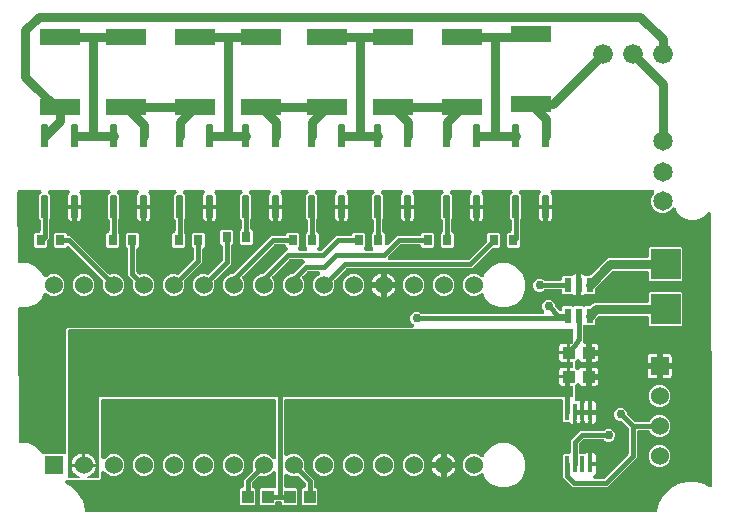
<source format=gbr>
G04 EAGLE Gerber RS-274X export*
G75*
%MOMM*%
%FSLAX34Y34*%
%LPD*%
%INTop Copper*%
%IPPOS*%
%AMOC8*
5,1,8,0,0,1.08239X$1,22.5*%
G01*
%ADD10R,1.100000X1.000000*%
%ADD11R,1.530000X1.530000*%
%ADD12C,1.530000*%
%ADD13C,1.650000*%
%ADD14R,1.000000X1.100000*%
%ADD15C,1.676400*%
%ADD16R,0.558800X1.270000*%
%ADD17R,1.524000X1.524000*%
%ADD18C,1.524000*%
%ADD19R,2.540000X2.540000*%
%ADD20C,0.147500*%
%ADD21R,3.460000X1.330000*%
%ADD22R,0.790000X0.930000*%
%ADD23R,0.450000X1.400000*%
%ADD24C,0.381000*%
%ADD25C,0.756400*%
%ADD26C,0.762000*%

G36*
X548281Y26037D02*
X548281Y26037D01*
X548293Y26036D01*
X548475Y26057D01*
X548656Y26076D01*
X548668Y26079D01*
X548680Y26081D01*
X548854Y26138D01*
X549028Y26194D01*
X549039Y26200D01*
X549050Y26204D01*
X549209Y26296D01*
X549368Y26385D01*
X549377Y26393D01*
X549388Y26399D01*
X549524Y26521D01*
X549661Y26641D01*
X549669Y26651D01*
X549678Y26659D01*
X549786Y26806D01*
X549896Y26952D01*
X549902Y26963D01*
X549909Y26973D01*
X549929Y27021D01*
X550064Y27304D01*
X550085Y27392D01*
X550108Y27447D01*
X551900Y34135D01*
X555746Y40796D01*
X561184Y46234D01*
X567845Y50080D01*
X575274Y52071D01*
X582966Y52071D01*
X590395Y50080D01*
X594302Y47825D01*
X594464Y47752D01*
X594627Y47676D01*
X594642Y47672D01*
X594657Y47665D01*
X594832Y47627D01*
X595006Y47586D01*
X595022Y47585D01*
X595038Y47582D01*
X595218Y47580D01*
X595396Y47575D01*
X595411Y47578D01*
X595428Y47577D01*
X595604Y47612D01*
X595779Y47643D01*
X595794Y47649D01*
X595810Y47653D01*
X595974Y47722D01*
X596141Y47789D01*
X596155Y47798D01*
X596169Y47804D01*
X596316Y47906D01*
X596465Y48005D01*
X596477Y48016D01*
X596490Y48026D01*
X596614Y48155D01*
X596739Y48282D01*
X596748Y48296D01*
X596759Y48308D01*
X596854Y48460D01*
X596951Y48610D01*
X596956Y48625D01*
X596965Y48639D01*
X597027Y48807D01*
X597091Y48973D01*
X597093Y48987D01*
X597099Y49005D01*
X597156Y49390D01*
X597153Y49445D01*
X597158Y49483D01*
X596024Y278459D01*
X596021Y278487D01*
X596023Y278516D01*
X596000Y278681D01*
X595982Y278846D01*
X595973Y278873D01*
X595970Y278902D01*
X595914Y279059D01*
X595862Y279217D01*
X595848Y279242D01*
X595839Y279269D01*
X595752Y279411D01*
X595670Y279556D01*
X595651Y279577D01*
X595636Y279602D01*
X595522Y279723D01*
X595412Y279848D01*
X595389Y279865D01*
X595369Y279886D01*
X595234Y279982D01*
X595100Y280082D01*
X595074Y280094D01*
X595051Y280110D01*
X594898Y280177D01*
X594747Y280247D01*
X594719Y280254D01*
X594693Y280265D01*
X594530Y280299D01*
X594368Y280337D01*
X594339Y280338D01*
X594311Y280344D01*
X594144Y280344D01*
X593978Y280348D01*
X593950Y280343D01*
X593921Y280343D01*
X593758Y280309D01*
X593594Y280279D01*
X593568Y280269D01*
X593540Y280263D01*
X593388Y280196D01*
X593233Y280134D01*
X593209Y280118D01*
X593183Y280107D01*
X593120Y280059D01*
X592908Y279918D01*
X592829Y279838D01*
X592773Y279796D01*
X589261Y276283D01*
X583505Y273899D01*
X577275Y273899D01*
X571519Y276283D01*
X567113Y280689D01*
X566104Y283127D01*
X566080Y283171D01*
X566063Y283217D01*
X565988Y283341D01*
X565919Y283470D01*
X565886Y283508D01*
X565860Y283550D01*
X565761Y283656D01*
X565667Y283768D01*
X565628Y283798D01*
X565594Y283835D01*
X565475Y283919D01*
X565361Y284008D01*
X565316Y284030D01*
X565275Y284059D01*
X565142Y284117D01*
X565011Y284181D01*
X564963Y284194D01*
X564917Y284214D01*
X564775Y284243D01*
X564634Y284280D01*
X564584Y284282D01*
X564536Y284293D01*
X564390Y284292D01*
X564245Y284300D01*
X564196Y284292D01*
X564146Y284292D01*
X564003Y284262D01*
X563860Y284239D01*
X563813Y284222D01*
X563764Y284212D01*
X563631Y284153D01*
X563495Y284102D01*
X563453Y284076D01*
X563407Y284056D01*
X563336Y284001D01*
X563166Y283894D01*
X563063Y283794D01*
X562998Y283744D01*
X560527Y281273D01*
X556934Y279785D01*
X553046Y279785D01*
X549453Y281273D01*
X546703Y284023D01*
X545215Y287616D01*
X545215Y291504D01*
X546703Y295097D01*
X547440Y295834D01*
X547461Y295859D01*
X547486Y295881D01*
X547584Y296010D01*
X547686Y296136D01*
X547701Y296165D01*
X547721Y296192D01*
X547791Y296338D01*
X547865Y296482D01*
X547874Y296514D01*
X547888Y296544D01*
X547927Y296701D01*
X547970Y296857D01*
X547972Y296891D01*
X547980Y296923D01*
X547986Y297085D01*
X547997Y297246D01*
X547992Y297279D01*
X547993Y297313D01*
X547965Y297472D01*
X547943Y297632D01*
X547932Y297664D01*
X547926Y297697D01*
X547867Y297847D01*
X547812Y298000D01*
X547795Y298028D01*
X547783Y298059D01*
X547694Y298194D01*
X547609Y298332D01*
X547587Y298357D01*
X547568Y298385D01*
X547454Y298499D01*
X547343Y298617D01*
X547316Y298636D01*
X547292Y298660D01*
X547157Y298748D01*
X547024Y298841D01*
X546994Y298854D01*
X546966Y298873D01*
X546815Y298932D01*
X546666Y298996D01*
X546634Y299003D01*
X546603Y299015D01*
X546520Y299026D01*
X546285Y299075D01*
X546166Y299074D01*
X546093Y299084D01*
X461864Y299084D01*
X461831Y299081D01*
X461798Y299083D01*
X461637Y299061D01*
X461476Y299044D01*
X461445Y299034D01*
X461412Y299030D01*
X461259Y298975D01*
X461105Y298926D01*
X461076Y298910D01*
X461045Y298899D01*
X460907Y298815D01*
X460765Y298735D01*
X460740Y298713D01*
X460712Y298696D01*
X460594Y298585D01*
X460472Y298479D01*
X460452Y298452D01*
X460427Y298430D01*
X460334Y298297D01*
X460236Y298168D01*
X460222Y298138D01*
X460203Y298111D01*
X460139Y297962D01*
X460069Y297816D01*
X460061Y297784D01*
X460048Y297753D01*
X460015Y297594D01*
X459977Y297437D01*
X459976Y297404D01*
X459970Y297371D01*
X459970Y297209D01*
X459965Y297047D01*
X459970Y297015D01*
X459970Y296981D01*
X460004Y296823D01*
X460031Y296663D01*
X460044Y296633D01*
X460050Y296600D01*
X460115Y296451D01*
X460175Y296301D01*
X460193Y296273D01*
X460207Y296243D01*
X460257Y296176D01*
X460389Y295976D01*
X460474Y295892D01*
X460518Y295834D01*
X460766Y295585D01*
X461197Y294838D01*
X461421Y294004D01*
X461421Y286764D01*
X455930Y286764D01*
X450439Y286764D01*
X450439Y294004D01*
X450663Y294838D01*
X451094Y295585D01*
X451342Y295834D01*
X451363Y295859D01*
X451388Y295881D01*
X451486Y296010D01*
X451588Y296136D01*
X451604Y296165D01*
X451624Y296192D01*
X451693Y296338D01*
X451768Y296482D01*
X451777Y296514D01*
X451791Y296544D01*
X451829Y296701D01*
X451873Y296857D01*
X451875Y296891D01*
X451883Y296923D01*
X451888Y297085D01*
X451899Y297246D01*
X451894Y297279D01*
X451895Y297313D01*
X451868Y297472D01*
X451846Y297632D01*
X451834Y297664D01*
X451829Y297697D01*
X451769Y297847D01*
X451715Y298000D01*
X451697Y298028D01*
X451685Y298059D01*
X451596Y298194D01*
X451512Y298332D01*
X451489Y298357D01*
X451471Y298385D01*
X451356Y298499D01*
X451245Y298617D01*
X451218Y298636D01*
X451195Y298660D01*
X451059Y298748D01*
X450927Y298841D01*
X450896Y298854D01*
X450868Y298873D01*
X450717Y298932D01*
X450569Y298996D01*
X450536Y299003D01*
X450505Y299015D01*
X450423Y299026D01*
X450187Y299075D01*
X450068Y299074D01*
X449996Y299084D01*
X435027Y299084D01*
X434994Y299081D01*
X434961Y299083D01*
X434800Y299061D01*
X434640Y299044D01*
X434608Y299034D01*
X434575Y299030D01*
X434422Y298975D01*
X434268Y298926D01*
X434239Y298910D01*
X434208Y298899D01*
X434070Y298815D01*
X433928Y298735D01*
X433903Y298713D01*
X433875Y298696D01*
X433757Y298585D01*
X433635Y298479D01*
X433615Y298452D01*
X433590Y298430D01*
X433497Y298297D01*
X433399Y298168D01*
X433385Y298138D01*
X433366Y298111D01*
X433302Y297962D01*
X433232Y297816D01*
X433225Y297784D01*
X433211Y297753D01*
X433179Y297594D01*
X433140Y297437D01*
X433139Y297404D01*
X433133Y297371D01*
X433133Y297209D01*
X433128Y297047D01*
X433133Y297015D01*
X433133Y296981D01*
X433167Y296823D01*
X433194Y296663D01*
X433207Y296633D01*
X433214Y296600D01*
X433278Y296451D01*
X433338Y296301D01*
X433356Y296273D01*
X433370Y296243D01*
X433420Y296176D01*
X433552Y295976D01*
X433637Y295892D01*
X433681Y295834D01*
X435005Y294510D01*
X435005Y275210D01*
X434517Y274723D01*
X434455Y274646D01*
X434384Y274575D01*
X434332Y274495D01*
X434272Y274421D01*
X434226Y274332D01*
X434171Y274249D01*
X434136Y274160D01*
X434092Y274075D01*
X434065Y273979D01*
X434029Y273886D01*
X434019Y273814D01*
X433987Y273699D01*
X433971Y273459D01*
X433960Y273377D01*
X433960Y262695D01*
X433970Y262596D01*
X433970Y262497D01*
X433990Y262403D01*
X434000Y262308D01*
X434030Y262213D01*
X434045Y262141D01*
X434045Y251258D01*
X433152Y250365D01*
X423988Y250365D01*
X423095Y251258D01*
X423095Y261822D01*
X423988Y262715D01*
X425196Y262715D01*
X425262Y262722D01*
X425329Y262719D01*
X425456Y262741D01*
X425584Y262755D01*
X425647Y262775D01*
X425713Y262786D01*
X425832Y262834D01*
X425955Y262873D01*
X426013Y262905D01*
X426075Y262930D01*
X426182Y263001D01*
X426295Y263064D01*
X426345Y263108D01*
X426401Y263144D01*
X426492Y263235D01*
X426589Y263320D01*
X426629Y263373D01*
X426676Y263420D01*
X426746Y263528D01*
X426824Y263631D01*
X426852Y263691D01*
X426889Y263747D01*
X426936Y263867D01*
X426991Y263983D01*
X427007Y264048D01*
X427031Y264110D01*
X427043Y264196D01*
X427083Y264362D01*
X427088Y264532D01*
X427100Y264619D01*
X427100Y273377D01*
X427090Y273476D01*
X427090Y273575D01*
X427070Y273669D01*
X427060Y273764D01*
X427030Y273859D01*
X427010Y273957D01*
X426971Y274045D01*
X426942Y274136D01*
X426894Y274223D01*
X426854Y274314D01*
X426809Y274372D01*
X426751Y274476D01*
X426593Y274657D01*
X426543Y274723D01*
X426055Y275210D01*
X426055Y294510D01*
X427379Y295834D01*
X427400Y295859D01*
X427425Y295881D01*
X427523Y296010D01*
X427625Y296136D01*
X427640Y296165D01*
X427661Y296192D01*
X427730Y296338D01*
X427804Y296482D01*
X427813Y296514D01*
X427828Y296544D01*
X427866Y296701D01*
X427909Y296857D01*
X427912Y296891D01*
X427920Y296923D01*
X427925Y297085D01*
X427936Y297246D01*
X427931Y297279D01*
X427932Y297313D01*
X427905Y297472D01*
X427882Y297632D01*
X427871Y297664D01*
X427866Y297697D01*
X427806Y297847D01*
X427752Y298000D01*
X427734Y298028D01*
X427722Y298059D01*
X427633Y298194D01*
X427549Y298332D01*
X427526Y298357D01*
X427508Y298385D01*
X427393Y298499D01*
X427282Y298617D01*
X427255Y298636D01*
X427231Y298660D01*
X427096Y298748D01*
X426963Y298841D01*
X426933Y298854D01*
X426905Y298873D01*
X426754Y298932D01*
X426606Y298996D01*
X426573Y299003D01*
X426542Y299015D01*
X426460Y299026D01*
X426224Y299075D01*
X426105Y299074D01*
X426033Y299084D01*
X403444Y299084D01*
X403411Y299081D01*
X403378Y299083D01*
X403217Y299061D01*
X403056Y299044D01*
X403025Y299034D01*
X402992Y299030D01*
X402839Y298975D01*
X402685Y298926D01*
X402656Y298910D01*
X402625Y298899D01*
X402487Y298815D01*
X402345Y298735D01*
X402320Y298713D01*
X402292Y298696D01*
X402174Y298585D01*
X402052Y298479D01*
X402032Y298452D01*
X402007Y298430D01*
X401914Y298297D01*
X401816Y298168D01*
X401802Y298138D01*
X401783Y298111D01*
X401719Y297962D01*
X401649Y297816D01*
X401641Y297784D01*
X401628Y297753D01*
X401595Y297594D01*
X401557Y297437D01*
X401556Y297404D01*
X401550Y297371D01*
X401550Y297209D01*
X401545Y297047D01*
X401550Y297015D01*
X401550Y296981D01*
X401584Y296823D01*
X401611Y296663D01*
X401624Y296633D01*
X401630Y296600D01*
X401695Y296451D01*
X401755Y296301D01*
X401773Y296273D01*
X401787Y296243D01*
X401837Y296176D01*
X401969Y295976D01*
X402054Y295892D01*
X402098Y295834D01*
X402346Y295585D01*
X402777Y294838D01*
X403001Y294004D01*
X403001Y286764D01*
X397510Y286764D01*
X392019Y286764D01*
X392019Y294004D01*
X392243Y294838D01*
X392674Y295585D01*
X392922Y295834D01*
X392943Y295859D01*
X392968Y295881D01*
X393066Y296010D01*
X393168Y296136D01*
X393184Y296165D01*
X393204Y296192D01*
X393273Y296338D01*
X393348Y296482D01*
X393357Y296514D01*
X393371Y296544D01*
X393409Y296701D01*
X393453Y296857D01*
X393455Y296891D01*
X393463Y296923D01*
X393468Y297085D01*
X393479Y297246D01*
X393474Y297279D01*
X393475Y297313D01*
X393448Y297472D01*
X393426Y297632D01*
X393414Y297664D01*
X393409Y297697D01*
X393349Y297847D01*
X393295Y298000D01*
X393277Y298028D01*
X393265Y298059D01*
X393176Y298194D01*
X393092Y298332D01*
X393069Y298357D01*
X393051Y298385D01*
X392936Y298499D01*
X392825Y298617D01*
X392798Y298636D01*
X392775Y298660D01*
X392639Y298748D01*
X392507Y298841D01*
X392476Y298854D01*
X392448Y298873D01*
X392297Y298932D01*
X392149Y298996D01*
X392116Y299003D01*
X392085Y299015D01*
X392003Y299026D01*
X391767Y299075D01*
X391648Y299074D01*
X391576Y299084D01*
X376607Y299084D01*
X376574Y299081D01*
X376541Y299083D01*
X376380Y299061D01*
X376220Y299044D01*
X376188Y299034D01*
X376155Y299030D01*
X376002Y298975D01*
X375848Y298926D01*
X375819Y298910D01*
X375788Y298899D01*
X375650Y298815D01*
X375508Y298735D01*
X375483Y298713D01*
X375455Y298696D01*
X375337Y298585D01*
X375215Y298479D01*
X375195Y298452D01*
X375170Y298430D01*
X375077Y298297D01*
X374979Y298168D01*
X374965Y298138D01*
X374946Y298111D01*
X374882Y297962D01*
X374812Y297816D01*
X374805Y297784D01*
X374791Y297753D01*
X374759Y297594D01*
X374720Y297437D01*
X374719Y297404D01*
X374713Y297371D01*
X374713Y297209D01*
X374708Y297047D01*
X374713Y297015D01*
X374713Y296981D01*
X374747Y296823D01*
X374774Y296663D01*
X374787Y296633D01*
X374794Y296600D01*
X374858Y296451D01*
X374918Y296301D01*
X374936Y296273D01*
X374950Y296243D01*
X375000Y296176D01*
X375132Y295976D01*
X375217Y295892D01*
X375261Y295834D01*
X376585Y294510D01*
X376585Y275210D01*
X376097Y274723D01*
X376035Y274646D01*
X375964Y274575D01*
X375912Y274495D01*
X375852Y274421D01*
X375806Y274332D01*
X375751Y274249D01*
X375716Y274160D01*
X375672Y274075D01*
X375645Y273979D01*
X375609Y273886D01*
X375599Y273814D01*
X375567Y273699D01*
X375551Y273459D01*
X375540Y273377D01*
X375540Y264619D01*
X375547Y264553D01*
X375544Y264486D01*
X375566Y264359D01*
X375580Y264231D01*
X375600Y264168D01*
X375611Y264102D01*
X375659Y263983D01*
X375698Y263860D01*
X375730Y263802D01*
X375755Y263740D01*
X375826Y263633D01*
X375889Y263520D01*
X375933Y263470D01*
X375969Y263414D01*
X376060Y263323D01*
X376145Y263226D01*
X376198Y263186D01*
X376245Y263139D01*
X376353Y263069D01*
X376456Y262991D01*
X376516Y262963D01*
X376572Y262926D01*
X376692Y262879D01*
X376808Y262824D01*
X376873Y262808D01*
X376935Y262784D01*
X377021Y262772D01*
X377187Y262732D01*
X377256Y262730D01*
X378165Y261822D01*
X378165Y251258D01*
X377272Y250365D01*
X368108Y250365D01*
X367215Y251258D01*
X367215Y261822D01*
X368123Y262729D01*
X368141Y262751D01*
X368160Y262768D01*
X368200Y262821D01*
X368256Y262877D01*
X368308Y262957D01*
X368368Y263031D01*
X368388Y263069D01*
X368396Y263079D01*
X368416Y263123D01*
X368469Y263203D01*
X368504Y263292D01*
X368548Y263377D01*
X368575Y263473D01*
X368611Y263566D01*
X368621Y263638D01*
X368653Y263753D01*
X368669Y263993D01*
X368680Y264075D01*
X368680Y273377D01*
X368670Y273476D01*
X368670Y273575D01*
X368650Y273669D01*
X368640Y273764D01*
X368610Y273859D01*
X368590Y273957D01*
X368551Y274045D01*
X368522Y274136D01*
X368473Y274223D01*
X368434Y274314D01*
X368389Y274372D01*
X368331Y274476D01*
X368173Y274657D01*
X368123Y274723D01*
X367635Y275210D01*
X367635Y294510D01*
X368959Y295834D01*
X368980Y295859D01*
X369005Y295881D01*
X369103Y296010D01*
X369205Y296136D01*
X369220Y296165D01*
X369241Y296192D01*
X369310Y296338D01*
X369384Y296482D01*
X369393Y296514D01*
X369408Y296544D01*
X369446Y296701D01*
X369489Y296857D01*
X369492Y296891D01*
X369500Y296923D01*
X369505Y297085D01*
X369516Y297246D01*
X369511Y297279D01*
X369512Y297313D01*
X369485Y297472D01*
X369462Y297632D01*
X369451Y297664D01*
X369446Y297697D01*
X369386Y297847D01*
X369332Y298000D01*
X369314Y298028D01*
X369302Y298059D01*
X369213Y298194D01*
X369129Y298332D01*
X369106Y298357D01*
X369088Y298385D01*
X368973Y298499D01*
X368862Y298617D01*
X368835Y298636D01*
X368811Y298660D01*
X368676Y298748D01*
X368543Y298841D01*
X368513Y298854D01*
X368485Y298873D01*
X368334Y298932D01*
X368186Y298996D01*
X368153Y299003D01*
X368122Y299015D01*
X368040Y299026D01*
X367804Y299075D01*
X367685Y299074D01*
X367613Y299084D01*
X345024Y299084D01*
X344991Y299081D01*
X344958Y299083D01*
X344797Y299061D01*
X344636Y299044D01*
X344605Y299034D01*
X344572Y299030D01*
X344419Y298975D01*
X344265Y298926D01*
X344236Y298910D01*
X344205Y298899D01*
X344067Y298815D01*
X343925Y298735D01*
X343900Y298713D01*
X343872Y298696D01*
X343754Y298585D01*
X343632Y298479D01*
X343612Y298452D01*
X343587Y298430D01*
X343494Y298297D01*
X343396Y298168D01*
X343382Y298138D01*
X343363Y298111D01*
X343299Y297962D01*
X343229Y297816D01*
X343221Y297784D01*
X343208Y297753D01*
X343175Y297594D01*
X343137Y297437D01*
X343136Y297404D01*
X343130Y297371D01*
X343130Y297209D01*
X343125Y297047D01*
X343130Y297015D01*
X343130Y296981D01*
X343164Y296823D01*
X343191Y296663D01*
X343204Y296633D01*
X343210Y296600D01*
X343275Y296451D01*
X343335Y296301D01*
X343353Y296273D01*
X343367Y296243D01*
X343417Y296176D01*
X343549Y295976D01*
X343634Y295892D01*
X343678Y295834D01*
X343926Y295585D01*
X344357Y294838D01*
X344581Y294004D01*
X344581Y286764D01*
X339090Y286764D01*
X333599Y286764D01*
X333599Y294004D01*
X333823Y294838D01*
X334254Y295585D01*
X334502Y295834D01*
X334523Y295859D01*
X334548Y295881D01*
X334646Y296010D01*
X334748Y296136D01*
X334764Y296165D01*
X334784Y296192D01*
X334853Y296338D01*
X334928Y296482D01*
X334937Y296514D01*
X334951Y296544D01*
X334989Y296701D01*
X335033Y296857D01*
X335035Y296891D01*
X335043Y296923D01*
X335048Y297085D01*
X335059Y297246D01*
X335054Y297279D01*
X335055Y297313D01*
X335028Y297472D01*
X335006Y297632D01*
X334994Y297664D01*
X334989Y297697D01*
X334929Y297847D01*
X334875Y298000D01*
X334857Y298028D01*
X334845Y298059D01*
X334756Y298194D01*
X334672Y298332D01*
X334649Y298357D01*
X334631Y298385D01*
X334516Y298499D01*
X334405Y298617D01*
X334378Y298636D01*
X334355Y298660D01*
X334219Y298748D01*
X334087Y298841D01*
X334056Y298854D01*
X334028Y298873D01*
X333877Y298932D01*
X333729Y298996D01*
X333696Y299003D01*
X333665Y299015D01*
X333583Y299026D01*
X333347Y299075D01*
X333228Y299074D01*
X333156Y299084D01*
X318187Y299084D01*
X318154Y299081D01*
X318121Y299083D01*
X317960Y299061D01*
X317800Y299044D01*
X317768Y299034D01*
X317735Y299030D01*
X317582Y298975D01*
X317428Y298926D01*
X317399Y298910D01*
X317368Y298899D01*
X317230Y298815D01*
X317088Y298735D01*
X317063Y298713D01*
X317035Y298696D01*
X316917Y298585D01*
X316795Y298479D01*
X316775Y298452D01*
X316750Y298430D01*
X316657Y298297D01*
X316559Y298168D01*
X316545Y298138D01*
X316526Y298111D01*
X316462Y297962D01*
X316392Y297816D01*
X316385Y297784D01*
X316371Y297753D01*
X316339Y297594D01*
X316300Y297437D01*
X316299Y297404D01*
X316293Y297371D01*
X316293Y297209D01*
X316288Y297047D01*
X316293Y297015D01*
X316293Y296981D01*
X316327Y296823D01*
X316354Y296663D01*
X316367Y296633D01*
X316374Y296600D01*
X316438Y296451D01*
X316498Y296301D01*
X316516Y296273D01*
X316530Y296243D01*
X316580Y296176D01*
X316712Y295976D01*
X316797Y295892D01*
X316841Y295834D01*
X318165Y294510D01*
X318165Y275210D01*
X317677Y274723D01*
X317615Y274646D01*
X317544Y274575D01*
X317492Y274495D01*
X317432Y274421D01*
X317386Y274332D01*
X317331Y274249D01*
X317296Y274160D01*
X317252Y274075D01*
X317225Y273979D01*
X317189Y273886D01*
X317179Y273814D01*
X317147Y273699D01*
X317131Y273459D01*
X317120Y273377D01*
X317120Y264619D01*
X317127Y264553D01*
X317124Y264486D01*
X317146Y264359D01*
X317160Y264231D01*
X317180Y264168D01*
X317191Y264102D01*
X317239Y263983D01*
X317278Y263860D01*
X317310Y263802D01*
X317335Y263740D01*
X317406Y263633D01*
X317469Y263520D01*
X317513Y263470D01*
X317549Y263414D01*
X317640Y263323D01*
X317725Y263226D01*
X317778Y263186D01*
X317825Y263139D01*
X317933Y263069D01*
X318036Y262991D01*
X318096Y262963D01*
X318152Y262926D01*
X318272Y262879D01*
X318388Y262824D01*
X318453Y262808D01*
X318515Y262784D01*
X318601Y262772D01*
X318767Y262732D01*
X318836Y262730D01*
X319745Y261822D01*
X319745Y254262D01*
X319748Y254229D01*
X319746Y254196D01*
X319768Y254036D01*
X319785Y253875D01*
X319795Y253843D01*
X319799Y253810D01*
X319854Y253657D01*
X319903Y253503D01*
X319919Y253474D01*
X319930Y253443D01*
X320014Y253305D01*
X320094Y253163D01*
X320116Y253138D01*
X320133Y253110D01*
X320244Y252992D01*
X320350Y252870D01*
X320377Y252850D01*
X320399Y252825D01*
X320532Y252732D01*
X320661Y252634D01*
X320691Y252620D01*
X320718Y252601D01*
X320867Y252537D01*
X321013Y252467D01*
X321045Y252460D01*
X321076Y252446D01*
X321235Y252414D01*
X321392Y252376D01*
X321425Y252374D01*
X321458Y252368D01*
X321620Y252368D01*
X321782Y252363D01*
X321814Y252368D01*
X321848Y252368D01*
X322006Y252402D01*
X322166Y252430D01*
X322196Y252442D01*
X322229Y252449D01*
X322378Y252514D01*
X322528Y252573D01*
X322556Y252591D01*
X322586Y252605D01*
X322653Y252655D01*
X322853Y252787D01*
X322937Y252872D01*
X322995Y252916D01*
X330049Y259970D01*
X348911Y259970D01*
X348977Y259977D01*
X349044Y259974D01*
X349171Y259996D01*
X349299Y260010D01*
X349362Y260030D01*
X349428Y260041D01*
X349547Y260089D01*
X349670Y260128D01*
X349728Y260160D01*
X349790Y260185D01*
X349897Y260256D01*
X350010Y260319D01*
X350060Y260363D01*
X350116Y260399D01*
X350207Y260490D01*
X350304Y260575D01*
X350344Y260628D01*
X350391Y260675D01*
X350461Y260783D01*
X350539Y260886D01*
X350567Y260946D01*
X350604Y261002D01*
X350651Y261122D01*
X350706Y261238D01*
X350722Y261303D01*
X350746Y261365D01*
X350758Y261451D01*
X350798Y261617D01*
X350803Y261787D01*
X350807Y261813D01*
X351708Y262715D01*
X360872Y262715D01*
X361765Y261822D01*
X361765Y251258D01*
X360872Y250365D01*
X351708Y250365D01*
X350809Y251264D01*
X350808Y251272D01*
X350811Y251339D01*
X350789Y251466D01*
X350775Y251594D01*
X350755Y251657D01*
X350744Y251723D01*
X350696Y251842D01*
X350657Y251965D01*
X350625Y252023D01*
X350600Y252085D01*
X350529Y252192D01*
X350466Y252305D01*
X350422Y252355D01*
X350386Y252411D01*
X350295Y252502D01*
X350210Y252599D01*
X350157Y252639D01*
X350110Y252686D01*
X350002Y252756D01*
X349899Y252834D01*
X349839Y252862D01*
X349783Y252899D01*
X349663Y252946D01*
X349547Y253001D01*
X349482Y253017D01*
X349420Y253041D01*
X349334Y253053D01*
X349168Y253093D01*
X348998Y253098D01*
X348911Y253110D01*
X333679Y253110D01*
X333580Y253100D01*
X333481Y253100D01*
X333387Y253080D01*
X333292Y253070D01*
X333197Y253040D01*
X333099Y253020D01*
X333012Y252981D01*
X332920Y252952D01*
X332833Y252903D01*
X332742Y252864D01*
X332684Y252819D01*
X332580Y252761D01*
X332399Y252603D01*
X332333Y252553D01*
X322757Y242977D01*
X322681Y242901D01*
X322660Y242875D01*
X322635Y242853D01*
X322537Y242724D01*
X322435Y242598D01*
X322420Y242569D01*
X322399Y242542D01*
X322330Y242396D01*
X322256Y242252D01*
X322247Y242220D01*
X322232Y242190D01*
X322194Y242033D01*
X322151Y241877D01*
X322148Y241844D01*
X322141Y241811D01*
X322135Y241649D01*
X322124Y241488D01*
X322129Y241455D01*
X322128Y241421D01*
X322155Y241262D01*
X322178Y241102D01*
X322189Y241070D01*
X322195Y241037D01*
X322254Y240887D01*
X322308Y240735D01*
X322326Y240706D01*
X322338Y240675D01*
X322427Y240540D01*
X322511Y240402D01*
X322534Y240377D01*
X322552Y240349D01*
X322667Y240235D01*
X322778Y240117D01*
X322805Y240098D01*
X322829Y240074D01*
X322964Y239986D01*
X323096Y239893D01*
X323127Y239880D01*
X323155Y239861D01*
X323306Y239802D01*
X323454Y239738D01*
X323487Y239731D01*
X323518Y239719D01*
X323601Y239708D01*
X323836Y239659D01*
X323955Y239660D01*
X324027Y239650D01*
X389641Y239650D01*
X389740Y239660D01*
X389839Y239660D01*
X389933Y239680D01*
X390028Y239690D01*
X390123Y239720D01*
X390221Y239740D01*
X390308Y239779D01*
X390400Y239808D01*
X390487Y239857D01*
X390578Y239896D01*
X390636Y239941D01*
X390740Y239999D01*
X390921Y240157D01*
X390987Y240207D01*
X406138Y255358D01*
X406200Y255435D01*
X406271Y255506D01*
X406323Y255586D01*
X406383Y255660D01*
X406429Y255749D01*
X406484Y255832D01*
X406519Y255921D01*
X406563Y256006D01*
X406590Y256102D01*
X406626Y256195D01*
X406636Y256267D01*
X406668Y256382D01*
X406684Y256622D01*
X406695Y256704D01*
X406695Y261822D01*
X407588Y262715D01*
X416752Y262715D01*
X417645Y261822D01*
X417645Y251258D01*
X416752Y250365D01*
X411634Y250365D01*
X411535Y250355D01*
X411436Y250355D01*
X411342Y250335D01*
X411247Y250325D01*
X411152Y250295D01*
X411054Y250275D01*
X410967Y250236D01*
X410875Y250207D01*
X410788Y250158D01*
X410697Y250119D01*
X410639Y250074D01*
X410535Y250016D01*
X410354Y249858D01*
X410288Y249808D01*
X395837Y235357D01*
X393271Y232790D01*
X287959Y232790D01*
X287860Y232780D01*
X287761Y232780D01*
X287667Y232760D01*
X287572Y232750D01*
X287477Y232720D01*
X287379Y232700D01*
X287292Y232661D01*
X287200Y232632D01*
X287113Y232583D01*
X287022Y232544D01*
X286964Y232499D01*
X286860Y232441D01*
X286679Y232283D01*
X286613Y232233D01*
X277289Y222909D01*
X277237Y222845D01*
X277177Y222787D01*
X277114Y222694D01*
X277043Y222607D01*
X277005Y222533D01*
X276959Y222464D01*
X276916Y222360D01*
X276864Y222261D01*
X276842Y222181D01*
X276810Y222104D01*
X276789Y221993D01*
X276759Y221885D01*
X276754Y221802D01*
X276738Y221721D01*
X276740Y221608D01*
X276733Y221496D01*
X276744Y221414D01*
X276746Y221331D01*
X276767Y221252D01*
X276786Y221110D01*
X276854Y220920D01*
X276877Y220834D01*
X277115Y220259D01*
X277115Y216621D01*
X275723Y213260D01*
X273150Y210687D01*
X269789Y209295D01*
X266151Y209295D01*
X262790Y210687D01*
X260217Y213260D01*
X258825Y216621D01*
X258825Y220259D01*
X260217Y223620D01*
X262790Y226193D01*
X263742Y226587D01*
X263756Y226595D01*
X263772Y226600D01*
X263927Y226687D01*
X264085Y226772D01*
X264097Y226783D01*
X264112Y226791D01*
X264246Y226908D01*
X264383Y227023D01*
X264393Y227036D01*
X264405Y227047D01*
X264513Y227189D01*
X264623Y227330D01*
X264631Y227345D01*
X264641Y227358D01*
X264717Y227519D01*
X264796Y227679D01*
X264801Y227695D01*
X264808Y227710D01*
X264850Y227883D01*
X264895Y228056D01*
X264896Y228073D01*
X264900Y228089D01*
X264906Y228266D01*
X264915Y228445D01*
X264912Y228462D01*
X264913Y228479D01*
X264882Y228654D01*
X264854Y228831D01*
X264849Y228846D01*
X264846Y228863D01*
X264780Y229028D01*
X264717Y229195D01*
X264708Y229210D01*
X264702Y229225D01*
X264604Y229373D01*
X264509Y229525D01*
X264497Y229537D01*
X264488Y229551D01*
X264361Y229677D01*
X264237Y229804D01*
X264223Y229814D01*
X264212Y229826D01*
X264062Y229923D01*
X263915Y230023D01*
X263899Y230030D01*
X263885Y230039D01*
X263719Y230104D01*
X263554Y230172D01*
X263538Y230175D01*
X263522Y230181D01*
X263461Y230189D01*
X263171Y230244D01*
X263075Y230242D01*
X263013Y230250D01*
X254939Y230250D01*
X254840Y230240D01*
X254741Y230240D01*
X254647Y230220D01*
X254552Y230210D01*
X254457Y230180D01*
X254359Y230160D01*
X254272Y230121D01*
X254180Y230092D01*
X254093Y230043D01*
X254002Y230004D01*
X253944Y229959D01*
X253840Y229901D01*
X253659Y229743D01*
X253593Y229693D01*
X250268Y226368D01*
X250226Y226316D01*
X250177Y226271D01*
X250103Y226165D01*
X250022Y226065D01*
X249992Y226006D01*
X249953Y225952D01*
X249902Y225833D01*
X249843Y225719D01*
X249825Y225655D01*
X249798Y225594D01*
X249772Y225468D01*
X249738Y225344D01*
X249733Y225277D01*
X249720Y225212D01*
X249720Y225083D01*
X249711Y224955D01*
X249721Y224889D01*
X249721Y224822D01*
X249747Y224696D01*
X249765Y224569D01*
X249787Y224506D01*
X249801Y224441D01*
X249852Y224323D01*
X249896Y224202D01*
X249930Y224145D01*
X249957Y224084D01*
X250010Y224014D01*
X250099Y223869D01*
X250215Y223744D01*
X250268Y223675D01*
X250323Y223620D01*
X251715Y220259D01*
X251715Y216621D01*
X250323Y213260D01*
X247750Y210687D01*
X244389Y209295D01*
X240751Y209295D01*
X237390Y210687D01*
X234817Y213260D01*
X233425Y216621D01*
X233425Y220259D01*
X234817Y223620D01*
X237390Y226193D01*
X240751Y227585D01*
X240996Y227585D01*
X241095Y227595D01*
X241194Y227595D01*
X241288Y227615D01*
X241383Y227625D01*
X241478Y227655D01*
X241576Y227675D01*
X241663Y227714D01*
X241755Y227743D01*
X241842Y227792D01*
X241933Y227831D01*
X241991Y227876D01*
X242095Y227934D01*
X242276Y228092D01*
X242342Y228142D01*
X251359Y237160D01*
X251380Y237185D01*
X251405Y237207D01*
X251503Y237336D01*
X251605Y237462D01*
X251620Y237491D01*
X251641Y237518D01*
X251710Y237664D01*
X251784Y237808D01*
X251793Y237840D01*
X251808Y237870D01*
X251846Y238027D01*
X251889Y238183D01*
X251892Y238217D01*
X251899Y238249D01*
X251905Y238411D01*
X251916Y238572D01*
X251911Y238605D01*
X251912Y238639D01*
X251885Y238798D01*
X251862Y238958D01*
X251851Y238990D01*
X251845Y239023D01*
X251786Y239173D01*
X251731Y239326D01*
X251714Y239354D01*
X251702Y239385D01*
X251613Y239520D01*
X251529Y239658D01*
X251506Y239683D01*
X251488Y239711D01*
X251373Y239825D01*
X251262Y239943D01*
X251235Y239962D01*
X251211Y239986D01*
X251076Y240074D01*
X250943Y240167D01*
X250913Y240180D01*
X250885Y240199D01*
X250734Y240258D01*
X250586Y240322D01*
X250553Y240329D01*
X250522Y240341D01*
X250439Y240352D01*
X250204Y240401D01*
X250085Y240400D01*
X250013Y240410D01*
X239699Y240410D01*
X239600Y240400D01*
X239501Y240400D01*
X239407Y240380D01*
X239312Y240370D01*
X239217Y240340D01*
X239119Y240320D01*
X239032Y240281D01*
X238940Y240252D01*
X238853Y240203D01*
X238762Y240164D01*
X238704Y240119D01*
X238600Y240061D01*
X238419Y239903D01*
X238353Y239853D01*
X224868Y226368D01*
X224826Y226316D01*
X224777Y226271D01*
X224703Y226165D01*
X224622Y226065D01*
X224592Y226006D01*
X224553Y225952D01*
X224502Y225833D01*
X224443Y225719D01*
X224425Y225655D01*
X224398Y225594D01*
X224372Y225468D01*
X224338Y225344D01*
X224333Y225277D01*
X224320Y225212D01*
X224320Y225083D01*
X224311Y224955D01*
X224321Y224889D01*
X224321Y224822D01*
X224347Y224696D01*
X224365Y224569D01*
X224387Y224506D01*
X224401Y224441D01*
X224452Y224323D01*
X224496Y224202D01*
X224530Y224145D01*
X224557Y224084D01*
X224610Y224014D01*
X224699Y223869D01*
X224815Y223744D01*
X224868Y223675D01*
X224923Y223620D01*
X226315Y220259D01*
X226315Y216621D01*
X224923Y213260D01*
X222350Y210687D01*
X218989Y209295D01*
X215351Y209295D01*
X211990Y210687D01*
X209417Y213260D01*
X208025Y216621D01*
X208025Y220259D01*
X209417Y223620D01*
X211990Y226193D01*
X215351Y227585D01*
X215596Y227585D01*
X215695Y227595D01*
X215794Y227595D01*
X215888Y227615D01*
X215983Y227625D01*
X216078Y227655D01*
X216176Y227675D01*
X216263Y227714D01*
X216355Y227743D01*
X216442Y227792D01*
X216533Y227831D01*
X216591Y227876D01*
X216695Y227934D01*
X216876Y228092D01*
X216942Y228142D01*
X236086Y247287D01*
X236134Y247293D01*
X236294Y247310D01*
X236326Y247320D01*
X236359Y247324D01*
X236512Y247379D01*
X236666Y247428D01*
X236695Y247444D01*
X236726Y247455D01*
X236865Y247540D01*
X237006Y247619D01*
X237031Y247641D01*
X237059Y247658D01*
X237177Y247769D01*
X237299Y247875D01*
X237319Y247902D01*
X237344Y247924D01*
X237437Y248057D01*
X237535Y248186D01*
X237549Y248216D01*
X237568Y248243D01*
X237632Y248392D01*
X237702Y248538D01*
X237710Y248570D01*
X237723Y248601D01*
X237755Y248760D01*
X237794Y248917D01*
X237795Y248950D01*
X237801Y248983D01*
X237801Y249145D01*
X237806Y249307D01*
X237801Y249339D01*
X237801Y249373D01*
X237767Y249531D01*
X237740Y249691D01*
X237727Y249721D01*
X237720Y249754D01*
X237655Y249903D01*
X237596Y250053D01*
X237578Y250081D01*
X237564Y250111D01*
X237514Y250178D01*
X237382Y250378D01*
X237297Y250462D01*
X237253Y250521D01*
X236509Y251264D01*
X236508Y251272D01*
X236511Y251339D01*
X236489Y251466D01*
X236475Y251594D01*
X236455Y251657D01*
X236444Y251723D01*
X236396Y251842D01*
X236357Y251965D01*
X236325Y252023D01*
X236300Y252085D01*
X236229Y252192D01*
X236166Y252305D01*
X236122Y252355D01*
X236086Y252411D01*
X235995Y252502D01*
X235910Y252599D01*
X235857Y252639D01*
X235810Y252686D01*
X235702Y252756D01*
X235599Y252834D01*
X235539Y252862D01*
X235483Y252899D01*
X235363Y252946D01*
X235247Y253001D01*
X235182Y253017D01*
X235120Y253041D01*
X235034Y253053D01*
X234868Y253093D01*
X234698Y253098D01*
X234611Y253110D01*
X226999Y253110D01*
X226900Y253100D01*
X226801Y253100D01*
X226707Y253080D01*
X226612Y253070D01*
X226517Y253040D01*
X226419Y253020D01*
X226332Y252981D01*
X226240Y252952D01*
X226153Y252903D01*
X226062Y252864D01*
X226004Y252819D01*
X225900Y252761D01*
X225719Y252603D01*
X225653Y252553D01*
X199468Y226368D01*
X199426Y226316D01*
X199377Y226271D01*
X199303Y226165D01*
X199222Y226065D01*
X199192Y226006D01*
X199153Y225952D01*
X199102Y225833D01*
X199043Y225719D01*
X199025Y225655D01*
X198998Y225594D01*
X198972Y225468D01*
X198938Y225344D01*
X198933Y225277D01*
X198920Y225212D01*
X198920Y225083D01*
X198911Y224955D01*
X198921Y224889D01*
X198921Y224822D01*
X198947Y224696D01*
X198965Y224569D01*
X198987Y224506D01*
X199001Y224441D01*
X199052Y224323D01*
X199096Y224202D01*
X199130Y224145D01*
X199157Y224084D01*
X199210Y224014D01*
X199299Y223869D01*
X199415Y223744D01*
X199468Y223675D01*
X199523Y223620D01*
X200915Y220259D01*
X200915Y216621D01*
X199523Y213260D01*
X196950Y210687D01*
X193589Y209295D01*
X189951Y209295D01*
X186590Y210687D01*
X184017Y213260D01*
X182625Y216621D01*
X182625Y220259D01*
X184017Y223620D01*
X186590Y226193D01*
X189951Y227585D01*
X190196Y227585D01*
X190295Y227595D01*
X190394Y227595D01*
X190488Y227615D01*
X190583Y227625D01*
X190678Y227655D01*
X190776Y227675D01*
X190863Y227714D01*
X190955Y227743D01*
X191042Y227792D01*
X191133Y227831D01*
X191191Y227876D01*
X191295Y227934D01*
X191476Y228092D01*
X191542Y228142D01*
X223369Y259970D01*
X234611Y259970D01*
X234677Y259977D01*
X234744Y259974D01*
X234871Y259996D01*
X234999Y260010D01*
X235062Y260030D01*
X235128Y260041D01*
X235247Y260089D01*
X235370Y260128D01*
X235428Y260160D01*
X235490Y260185D01*
X235597Y260256D01*
X235710Y260319D01*
X235760Y260363D01*
X235816Y260399D01*
X235907Y260490D01*
X236004Y260575D01*
X236044Y260628D01*
X236091Y260675D01*
X236161Y260783D01*
X236239Y260886D01*
X236267Y260946D01*
X236304Y261002D01*
X236351Y261122D01*
X236406Y261238D01*
X236422Y261303D01*
X236446Y261365D01*
X236458Y261451D01*
X236498Y261617D01*
X236503Y261787D01*
X236507Y261813D01*
X237408Y262715D01*
X246572Y262715D01*
X247465Y261822D01*
X247465Y251258D01*
X246727Y250521D01*
X246706Y250495D01*
X246681Y250473D01*
X246583Y250344D01*
X246481Y250218D01*
X246466Y250189D01*
X246445Y250162D01*
X246376Y250016D01*
X246302Y249872D01*
X246293Y249840D01*
X246278Y249810D01*
X246240Y249653D01*
X246197Y249497D01*
X246194Y249463D01*
X246186Y249431D01*
X246181Y249269D01*
X246170Y249108D01*
X246175Y249075D01*
X246174Y249041D01*
X246201Y248882D01*
X246224Y248722D01*
X246235Y248690D01*
X246240Y248657D01*
X246300Y248507D01*
X246354Y248354D01*
X246372Y248326D01*
X246384Y248295D01*
X246473Y248160D01*
X246557Y248022D01*
X246580Y247997D01*
X246598Y247969D01*
X246713Y247855D01*
X246824Y247737D01*
X246851Y247718D01*
X246875Y247694D01*
X247010Y247606D01*
X247142Y247513D01*
X247173Y247499D01*
X247201Y247481D01*
X247351Y247422D01*
X247500Y247358D01*
X247533Y247351D01*
X247564Y247339D01*
X247646Y247328D01*
X247882Y247279D01*
X248001Y247280D01*
X248073Y247270D01*
X252307Y247270D01*
X252340Y247273D01*
X252373Y247271D01*
X252534Y247293D01*
X252694Y247310D01*
X252726Y247320D01*
X252759Y247324D01*
X252912Y247379D01*
X253066Y247428D01*
X253095Y247444D01*
X253126Y247455D01*
X253265Y247540D01*
X253406Y247619D01*
X253431Y247641D01*
X253459Y247658D01*
X253577Y247769D01*
X253699Y247875D01*
X253719Y247902D01*
X253744Y247924D01*
X253837Y248057D01*
X253935Y248186D01*
X253949Y248216D01*
X253968Y248243D01*
X254032Y248392D01*
X254102Y248538D01*
X254110Y248570D01*
X254123Y248601D01*
X254155Y248760D01*
X254194Y248917D01*
X254195Y248950D01*
X254201Y248983D01*
X254201Y249145D01*
X254206Y249307D01*
X254201Y249339D01*
X254201Y249373D01*
X254167Y249531D01*
X254140Y249691D01*
X254127Y249721D01*
X254120Y249754D01*
X254055Y249903D01*
X253996Y250053D01*
X253978Y250081D01*
X253964Y250111D01*
X253914Y250178D01*
X253782Y250378D01*
X253697Y250462D01*
X253653Y250521D01*
X252915Y251258D01*
X252915Y261822D01*
X253823Y262729D01*
X253841Y262751D01*
X253860Y262768D01*
X253900Y262821D01*
X253956Y262877D01*
X254008Y262957D01*
X254068Y263031D01*
X254088Y263069D01*
X254096Y263079D01*
X254116Y263123D01*
X254169Y263203D01*
X254204Y263292D01*
X254248Y263377D01*
X254275Y263473D01*
X254311Y263566D01*
X254321Y263638D01*
X254353Y263753D01*
X254369Y263993D01*
X254380Y264075D01*
X254380Y273377D01*
X254370Y273476D01*
X254370Y273575D01*
X254350Y273669D01*
X254340Y273764D01*
X254310Y273859D01*
X254290Y273957D01*
X254251Y274045D01*
X254222Y274136D01*
X254173Y274223D01*
X254134Y274314D01*
X254089Y274372D01*
X254031Y274476D01*
X253873Y274657D01*
X253823Y274723D01*
X253335Y275210D01*
X253335Y294510D01*
X254659Y295834D01*
X254680Y295859D01*
X254705Y295881D01*
X254803Y296010D01*
X254905Y296136D01*
X254920Y296165D01*
X254941Y296192D01*
X255010Y296338D01*
X255084Y296482D01*
X255093Y296514D01*
X255108Y296544D01*
X255146Y296701D01*
X255189Y296857D01*
X255192Y296891D01*
X255200Y296923D01*
X255205Y297085D01*
X255216Y297246D01*
X255211Y297279D01*
X255212Y297313D01*
X255185Y297472D01*
X255162Y297632D01*
X255151Y297664D01*
X255146Y297697D01*
X255086Y297847D01*
X255032Y298000D01*
X255014Y298028D01*
X255002Y298059D01*
X254913Y298194D01*
X254829Y298332D01*
X254806Y298357D01*
X254788Y298385D01*
X254673Y298499D01*
X254562Y298617D01*
X254535Y298636D01*
X254511Y298660D01*
X254376Y298748D01*
X254243Y298841D01*
X254213Y298854D01*
X254185Y298873D01*
X254034Y298932D01*
X253886Y298996D01*
X253853Y299003D01*
X253822Y299015D01*
X253740Y299026D01*
X253504Y299075D01*
X253385Y299074D01*
X253313Y299084D01*
X233264Y299084D01*
X233231Y299081D01*
X233198Y299083D01*
X233037Y299061D01*
X232876Y299044D01*
X232845Y299034D01*
X232812Y299030D01*
X232659Y298975D01*
X232505Y298926D01*
X232476Y298910D01*
X232445Y298899D01*
X232307Y298815D01*
X232165Y298735D01*
X232140Y298713D01*
X232112Y298696D01*
X231994Y298585D01*
X231872Y298479D01*
X231852Y298452D01*
X231827Y298430D01*
X231734Y298297D01*
X231636Y298168D01*
X231622Y298138D01*
X231603Y298111D01*
X231539Y297962D01*
X231469Y297816D01*
X231461Y297784D01*
X231448Y297753D01*
X231415Y297594D01*
X231377Y297437D01*
X231376Y297404D01*
X231370Y297371D01*
X231370Y297209D01*
X231365Y297047D01*
X231370Y297015D01*
X231370Y296981D01*
X231404Y296823D01*
X231431Y296663D01*
X231444Y296633D01*
X231450Y296600D01*
X231515Y296451D01*
X231575Y296301D01*
X231593Y296273D01*
X231607Y296243D01*
X231657Y296176D01*
X231789Y295976D01*
X231874Y295892D01*
X231918Y295834D01*
X232166Y295585D01*
X232597Y294838D01*
X232821Y294004D01*
X232821Y286764D01*
X227330Y286764D01*
X221839Y286764D01*
X221839Y294004D01*
X222063Y294838D01*
X222494Y295585D01*
X222742Y295834D01*
X222763Y295859D01*
X222788Y295881D01*
X222886Y296010D01*
X222988Y296136D01*
X223004Y296165D01*
X223024Y296192D01*
X223093Y296338D01*
X223168Y296482D01*
X223177Y296514D01*
X223191Y296544D01*
X223229Y296701D01*
X223273Y296857D01*
X223275Y296891D01*
X223283Y296923D01*
X223288Y297085D01*
X223299Y297246D01*
X223294Y297279D01*
X223295Y297313D01*
X223268Y297472D01*
X223246Y297632D01*
X223234Y297664D01*
X223229Y297697D01*
X223169Y297847D01*
X223115Y298000D01*
X223097Y298028D01*
X223085Y298059D01*
X222996Y298194D01*
X222912Y298332D01*
X222889Y298357D01*
X222871Y298385D01*
X222756Y298499D01*
X222645Y298617D01*
X222618Y298636D01*
X222595Y298660D01*
X222459Y298748D01*
X222327Y298841D01*
X222296Y298854D01*
X222268Y298873D01*
X222117Y298932D01*
X221969Y298996D01*
X221936Y299003D01*
X221905Y299015D01*
X221823Y299026D01*
X221587Y299075D01*
X221468Y299074D01*
X221396Y299084D01*
X206427Y299084D01*
X206394Y299081D01*
X206361Y299083D01*
X206200Y299061D01*
X206040Y299044D01*
X206008Y299034D01*
X205975Y299030D01*
X205822Y298975D01*
X205668Y298926D01*
X205639Y298910D01*
X205608Y298899D01*
X205470Y298815D01*
X205328Y298735D01*
X205303Y298713D01*
X205275Y298696D01*
X205157Y298585D01*
X205035Y298479D01*
X205015Y298452D01*
X204990Y298430D01*
X204897Y298297D01*
X204799Y298168D01*
X204785Y298138D01*
X204766Y298111D01*
X204702Y297962D01*
X204632Y297816D01*
X204625Y297784D01*
X204611Y297753D01*
X204579Y297594D01*
X204540Y297437D01*
X204539Y297404D01*
X204533Y297371D01*
X204533Y297209D01*
X204528Y297047D01*
X204533Y297015D01*
X204533Y296981D01*
X204567Y296823D01*
X204594Y296663D01*
X204607Y296633D01*
X204614Y296600D01*
X204678Y296451D01*
X204738Y296301D01*
X204756Y296273D01*
X204770Y296243D01*
X204820Y296176D01*
X204952Y295976D01*
X205037Y295892D01*
X205081Y295834D01*
X206405Y294510D01*
X206405Y275210D01*
X205917Y274723D01*
X205855Y274646D01*
X205784Y274575D01*
X205732Y274495D01*
X205672Y274421D01*
X205626Y274332D01*
X205571Y274249D01*
X205536Y274160D01*
X205492Y274075D01*
X205465Y273979D01*
X205429Y273886D01*
X205419Y273814D01*
X205387Y273699D01*
X205371Y273459D01*
X205360Y273377D01*
X205360Y267159D01*
X205367Y267093D01*
X205364Y267026D01*
X205386Y266899D01*
X205400Y266771D01*
X205420Y266708D01*
X205431Y266642D01*
X205479Y266523D01*
X205518Y266400D01*
X205550Y266342D01*
X205575Y266280D01*
X205646Y266173D01*
X205709Y266060D01*
X205753Y266010D01*
X205789Y265954D01*
X205880Y265863D01*
X205965Y265766D01*
X206018Y265726D01*
X206065Y265679D01*
X206173Y265609D01*
X206276Y265531D01*
X206336Y265503D01*
X206392Y265466D01*
X206512Y265419D01*
X206628Y265364D01*
X206693Y265348D01*
X206755Y265324D01*
X206841Y265312D01*
X207007Y265272D01*
X207076Y265270D01*
X207985Y264362D01*
X207985Y253798D01*
X207092Y252905D01*
X197928Y252905D01*
X197035Y253798D01*
X197035Y264362D01*
X197943Y265269D01*
X198005Y265346D01*
X198076Y265417D01*
X198128Y265497D01*
X198188Y265571D01*
X198234Y265660D01*
X198289Y265743D01*
X198324Y265832D01*
X198368Y265917D01*
X198395Y266013D01*
X198431Y266106D01*
X198441Y266178D01*
X198473Y266293D01*
X198489Y266533D01*
X198500Y266615D01*
X198500Y273377D01*
X198490Y273476D01*
X198490Y273575D01*
X198470Y273669D01*
X198460Y273764D01*
X198430Y273859D01*
X198410Y273957D01*
X198371Y274045D01*
X198342Y274136D01*
X198293Y274223D01*
X198254Y274314D01*
X198209Y274372D01*
X198151Y274476D01*
X197993Y274657D01*
X197943Y274723D01*
X197455Y275210D01*
X197455Y294510D01*
X198779Y295834D01*
X198800Y295859D01*
X198825Y295881D01*
X198923Y296010D01*
X199025Y296136D01*
X199040Y296165D01*
X199061Y296192D01*
X199130Y296338D01*
X199204Y296482D01*
X199213Y296514D01*
X199228Y296544D01*
X199266Y296701D01*
X199309Y296857D01*
X199312Y296891D01*
X199320Y296923D01*
X199325Y297085D01*
X199336Y297246D01*
X199331Y297279D01*
X199332Y297313D01*
X199305Y297472D01*
X199282Y297632D01*
X199271Y297664D01*
X199266Y297697D01*
X199206Y297847D01*
X199152Y298000D01*
X199134Y298028D01*
X199122Y298059D01*
X199033Y298194D01*
X198949Y298332D01*
X198926Y298357D01*
X198908Y298385D01*
X198793Y298499D01*
X198682Y298617D01*
X198655Y298636D01*
X198631Y298660D01*
X198496Y298748D01*
X198363Y298841D01*
X198333Y298854D01*
X198305Y298873D01*
X198154Y298932D01*
X198006Y298996D01*
X197973Y299003D01*
X197942Y299015D01*
X197860Y299026D01*
X197624Y299075D01*
X197505Y299074D01*
X197433Y299084D01*
X177384Y299084D01*
X177351Y299081D01*
X177318Y299083D01*
X177157Y299061D01*
X176996Y299044D01*
X176965Y299034D01*
X176932Y299030D01*
X176779Y298975D01*
X176625Y298926D01*
X176596Y298910D01*
X176565Y298899D01*
X176427Y298815D01*
X176285Y298735D01*
X176260Y298713D01*
X176232Y298696D01*
X176114Y298585D01*
X175992Y298479D01*
X175972Y298452D01*
X175947Y298430D01*
X175854Y298297D01*
X175756Y298168D01*
X175742Y298138D01*
X175723Y298111D01*
X175659Y297962D01*
X175589Y297816D01*
X175581Y297784D01*
X175568Y297753D01*
X175535Y297594D01*
X175497Y297437D01*
X175496Y297404D01*
X175490Y297371D01*
X175490Y297209D01*
X175485Y297047D01*
X175490Y297015D01*
X175490Y296981D01*
X175524Y296823D01*
X175551Y296663D01*
X175564Y296633D01*
X175570Y296600D01*
X175635Y296451D01*
X175695Y296301D01*
X175713Y296273D01*
X175727Y296243D01*
X175777Y296176D01*
X175909Y295976D01*
X175994Y295892D01*
X176038Y295834D01*
X176286Y295585D01*
X176717Y294838D01*
X176941Y294004D01*
X176941Y286764D01*
X171450Y286764D01*
X165959Y286764D01*
X165959Y294004D01*
X166183Y294838D01*
X166614Y295585D01*
X166862Y295834D01*
X166883Y295859D01*
X166908Y295881D01*
X167006Y296010D01*
X167108Y296136D01*
X167124Y296165D01*
X167144Y296192D01*
X167213Y296338D01*
X167288Y296482D01*
X167297Y296514D01*
X167311Y296544D01*
X167349Y296701D01*
X167393Y296857D01*
X167395Y296891D01*
X167403Y296923D01*
X167408Y297085D01*
X167419Y297246D01*
X167414Y297279D01*
X167415Y297313D01*
X167388Y297472D01*
X167366Y297632D01*
X167354Y297664D01*
X167349Y297697D01*
X167289Y297847D01*
X167235Y298000D01*
X167217Y298028D01*
X167205Y298059D01*
X167116Y298194D01*
X167032Y298332D01*
X167009Y298357D01*
X166991Y298385D01*
X166876Y298499D01*
X166765Y298617D01*
X166738Y298636D01*
X166715Y298660D01*
X166579Y298748D01*
X166447Y298841D01*
X166416Y298854D01*
X166388Y298873D01*
X166237Y298932D01*
X166089Y298996D01*
X166056Y299003D01*
X166025Y299015D01*
X165943Y299026D01*
X165707Y299075D01*
X165588Y299074D01*
X165516Y299084D01*
X150547Y299084D01*
X150514Y299081D01*
X150481Y299083D01*
X150320Y299061D01*
X150160Y299044D01*
X150128Y299034D01*
X150095Y299030D01*
X149942Y298975D01*
X149788Y298926D01*
X149759Y298910D01*
X149728Y298899D01*
X149590Y298815D01*
X149448Y298735D01*
X149423Y298713D01*
X149395Y298696D01*
X149277Y298585D01*
X149155Y298479D01*
X149135Y298452D01*
X149110Y298430D01*
X149017Y298297D01*
X148919Y298168D01*
X148905Y298138D01*
X148886Y298111D01*
X148822Y297962D01*
X148752Y297816D01*
X148745Y297784D01*
X148731Y297753D01*
X148699Y297594D01*
X148660Y297437D01*
X148659Y297404D01*
X148653Y297371D01*
X148653Y297209D01*
X148648Y297047D01*
X148653Y297015D01*
X148653Y296981D01*
X148687Y296823D01*
X148714Y296663D01*
X148727Y296633D01*
X148734Y296600D01*
X148798Y296451D01*
X148858Y296301D01*
X148876Y296273D01*
X148890Y296243D01*
X148940Y296176D01*
X149072Y295976D01*
X149157Y295892D01*
X149201Y295834D01*
X150525Y294510D01*
X150525Y275210D01*
X150037Y274723D01*
X149975Y274646D01*
X149904Y274575D01*
X149852Y274495D01*
X149792Y274421D01*
X149746Y274332D01*
X149691Y274249D01*
X149656Y274160D01*
X149612Y274075D01*
X149585Y273979D01*
X149549Y273886D01*
X149539Y273814D01*
X149507Y273699D01*
X149491Y273459D01*
X149480Y273377D01*
X149480Y264075D01*
X149490Y263976D01*
X149490Y263877D01*
X149510Y263783D01*
X149520Y263688D01*
X149550Y263593D01*
X149570Y263495D01*
X149609Y263407D01*
X149638Y263316D01*
X149687Y263229D01*
X149689Y263224D01*
X149703Y263188D01*
X149707Y263181D01*
X149726Y263138D01*
X149771Y263080D01*
X149829Y262976D01*
X149884Y262913D01*
X149917Y262863D01*
X149993Y262787D01*
X150037Y262729D01*
X150945Y261822D01*
X150945Y251258D01*
X150052Y250365D01*
X140888Y250365D01*
X139995Y251258D01*
X139995Y261822D01*
X140902Y262729D01*
X140976Y262741D01*
X141104Y262755D01*
X141167Y262775D01*
X141233Y262786D01*
X141352Y262834D01*
X141475Y262873D01*
X141533Y262905D01*
X141595Y262930D01*
X141702Y263001D01*
X141815Y263064D01*
X141865Y263108D01*
X141921Y263144D01*
X142012Y263235D01*
X142109Y263320D01*
X142149Y263373D01*
X142196Y263420D01*
X142266Y263528D01*
X142344Y263631D01*
X142372Y263691D01*
X142409Y263747D01*
X142456Y263867D01*
X142511Y263983D01*
X142527Y264048D01*
X142551Y264110D01*
X142563Y264196D01*
X142603Y264362D01*
X142608Y264532D01*
X142620Y264619D01*
X142620Y273377D01*
X142610Y273476D01*
X142610Y273575D01*
X142590Y273669D01*
X142580Y273764D01*
X142550Y273859D01*
X142530Y273957D01*
X142491Y274045D01*
X142462Y274136D01*
X142413Y274223D01*
X142374Y274314D01*
X142329Y274372D01*
X142271Y274476D01*
X142113Y274657D01*
X142063Y274723D01*
X141575Y275210D01*
X141575Y294510D01*
X142899Y295834D01*
X142920Y295859D01*
X142945Y295881D01*
X143043Y296010D01*
X143145Y296136D01*
X143160Y296165D01*
X143181Y296192D01*
X143250Y296338D01*
X143324Y296482D01*
X143333Y296514D01*
X143348Y296544D01*
X143386Y296701D01*
X143429Y296857D01*
X143432Y296891D01*
X143440Y296923D01*
X143445Y297085D01*
X143456Y297246D01*
X143451Y297279D01*
X143452Y297313D01*
X143425Y297472D01*
X143402Y297632D01*
X143391Y297664D01*
X143386Y297697D01*
X143326Y297847D01*
X143272Y298000D01*
X143254Y298028D01*
X143242Y298059D01*
X143153Y298194D01*
X143069Y298332D01*
X143046Y298357D01*
X143028Y298385D01*
X142913Y298499D01*
X142802Y298617D01*
X142775Y298636D01*
X142751Y298660D01*
X142616Y298748D01*
X142483Y298841D01*
X142453Y298854D01*
X142425Y298873D01*
X142274Y298932D01*
X142126Y298996D01*
X142093Y299003D01*
X142062Y299015D01*
X141980Y299026D01*
X141744Y299075D01*
X141625Y299074D01*
X141553Y299084D01*
X121504Y299084D01*
X121471Y299081D01*
X121438Y299083D01*
X121277Y299061D01*
X121116Y299044D01*
X121085Y299034D01*
X121052Y299030D01*
X120899Y298975D01*
X120745Y298926D01*
X120716Y298910D01*
X120685Y298899D01*
X120547Y298815D01*
X120405Y298735D01*
X120380Y298713D01*
X120352Y298696D01*
X120234Y298585D01*
X120112Y298479D01*
X120092Y298452D01*
X120067Y298430D01*
X119974Y298297D01*
X119876Y298168D01*
X119862Y298138D01*
X119843Y298111D01*
X119779Y297962D01*
X119709Y297816D01*
X119701Y297784D01*
X119688Y297753D01*
X119655Y297594D01*
X119617Y297437D01*
X119616Y297404D01*
X119610Y297371D01*
X119610Y297209D01*
X119605Y297047D01*
X119610Y297015D01*
X119610Y296981D01*
X119644Y296823D01*
X119671Y296663D01*
X119684Y296633D01*
X119690Y296600D01*
X119755Y296451D01*
X119815Y296301D01*
X119833Y296273D01*
X119847Y296243D01*
X119897Y296176D01*
X120029Y295976D01*
X120114Y295892D01*
X120158Y295834D01*
X120406Y295585D01*
X120837Y294838D01*
X121061Y294004D01*
X121061Y286764D01*
X115570Y286764D01*
X110079Y286764D01*
X110079Y294004D01*
X110303Y294838D01*
X110734Y295585D01*
X110982Y295834D01*
X111003Y295859D01*
X111028Y295881D01*
X111126Y296010D01*
X111228Y296136D01*
X111244Y296165D01*
X111264Y296192D01*
X111333Y296338D01*
X111408Y296482D01*
X111417Y296514D01*
X111431Y296544D01*
X111469Y296701D01*
X111513Y296857D01*
X111515Y296891D01*
X111523Y296923D01*
X111528Y297085D01*
X111539Y297246D01*
X111534Y297279D01*
X111535Y297313D01*
X111508Y297472D01*
X111486Y297632D01*
X111474Y297664D01*
X111469Y297697D01*
X111409Y297847D01*
X111355Y298000D01*
X111337Y298028D01*
X111325Y298059D01*
X111236Y298194D01*
X111152Y298332D01*
X111129Y298357D01*
X111111Y298385D01*
X110996Y298499D01*
X110885Y298617D01*
X110858Y298636D01*
X110835Y298660D01*
X110699Y298748D01*
X110567Y298841D01*
X110536Y298854D01*
X110508Y298873D01*
X110357Y298932D01*
X110209Y298996D01*
X110176Y299003D01*
X110145Y299015D01*
X110063Y299026D01*
X109827Y299075D01*
X109708Y299074D01*
X109636Y299084D01*
X94667Y299084D01*
X94634Y299081D01*
X94601Y299083D01*
X94440Y299061D01*
X94280Y299044D01*
X94248Y299034D01*
X94215Y299030D01*
X94062Y298975D01*
X93908Y298926D01*
X93879Y298910D01*
X93848Y298899D01*
X93710Y298815D01*
X93568Y298735D01*
X93543Y298713D01*
X93515Y298696D01*
X93397Y298585D01*
X93275Y298479D01*
X93255Y298452D01*
X93230Y298430D01*
X93137Y298297D01*
X93039Y298168D01*
X93025Y298138D01*
X93006Y298111D01*
X92942Y297962D01*
X92872Y297816D01*
X92865Y297784D01*
X92851Y297753D01*
X92819Y297594D01*
X92780Y297437D01*
X92779Y297404D01*
X92773Y297371D01*
X92773Y297209D01*
X92768Y297047D01*
X92773Y297015D01*
X92773Y296981D01*
X92807Y296823D01*
X92834Y296663D01*
X92847Y296633D01*
X92854Y296600D01*
X92918Y296451D01*
X92978Y296301D01*
X92996Y296273D01*
X93010Y296243D01*
X93060Y296176D01*
X93192Y295976D01*
X93277Y295892D01*
X93321Y295834D01*
X94645Y294510D01*
X94645Y275210D01*
X94157Y274723D01*
X94095Y274646D01*
X94024Y274575D01*
X93972Y274495D01*
X93912Y274421D01*
X93866Y274332D01*
X93811Y274249D01*
X93776Y274160D01*
X93732Y274075D01*
X93705Y273979D01*
X93669Y273886D01*
X93659Y273814D01*
X93627Y273699D01*
X93611Y273459D01*
X93600Y273377D01*
X93600Y264075D01*
X93610Y263976D01*
X93610Y263877D01*
X93630Y263783D01*
X93640Y263688D01*
X93670Y263593D01*
X93690Y263495D01*
X93729Y263407D01*
X93758Y263316D01*
X93807Y263229D01*
X93809Y263224D01*
X93823Y263188D01*
X93827Y263181D01*
X93846Y263138D01*
X93891Y263080D01*
X93949Y262976D01*
X94004Y262913D01*
X94037Y262863D01*
X94113Y262787D01*
X94157Y262729D01*
X95065Y261822D01*
X95065Y251258D01*
X94172Y250365D01*
X85008Y250365D01*
X84115Y251258D01*
X84115Y261822D01*
X85022Y262729D01*
X85096Y262741D01*
X85224Y262755D01*
X85287Y262775D01*
X85353Y262786D01*
X85472Y262834D01*
X85595Y262873D01*
X85653Y262905D01*
X85715Y262930D01*
X85822Y263001D01*
X85935Y263064D01*
X85985Y263108D01*
X86041Y263144D01*
X86132Y263235D01*
X86229Y263320D01*
X86269Y263373D01*
X86316Y263420D01*
X86386Y263528D01*
X86464Y263631D01*
X86492Y263691D01*
X86529Y263747D01*
X86576Y263867D01*
X86631Y263983D01*
X86647Y264048D01*
X86671Y264110D01*
X86683Y264196D01*
X86723Y264362D01*
X86728Y264532D01*
X86740Y264619D01*
X86740Y273377D01*
X86730Y273476D01*
X86730Y273575D01*
X86710Y273669D01*
X86700Y273764D01*
X86670Y273859D01*
X86650Y273957D01*
X86611Y274045D01*
X86582Y274136D01*
X86533Y274223D01*
X86494Y274314D01*
X86449Y274372D01*
X86391Y274476D01*
X86233Y274657D01*
X86183Y274723D01*
X85695Y275210D01*
X85695Y294510D01*
X87019Y295834D01*
X87040Y295859D01*
X87065Y295881D01*
X87163Y296010D01*
X87265Y296136D01*
X87280Y296165D01*
X87301Y296192D01*
X87370Y296338D01*
X87444Y296482D01*
X87453Y296514D01*
X87468Y296544D01*
X87506Y296701D01*
X87549Y296857D01*
X87552Y296891D01*
X87560Y296923D01*
X87565Y297085D01*
X87576Y297246D01*
X87571Y297279D01*
X87572Y297313D01*
X87545Y297472D01*
X87522Y297632D01*
X87511Y297664D01*
X87506Y297697D01*
X87446Y297847D01*
X87392Y298000D01*
X87374Y298028D01*
X87362Y298059D01*
X87273Y298194D01*
X87189Y298332D01*
X87166Y298357D01*
X87148Y298385D01*
X87033Y298499D01*
X86922Y298617D01*
X86895Y298636D01*
X86871Y298660D01*
X86736Y298748D01*
X86603Y298841D01*
X86573Y298854D01*
X86545Y298873D01*
X86394Y298932D01*
X86246Y298996D01*
X86213Y299003D01*
X86182Y299015D01*
X86100Y299026D01*
X85864Y299075D01*
X85745Y299074D01*
X85673Y299084D01*
X63084Y299084D01*
X63051Y299081D01*
X63018Y299083D01*
X62857Y299061D01*
X62696Y299044D01*
X62665Y299034D01*
X62632Y299030D01*
X62479Y298975D01*
X62325Y298926D01*
X62296Y298910D01*
X62265Y298899D01*
X62127Y298815D01*
X61985Y298735D01*
X61960Y298713D01*
X61932Y298696D01*
X61814Y298585D01*
X61692Y298479D01*
X61672Y298452D01*
X61647Y298430D01*
X61554Y298297D01*
X61456Y298168D01*
X61442Y298138D01*
X61423Y298111D01*
X61359Y297962D01*
X61289Y297816D01*
X61281Y297784D01*
X61268Y297753D01*
X61235Y297594D01*
X61197Y297437D01*
X61196Y297404D01*
X61190Y297371D01*
X61190Y297209D01*
X61185Y297047D01*
X61190Y297015D01*
X61190Y296981D01*
X61224Y296823D01*
X61251Y296663D01*
X61264Y296633D01*
X61270Y296600D01*
X61335Y296451D01*
X61395Y296301D01*
X61413Y296273D01*
X61427Y296243D01*
X61477Y296176D01*
X61609Y295976D01*
X61694Y295892D01*
X61738Y295834D01*
X61986Y295585D01*
X62417Y294838D01*
X62641Y294004D01*
X62641Y286764D01*
X57150Y286764D01*
X51659Y286764D01*
X51659Y294004D01*
X51883Y294838D01*
X52314Y295585D01*
X52562Y295834D01*
X52583Y295859D01*
X52608Y295881D01*
X52706Y296010D01*
X52808Y296136D01*
X52824Y296165D01*
X52844Y296192D01*
X52913Y296338D01*
X52988Y296482D01*
X52997Y296514D01*
X53011Y296544D01*
X53049Y296701D01*
X53093Y296857D01*
X53095Y296891D01*
X53103Y296923D01*
X53108Y297085D01*
X53119Y297246D01*
X53114Y297279D01*
X53115Y297313D01*
X53088Y297472D01*
X53066Y297632D01*
X53054Y297664D01*
X53049Y297697D01*
X52989Y297847D01*
X52935Y298000D01*
X52917Y298028D01*
X52905Y298059D01*
X52816Y298194D01*
X52732Y298332D01*
X52709Y298357D01*
X52691Y298385D01*
X52576Y298499D01*
X52465Y298617D01*
X52438Y298636D01*
X52415Y298660D01*
X52279Y298748D01*
X52147Y298841D01*
X52116Y298854D01*
X52088Y298873D01*
X51937Y298932D01*
X51789Y298996D01*
X51756Y299003D01*
X51725Y299015D01*
X51643Y299026D01*
X51407Y299075D01*
X51288Y299074D01*
X51216Y299084D01*
X36247Y299084D01*
X36214Y299081D01*
X36181Y299083D01*
X36020Y299061D01*
X35860Y299044D01*
X35828Y299034D01*
X35795Y299030D01*
X35642Y298975D01*
X35488Y298926D01*
X35459Y298910D01*
X35428Y298899D01*
X35290Y298815D01*
X35148Y298735D01*
X35123Y298713D01*
X35095Y298696D01*
X34977Y298585D01*
X34855Y298479D01*
X34835Y298452D01*
X34810Y298430D01*
X34717Y298297D01*
X34619Y298168D01*
X34605Y298138D01*
X34586Y298111D01*
X34522Y297962D01*
X34452Y297816D01*
X34445Y297784D01*
X34431Y297753D01*
X34399Y297594D01*
X34360Y297437D01*
X34359Y297404D01*
X34353Y297371D01*
X34353Y297209D01*
X34348Y297047D01*
X34353Y297015D01*
X34353Y296981D01*
X34387Y296823D01*
X34414Y296663D01*
X34427Y296633D01*
X34434Y296600D01*
X34498Y296451D01*
X34558Y296301D01*
X34576Y296273D01*
X34590Y296243D01*
X34640Y296176D01*
X34772Y295976D01*
X34857Y295892D01*
X34901Y295834D01*
X36225Y294510D01*
X36225Y275210D01*
X35737Y274723D01*
X35675Y274646D01*
X35604Y274575D01*
X35552Y274495D01*
X35492Y274421D01*
X35446Y274332D01*
X35391Y274249D01*
X35356Y274160D01*
X35312Y274075D01*
X35285Y273979D01*
X35249Y273886D01*
X35239Y273814D01*
X35207Y273699D01*
X35191Y273459D01*
X35180Y273377D01*
X35180Y258239D01*
X34662Y257722D01*
X34600Y257645D01*
X34529Y257574D01*
X34477Y257494D01*
X34417Y257420D01*
X34371Y257331D01*
X34316Y257248D01*
X34281Y257159D01*
X34237Y257074D01*
X34210Y256978D01*
X34174Y256885D01*
X34164Y256813D01*
X34132Y256698D01*
X34116Y256458D01*
X34105Y256376D01*
X34105Y251258D01*
X33212Y250365D01*
X24048Y250365D01*
X23155Y251258D01*
X23155Y261822D01*
X24048Y262715D01*
X26416Y262715D01*
X26482Y262722D01*
X26549Y262719D01*
X26676Y262741D01*
X26804Y262755D01*
X26867Y262775D01*
X26933Y262786D01*
X27052Y262834D01*
X27175Y262873D01*
X27233Y262905D01*
X27295Y262930D01*
X27402Y263001D01*
X27515Y263064D01*
X27565Y263108D01*
X27621Y263144D01*
X27712Y263235D01*
X27809Y263320D01*
X27849Y263373D01*
X27896Y263420D01*
X27966Y263528D01*
X28044Y263631D01*
X28072Y263691D01*
X28109Y263747D01*
X28156Y263867D01*
X28211Y263983D01*
X28227Y264048D01*
X28251Y264110D01*
X28263Y264196D01*
X28303Y264362D01*
X28308Y264532D01*
X28320Y264619D01*
X28320Y273377D01*
X28310Y273476D01*
X28310Y273575D01*
X28290Y273669D01*
X28280Y273764D01*
X28250Y273859D01*
X28230Y273957D01*
X28191Y274045D01*
X28162Y274136D01*
X28114Y274223D01*
X28074Y274314D01*
X28029Y274372D01*
X27971Y274476D01*
X27813Y274657D01*
X27763Y274723D01*
X27275Y275210D01*
X27275Y294510D01*
X28599Y295834D01*
X28620Y295859D01*
X28645Y295881D01*
X28743Y296010D01*
X28845Y296136D01*
X28860Y296165D01*
X28881Y296192D01*
X28950Y296338D01*
X29024Y296482D01*
X29033Y296514D01*
X29048Y296544D01*
X29086Y296701D01*
X29129Y296857D01*
X29132Y296891D01*
X29140Y296923D01*
X29145Y297085D01*
X29156Y297246D01*
X29151Y297279D01*
X29152Y297313D01*
X29125Y297472D01*
X29102Y297632D01*
X29091Y297664D01*
X29086Y297697D01*
X29026Y297847D01*
X28972Y298000D01*
X28954Y298028D01*
X28942Y298059D01*
X28853Y298194D01*
X28769Y298332D01*
X28746Y298357D01*
X28728Y298385D01*
X28613Y298499D01*
X28502Y298617D01*
X28475Y298636D01*
X28451Y298660D01*
X28316Y298748D01*
X28183Y298841D01*
X28153Y298854D01*
X28125Y298873D01*
X27974Y298932D01*
X27826Y298996D01*
X27793Y299003D01*
X27762Y299015D01*
X27680Y299026D01*
X27444Y299075D01*
X27325Y299074D01*
X27253Y299084D01*
X10594Y299084D01*
X10523Y299077D01*
X10452Y299079D01*
X10329Y299057D01*
X10206Y299044D01*
X10138Y299023D01*
X10068Y299010D01*
X9953Y298964D01*
X9834Y298926D01*
X9772Y298892D01*
X9706Y298865D01*
X9603Y298796D01*
X9495Y298735D01*
X9441Y298688D01*
X9382Y298649D01*
X9295Y298561D01*
X9201Y298479D01*
X9158Y298422D01*
X9108Y298371D01*
X9041Y298267D01*
X8966Y298168D01*
X8935Y298104D01*
X8897Y298044D01*
X8852Y297928D01*
X8799Y297816D01*
X8782Y297747D01*
X8756Y297680D01*
X8745Y297595D01*
X8707Y297437D01*
X8701Y297258D01*
X8689Y297171D01*
X8979Y238746D01*
X8985Y238684D01*
X8983Y238622D01*
X9006Y238491D01*
X9021Y238358D01*
X9040Y238299D01*
X9050Y238238D01*
X9099Y238114D01*
X9140Y237987D01*
X9171Y237933D01*
X9194Y237876D01*
X9267Y237765D01*
X9333Y237648D01*
X9374Y237602D01*
X9408Y237550D01*
X9503Y237456D01*
X9591Y237356D01*
X9640Y237319D01*
X9684Y237275D01*
X9796Y237202D01*
X9903Y237122D01*
X9959Y237096D01*
X10011Y237062D01*
X10135Y237014D01*
X10256Y236957D01*
X10316Y236943D01*
X10374Y236920D01*
X10461Y236908D01*
X10635Y236867D01*
X10797Y236862D01*
X10883Y236851D01*
X17632Y236851D01*
X24399Y234048D01*
X29578Y228869D01*
X30622Y226348D01*
X30646Y226304D01*
X30662Y226257D01*
X30738Y226133D01*
X30807Y226005D01*
X30839Y225967D01*
X30865Y225924D01*
X30964Y225819D01*
X31058Y225707D01*
X31098Y225676D01*
X31132Y225640D01*
X31251Y225556D01*
X31365Y225466D01*
X31410Y225444D01*
X31450Y225416D01*
X31584Y225358D01*
X31714Y225293D01*
X31762Y225281D01*
X31808Y225261D01*
X31951Y225232D01*
X32091Y225195D01*
X32141Y225192D01*
X32190Y225182D01*
X32335Y225183D01*
X32481Y225175D01*
X32530Y225183D01*
X32580Y225183D01*
X32722Y225213D01*
X32866Y225235D01*
X32912Y225253D01*
X32961Y225263D01*
X33095Y225321D01*
X33231Y225373D01*
X33273Y225399D01*
X33318Y225419D01*
X33390Y225473D01*
X33560Y225581D01*
X33663Y225681D01*
X33728Y225730D01*
X34190Y226193D01*
X37551Y227585D01*
X41189Y227585D01*
X44550Y226193D01*
X47123Y223620D01*
X48515Y220259D01*
X48515Y216621D01*
X47123Y213260D01*
X44550Y210687D01*
X41189Y209295D01*
X37551Y209295D01*
X34190Y210687D01*
X33728Y211150D01*
X33689Y211181D01*
X33656Y211218D01*
X33538Y211304D01*
X33425Y211396D01*
X33381Y211418D01*
X33341Y211448D01*
X33208Y211508D01*
X33079Y211575D01*
X33031Y211588D01*
X32986Y211609D01*
X32844Y211641D01*
X32704Y211680D01*
X32654Y211683D01*
X32605Y211694D01*
X32460Y211696D01*
X32315Y211706D01*
X32265Y211699D01*
X32216Y211700D01*
X32073Y211673D01*
X31929Y211653D01*
X31882Y211636D01*
X31833Y211627D01*
X31699Y211571D01*
X31562Y211522D01*
X31519Y211496D01*
X31473Y211477D01*
X31353Y211395D01*
X31229Y211319D01*
X31192Y211285D01*
X31151Y211257D01*
X31050Y211152D01*
X30944Y211053D01*
X30916Y211012D01*
X30881Y210976D01*
X30836Y210899D01*
X30720Y210734D01*
X30663Y210602D01*
X30622Y210532D01*
X29578Y208011D01*
X24399Y202832D01*
X17632Y200029D01*
X11084Y200029D01*
X11013Y200022D01*
X10942Y200024D01*
X10820Y200002D01*
X10696Y199989D01*
X10629Y199968D01*
X10558Y199955D01*
X10443Y199909D01*
X10325Y199871D01*
X10263Y199837D01*
X10197Y199810D01*
X10093Y199741D01*
X9985Y199680D01*
X9931Y199633D01*
X9872Y199594D01*
X9785Y199506D01*
X9692Y199424D01*
X9649Y199367D01*
X9599Y199316D01*
X9531Y199212D01*
X9456Y199113D01*
X9426Y199049D01*
X9387Y198989D01*
X9342Y198873D01*
X9289Y198761D01*
X9272Y198692D01*
X9247Y198625D01*
X9236Y198540D01*
X9197Y198382D01*
X9191Y198203D01*
X9180Y198116D01*
X9733Y86346D01*
X9740Y86284D01*
X9738Y86222D01*
X9761Y86091D01*
X9775Y85958D01*
X9794Y85899D01*
X9805Y85838D01*
X9854Y85714D01*
X9895Y85587D01*
X9926Y85533D01*
X9948Y85476D01*
X10022Y85365D01*
X10088Y85248D01*
X10129Y85202D01*
X10163Y85150D01*
X10257Y85056D01*
X10346Y84956D01*
X10395Y84919D01*
X10439Y84875D01*
X10551Y84802D01*
X10658Y84722D01*
X10714Y84696D01*
X10765Y84662D01*
X10890Y84614D01*
X11011Y84557D01*
X11071Y84543D01*
X11128Y84520D01*
X11216Y84508D01*
X11390Y84467D01*
X11552Y84462D01*
X11638Y84451D01*
X17632Y84451D01*
X24399Y81648D01*
X29578Y76469D01*
X29623Y76360D01*
X29662Y76287D01*
X29693Y76210D01*
X29755Y76116D01*
X29808Y76017D01*
X29862Y75954D01*
X29907Y75884D01*
X29987Y75805D01*
X30059Y75719D01*
X30124Y75668D01*
X30183Y75609D01*
X30277Y75548D01*
X30366Y75479D01*
X30440Y75442D01*
X30510Y75396D01*
X30614Y75355D01*
X30715Y75305D01*
X30795Y75284D01*
X30873Y75254D01*
X30954Y75243D01*
X31092Y75207D01*
X31294Y75197D01*
X31382Y75185D01*
X48006Y75185D01*
X48072Y75192D01*
X48139Y75189D01*
X48266Y75211D01*
X48394Y75225D01*
X48457Y75245D01*
X48523Y75256D01*
X48642Y75304D01*
X48765Y75343D01*
X48823Y75375D01*
X48885Y75400D01*
X48992Y75471D01*
X49105Y75534D01*
X49155Y75578D01*
X49211Y75614D01*
X49302Y75705D01*
X49399Y75790D01*
X49439Y75843D01*
X49486Y75890D01*
X49556Y75998D01*
X49634Y76101D01*
X49662Y76161D01*
X49699Y76217D01*
X49746Y76337D01*
X49801Y76453D01*
X49817Y76518D01*
X49841Y76580D01*
X49853Y76666D01*
X49893Y76832D01*
X49898Y77002D01*
X49910Y77089D01*
X49910Y181235D01*
X51175Y182500D01*
X342608Y182500D01*
X342641Y182503D01*
X342674Y182501D01*
X342835Y182523D01*
X342996Y182540D01*
X343028Y182550D01*
X343061Y182554D01*
X343213Y182609D01*
X343367Y182658D01*
X343396Y182674D01*
X343428Y182685D01*
X343566Y182770D01*
X343707Y182849D01*
X343732Y182871D01*
X343761Y182888D01*
X343879Y182999D01*
X344001Y183105D01*
X344021Y183132D01*
X344045Y183154D01*
X344138Y183287D01*
X344236Y183416D01*
X344250Y183446D01*
X344269Y183473D01*
X344334Y183622D01*
X344403Y183768D01*
X344411Y183800D01*
X344424Y183831D01*
X344457Y183990D01*
X344495Y184147D01*
X344496Y184180D01*
X344503Y184213D01*
X344502Y184375D01*
X344508Y184537D01*
X344502Y184569D01*
X344502Y184603D01*
X344469Y184761D01*
X344441Y184921D01*
X344429Y184951D01*
X344422Y184984D01*
X344357Y185133D01*
X344297Y185283D01*
X344279Y185311D01*
X344266Y185341D01*
X344215Y185408D01*
X344083Y185608D01*
X343999Y185692D01*
X343955Y185751D01*
X342211Y187494D01*
X341403Y189444D01*
X341403Y191556D01*
X342211Y193506D01*
X343704Y194999D01*
X345654Y195807D01*
X347766Y195807D01*
X349716Y194999D01*
X350227Y194487D01*
X350305Y194425D01*
X350375Y194354D01*
X350455Y194302D01*
X350530Y194242D01*
X350618Y194196D01*
X350702Y194141D01*
X350791Y194106D01*
X350876Y194062D01*
X350972Y194035D01*
X351064Y193999D01*
X351137Y193989D01*
X351251Y193957D01*
X351491Y193941D01*
X351574Y193930D01*
X453098Y193930D01*
X453131Y193933D01*
X453165Y193931D01*
X453325Y193953D01*
X453486Y193970D01*
X453518Y193980D01*
X453551Y193984D01*
X453703Y194039D01*
X453857Y194088D01*
X453886Y194104D01*
X453918Y194115D01*
X454056Y194200D01*
X454197Y194279D01*
X454222Y194301D01*
X454251Y194318D01*
X454369Y194429D01*
X454491Y194535D01*
X454511Y194562D01*
X454535Y194584D01*
X454628Y194717D01*
X454726Y194846D01*
X454740Y194876D01*
X454759Y194903D01*
X454824Y195052D01*
X454893Y195198D01*
X454901Y195231D01*
X454914Y195261D01*
X454947Y195419D01*
X454985Y195577D01*
X454986Y195610D01*
X454993Y195643D01*
X454992Y195805D01*
X454998Y195967D01*
X454992Y195999D01*
X454992Y196033D01*
X454959Y196191D01*
X454931Y196351D01*
X454919Y196381D01*
X454912Y196414D01*
X454847Y196563D01*
X454787Y196713D01*
X454769Y196741D01*
X454756Y196771D01*
X454705Y196838D01*
X454573Y197038D01*
X454489Y197122D01*
X454445Y197181D01*
X453971Y197654D01*
X453163Y199604D01*
X453163Y201716D01*
X453971Y203666D01*
X455464Y205159D01*
X457414Y205967D01*
X459526Y205967D01*
X461476Y205159D01*
X462969Y203666D01*
X463777Y201716D01*
X463777Y200992D01*
X463787Y200893D01*
X463787Y200794D01*
X463807Y200700D01*
X463817Y200605D01*
X463847Y200510D01*
X463867Y200412D01*
X463906Y200325D01*
X463935Y200233D01*
X463983Y200146D01*
X464023Y200055D01*
X464068Y199997D01*
X464126Y199893D01*
X464284Y199712D01*
X464334Y199646D01*
X466902Y197078D01*
X466928Y197057D01*
X466950Y197032D01*
X467079Y196934D01*
X467205Y196832D01*
X467234Y196817D01*
X467261Y196796D01*
X467407Y196727D01*
X467551Y196653D01*
X467583Y196644D01*
X467613Y196629D01*
X467770Y196591D01*
X467926Y196548D01*
X467960Y196545D01*
X467992Y196538D01*
X468154Y196532D01*
X468315Y196521D01*
X468348Y196526D01*
X468382Y196525D01*
X468541Y196552D01*
X468701Y196575D01*
X468733Y196586D01*
X468766Y196592D01*
X468916Y196651D01*
X469069Y196706D01*
X469097Y196723D01*
X469128Y196735D01*
X469263Y196824D01*
X469401Y196908D01*
X469426Y196931D01*
X469454Y196949D01*
X469568Y197064D01*
X469686Y197175D01*
X469705Y197202D01*
X469729Y197226D01*
X469817Y197362D01*
X469910Y197494D01*
X469923Y197524D01*
X469942Y197552D01*
X470001Y197703D01*
X470065Y197851D01*
X470072Y197884D01*
X470084Y197915D01*
X470095Y197997D01*
X470144Y198233D01*
X470143Y198352D01*
X470153Y198424D01*
X470153Y199768D01*
X471046Y200661D01*
X477905Y200661D01*
X477921Y200643D01*
X478027Y200569D01*
X478127Y200488D01*
X478186Y200457D01*
X478240Y200419D01*
X478359Y200368D01*
X478473Y200309D01*
X478537Y200291D01*
X478598Y200264D01*
X478724Y200238D01*
X478848Y200204D01*
X478915Y200199D01*
X478980Y200186D01*
X479109Y200186D01*
X479237Y200177D01*
X479303Y200186D01*
X479370Y200186D01*
X479496Y200213D01*
X479623Y200231D01*
X479686Y200253D01*
X479751Y200267D01*
X479869Y200318D01*
X479991Y200361D01*
X480047Y200396D01*
X480108Y200423D01*
X480178Y200476D01*
X480323Y200564D01*
X480426Y200661D01*
X487303Y200661D01*
X487319Y200643D01*
X487425Y200569D01*
X487525Y200488D01*
X487584Y200457D01*
X487638Y200419D01*
X487757Y200368D01*
X487871Y200309D01*
X487935Y200291D01*
X487996Y200264D01*
X488122Y200238D01*
X488246Y200204D01*
X488313Y200199D01*
X488378Y200186D01*
X488507Y200186D01*
X488635Y200177D01*
X488701Y200186D01*
X488768Y200186D01*
X488894Y200213D01*
X489021Y200231D01*
X489084Y200253D01*
X489149Y200267D01*
X489267Y200318D01*
X489389Y200361D01*
X489445Y200396D01*
X489506Y200423D01*
X489576Y200476D01*
X489721Y200564D01*
X489824Y200661D01*
X492810Y200661D01*
X492908Y200671D01*
X493008Y200671D01*
X493102Y200691D01*
X493197Y200701D01*
X493292Y200731D01*
X493390Y200751D01*
X493477Y200790D01*
X493569Y200819D01*
X493656Y200868D01*
X493747Y200907D01*
X493805Y200952D01*
X493908Y201010D01*
X494090Y201168D01*
X494156Y201218D01*
X495580Y202643D01*
X497541Y203455D01*
X541401Y203455D01*
X541467Y203462D01*
X541534Y203459D01*
X541661Y203481D01*
X541789Y203495D01*
X541852Y203515D01*
X541918Y203526D01*
X542037Y203574D01*
X542160Y203613D01*
X542218Y203645D01*
X542280Y203670D01*
X542387Y203741D01*
X542500Y203804D01*
X542550Y203848D01*
X542606Y203884D01*
X542697Y203975D01*
X542794Y204060D01*
X542834Y204113D01*
X542881Y204160D01*
X542951Y204268D01*
X543029Y204371D01*
X543057Y204431D01*
X543094Y204487D01*
X543141Y204607D01*
X543196Y204723D01*
X543212Y204788D01*
X543236Y204850D01*
X543248Y204936D01*
X543288Y205102D01*
X543293Y205272D01*
X543305Y205359D01*
X543305Y211452D01*
X544198Y212345D01*
X570862Y212345D01*
X571755Y211452D01*
X571755Y184788D01*
X570862Y183895D01*
X544198Y183895D01*
X543305Y184788D01*
X543305Y190881D01*
X543298Y190947D01*
X543301Y191014D01*
X543279Y191141D01*
X543265Y191269D01*
X543245Y191332D01*
X543234Y191398D01*
X543186Y191517D01*
X543147Y191640D01*
X543115Y191698D01*
X543090Y191760D01*
X543019Y191867D01*
X542956Y191980D01*
X542912Y192030D01*
X542876Y192086D01*
X542785Y192177D01*
X542700Y192274D01*
X542647Y192314D01*
X542600Y192361D01*
X542492Y192431D01*
X542389Y192509D01*
X542329Y192537D01*
X542273Y192574D01*
X542153Y192621D01*
X542037Y192676D01*
X541972Y192692D01*
X541910Y192716D01*
X541824Y192728D01*
X541658Y192768D01*
X541488Y192773D01*
X541401Y192785D01*
X501600Y192785D01*
X501502Y192775D01*
X501402Y192775D01*
X501308Y192755D01*
X501213Y192745D01*
X501118Y192715D01*
X501020Y192695D01*
X500933Y192656D01*
X500841Y192627D01*
X500755Y192579D01*
X500663Y192539D01*
X500605Y192494D01*
X500502Y192436D01*
X500320Y192278D01*
X500254Y192228D01*
X498144Y190118D01*
X498082Y190041D01*
X498011Y189970D01*
X497959Y189890D01*
X497899Y189816D01*
X497853Y189727D01*
X497798Y189644D01*
X497763Y189555D01*
X497719Y189470D01*
X497692Y189374D01*
X497656Y189281D01*
X497646Y189209D01*
X497614Y189094D01*
X497598Y188854D01*
X497587Y188772D01*
X497587Y185804D01*
X496694Y184911D01*
X489204Y184911D01*
X489138Y184904D01*
X489071Y184907D01*
X488944Y184885D01*
X488816Y184871D01*
X488753Y184851D01*
X488687Y184840D01*
X488568Y184792D01*
X488445Y184753D01*
X488387Y184721D01*
X488325Y184696D01*
X488218Y184625D01*
X488105Y184562D01*
X488055Y184518D01*
X487999Y184482D01*
X487908Y184391D01*
X487811Y184306D01*
X487771Y184253D01*
X487724Y184206D01*
X487654Y184098D01*
X487576Y183995D01*
X487548Y183935D01*
X487511Y183879D01*
X487464Y183759D01*
X487409Y183643D01*
X487393Y183578D01*
X487369Y183516D01*
X487357Y183430D01*
X487317Y183264D01*
X487312Y183094D01*
X487300Y183007D01*
X487300Y173077D01*
X487319Y172891D01*
X487320Y172802D01*
X487477Y171722D01*
X487426Y171576D01*
X487369Y171430D01*
X487365Y171398D01*
X487350Y171356D01*
X487300Y170969D01*
X487303Y170941D01*
X487300Y170920D01*
X487300Y170735D01*
X487306Y170675D01*
X487304Y170626D01*
X487305Y170622D01*
X487304Y170602D01*
X487326Y170475D01*
X487340Y170347D01*
X487360Y170284D01*
X487371Y170218D01*
X487419Y170099D01*
X487458Y169976D01*
X487490Y169918D01*
X487515Y169856D01*
X487586Y169749D01*
X487649Y169636D01*
X487693Y169586D01*
X487729Y169530D01*
X487820Y169439D01*
X487905Y169342D01*
X487958Y169302D01*
X488005Y169255D01*
X488113Y169185D01*
X488216Y169107D01*
X488276Y169079D01*
X488332Y169042D01*
X488452Y168995D01*
X488568Y168940D01*
X488633Y168924D01*
X488695Y168900D01*
X488781Y168888D01*
X488947Y168848D01*
X489117Y168843D01*
X489204Y168831D01*
X489871Y168831D01*
X489871Y161885D01*
X489878Y161819D01*
X489875Y161753D01*
X489897Y161626D01*
X489911Y161497D01*
X489931Y161434D01*
X489942Y161369D01*
X489971Y161295D01*
X489964Y161266D01*
X489940Y161204D01*
X489928Y161117D01*
X489888Y160952D01*
X489883Y160782D01*
X489871Y160695D01*
X489871Y153749D01*
X486536Y153749D01*
X485889Y153922D01*
X485310Y154257D01*
X484830Y154736D01*
X484773Y154815D01*
X484711Y154918D01*
X484660Y154973D01*
X484616Y155033D01*
X484527Y155115D01*
X484444Y155203D01*
X484383Y155246D01*
X484328Y155296D01*
X484224Y155358D01*
X484126Y155427D01*
X484057Y155457D01*
X483992Y155495D01*
X483878Y155534D01*
X483768Y155582D01*
X483694Y155597D01*
X483624Y155621D01*
X483504Y155636D01*
X483386Y155660D01*
X483311Y155660D01*
X483237Y155669D01*
X483117Y155660D01*
X482996Y155659D01*
X482923Y155644D01*
X482848Y155638D01*
X482733Y155604D01*
X482615Y155579D01*
X482546Y155549D01*
X482474Y155528D01*
X482368Y155471D01*
X482258Y155423D01*
X482210Y155387D01*
X482130Y155345D01*
X481889Y155143D01*
X481848Y155112D01*
X481507Y154771D01*
X481445Y154694D01*
X481374Y154623D01*
X481322Y154543D01*
X481262Y154469D01*
X481216Y154380D01*
X481161Y154297D01*
X481126Y154208D01*
X481082Y154123D01*
X481055Y154027D01*
X481019Y153934D01*
X481009Y153862D01*
X480977Y153747D01*
X480961Y153507D01*
X480950Y153425D01*
X480950Y148835D01*
X480960Y148736D01*
X480960Y148637D01*
X480980Y148543D01*
X480990Y148448D01*
X481020Y148353D01*
X481040Y148255D01*
X481079Y148167D01*
X481108Y148076D01*
X481157Y147989D01*
X481196Y147898D01*
X481241Y147840D01*
X481299Y147736D01*
X481457Y147555D01*
X481507Y147489D01*
X481848Y147148D01*
X481942Y147072D01*
X482029Y146989D01*
X482093Y146949D01*
X482151Y146902D01*
X482258Y146847D01*
X482360Y146783D01*
X482430Y146757D01*
X482497Y146723D01*
X482613Y146690D01*
X482726Y146649D01*
X482800Y146638D01*
X482872Y146618D01*
X482992Y146610D01*
X483112Y146592D01*
X483187Y146596D01*
X483261Y146591D01*
X483380Y146608D01*
X483501Y146615D01*
X483573Y146634D01*
X483647Y146645D01*
X483761Y146685D01*
X483877Y146717D01*
X483944Y146750D01*
X484014Y146776D01*
X484117Y146838D01*
X484225Y146893D01*
X484283Y146940D01*
X484347Y146978D01*
X484435Y147061D01*
X484529Y147136D01*
X484566Y147183D01*
X484632Y147245D01*
X484813Y147502D01*
X484826Y147519D01*
X485310Y148003D01*
X485889Y148338D01*
X486536Y148511D01*
X489871Y148511D01*
X489871Y141565D01*
X489878Y141499D01*
X489875Y141433D01*
X489897Y141306D01*
X489911Y141177D01*
X489931Y141114D01*
X489942Y141049D01*
X489971Y140975D01*
X489964Y140946D01*
X489940Y140884D01*
X489928Y140797D01*
X489888Y140632D01*
X489883Y140462D01*
X489871Y140375D01*
X489871Y133429D01*
X486536Y133429D01*
X485889Y133602D01*
X485310Y133937D01*
X484830Y134416D01*
X484773Y134495D01*
X484711Y134598D01*
X484660Y134653D01*
X484616Y134713D01*
X484527Y134795D01*
X484444Y134883D01*
X484383Y134926D01*
X484328Y134976D01*
X484224Y135038D01*
X484126Y135107D01*
X484057Y135137D01*
X483992Y135175D01*
X483878Y135214D01*
X483768Y135262D01*
X483694Y135277D01*
X483624Y135301D01*
X483504Y135316D01*
X483386Y135340D01*
X483311Y135340D01*
X483237Y135349D01*
X483117Y135340D01*
X482996Y135339D01*
X482923Y135324D01*
X482848Y135318D01*
X482733Y135284D01*
X482615Y135259D01*
X482546Y135229D01*
X482474Y135208D01*
X482368Y135151D01*
X482258Y135103D01*
X482210Y135067D01*
X482130Y135025D01*
X481889Y134823D01*
X481848Y134792D01*
X481507Y134451D01*
X481445Y134374D01*
X481374Y134303D01*
X481322Y134223D01*
X481262Y134149D01*
X481216Y134060D01*
X481161Y133977D01*
X481126Y133888D01*
X481082Y133803D01*
X481055Y133707D01*
X481019Y133614D01*
X481009Y133542D01*
X480977Y133427D01*
X480961Y133187D01*
X480950Y133105D01*
X480950Y123538D01*
X480932Y123515D01*
X480830Y123389D01*
X480815Y123360D01*
X480794Y123333D01*
X480725Y123187D01*
X480651Y123043D01*
X480642Y123011D01*
X480627Y122981D01*
X480589Y122824D01*
X480546Y122668D01*
X480543Y122634D01*
X480535Y122602D01*
X480530Y122440D01*
X480519Y122279D01*
X480524Y122246D01*
X480523Y122212D01*
X480550Y122053D01*
X480573Y121893D01*
X480584Y121861D01*
X480589Y121828D01*
X480649Y121678D01*
X480703Y121525D01*
X480721Y121497D01*
X480733Y121466D01*
X480822Y121331D01*
X480906Y121193D01*
X480929Y121168D01*
X480947Y121140D01*
X481062Y121026D01*
X481173Y120908D01*
X481200Y120889D01*
X481224Y120865D01*
X481359Y120777D01*
X481491Y120684D01*
X481522Y120671D01*
X481550Y120652D01*
X481701Y120593D01*
X481849Y120529D01*
X481882Y120522D01*
X481913Y120510D01*
X481996Y120499D01*
X482231Y120450D01*
X482350Y120451D01*
X482422Y120441D01*
X483205Y120441D01*
X483377Y120394D01*
X483422Y120387D01*
X483466Y120373D01*
X483615Y120356D01*
X483762Y120333D01*
X483808Y120335D01*
X483853Y120330D01*
X483941Y120341D01*
X484151Y120350D01*
X484284Y120384D01*
X484363Y120394D01*
X484536Y120441D01*
X485216Y120441D01*
X485216Y119214D01*
X485234Y119039D01*
X485246Y118874D01*
X485253Y118850D01*
X485255Y118826D01*
X485276Y118760D01*
X485283Y118713D01*
X485283Y118712D01*
X485323Y118607D01*
X485355Y118499D01*
X485366Y118477D01*
X485373Y118454D01*
X485402Y118404D01*
X485423Y118348D01*
X485484Y118254D01*
X485537Y118155D01*
X485553Y118135D01*
X485565Y118115D01*
X485602Y118072D01*
X485635Y118021D01*
X485714Y117941D01*
X485785Y117855D01*
X485806Y117838D01*
X485821Y117821D01*
X485866Y117787D01*
X485909Y117743D01*
X486002Y117681D01*
X486090Y117611D01*
X486114Y117599D01*
X486132Y117586D01*
X486182Y117562D01*
X486233Y117528D01*
X486338Y117486D01*
X486438Y117435D01*
X486465Y117428D01*
X486484Y117418D01*
X486537Y117406D01*
X486595Y117382D01*
X486705Y117363D01*
X486814Y117333D01*
X486842Y117332D01*
X486863Y117327D01*
X486918Y117325D01*
X486979Y117314D01*
X487091Y117317D01*
X487203Y117310D01*
X487231Y117315D01*
X487253Y117314D01*
X487307Y117323D01*
X487368Y117325D01*
X487477Y117351D01*
X487589Y117367D01*
X487615Y117377D01*
X487637Y117381D01*
X487688Y117401D01*
X487748Y117415D01*
X487849Y117463D01*
X487955Y117501D01*
X487978Y117516D01*
X487999Y117524D01*
X488045Y117555D01*
X488101Y117581D01*
X488190Y117648D01*
X488286Y117707D01*
X488305Y117726D01*
X488325Y117739D01*
X488364Y117778D01*
X488412Y117814D01*
X488487Y117899D01*
X488568Y117976D01*
X488583Y117998D01*
X488600Y118015D01*
X488631Y118062D01*
X488670Y118107D01*
X488726Y118204D01*
X488789Y118297D01*
X488797Y118317D01*
X488813Y118341D01*
X488834Y118394D01*
X488863Y118446D01*
X488905Y118577D01*
X488955Y118704D01*
X488960Y118741D01*
X488974Y118777D01*
X488976Y118797D01*
X488983Y118817D01*
X489001Y118987D01*
X489024Y119164D01*
X489022Y119185D01*
X489024Y119204D01*
X489024Y119208D01*
X489024Y119213D01*
X489024Y120441D01*
X489705Y120441D01*
X489877Y120394D01*
X489922Y120387D01*
X489966Y120373D01*
X490115Y120356D01*
X490262Y120333D01*
X490308Y120335D01*
X490353Y120330D01*
X490441Y120341D01*
X490651Y120350D01*
X490784Y120384D01*
X490863Y120394D01*
X491036Y120441D01*
X491716Y120441D01*
X491716Y119214D01*
X491755Y118826D01*
X491756Y118825D01*
X491771Y118777D01*
X491775Y118741D01*
X491776Y118739D01*
X491828Y118597D01*
X491874Y118453D01*
X491895Y118415D01*
X491911Y118374D01*
X491991Y118245D01*
X492065Y118113D01*
X492094Y118080D01*
X492117Y118043D01*
X492222Y117934D01*
X492321Y117820D01*
X492356Y117793D01*
X492387Y117762D01*
X492511Y117676D01*
X492632Y117584D01*
X492672Y117566D01*
X492708Y117541D01*
X492847Y117482D01*
X492984Y117417D01*
X493027Y117407D01*
X493067Y117390D01*
X493216Y117361D01*
X493363Y117326D01*
X493407Y117324D01*
X493450Y117316D01*
X493601Y117318D01*
X493753Y117313D01*
X493796Y117320D01*
X493840Y117321D01*
X493988Y117354D01*
X494137Y117379D01*
X494177Y117396D01*
X494220Y117405D01*
X494359Y117467D01*
X494499Y117523D01*
X494536Y117547D01*
X494576Y117565D01*
X494699Y117654D01*
X494825Y117737D01*
X494856Y117768D01*
X494891Y117794D01*
X494993Y117906D01*
X495100Y118014D01*
X495124Y118050D01*
X495153Y118083D01*
X495230Y118213D01*
X495313Y118340D01*
X495329Y118381D01*
X495351Y118419D01*
X495400Y118562D01*
X495455Y118703D01*
X495460Y118739D01*
X495476Y118788D01*
X495524Y119175D01*
X495522Y119193D01*
X495524Y119212D01*
X495524Y120441D01*
X496204Y120441D01*
X496851Y120268D01*
X497430Y119933D01*
X497903Y119460D01*
X498238Y118881D01*
X498411Y118234D01*
X498411Y112804D01*
X493620Y112804D01*
X487120Y112804D01*
X480620Y112804D01*
X480554Y112798D01*
X480488Y112800D01*
X480361Y112778D01*
X480233Y112764D01*
X480169Y112744D01*
X480104Y112733D01*
X479984Y112686D01*
X479861Y112646D01*
X479803Y112614D01*
X479741Y112589D01*
X479634Y112519D01*
X479521Y112455D01*
X479471Y112412D01*
X479416Y112375D01*
X479325Y112284D01*
X479228Y112199D01*
X479188Y112146D01*
X479141Y112099D01*
X479070Y111991D01*
X478992Y111888D01*
X478964Y111828D01*
X478928Y111772D01*
X478881Y111652D01*
X478825Y111536D01*
X478810Y111471D01*
X478785Y111410D01*
X478774Y111323D01*
X478734Y111157D01*
X478728Y110987D01*
X478716Y110900D01*
X478723Y110834D01*
X478721Y110768D01*
X478721Y110767D01*
X478743Y110640D01*
X478756Y110512D01*
X478776Y110449D01*
X478787Y110383D01*
X478835Y110264D01*
X478874Y110141D01*
X478907Y110083D01*
X478931Y110021D01*
X479002Y109913D01*
X479065Y109801D01*
X479109Y109751D01*
X479145Y109695D01*
X479237Y109604D01*
X479322Y109507D01*
X479374Y109467D01*
X479422Y109420D01*
X479530Y109350D01*
X479632Y109272D01*
X479692Y109243D01*
X479748Y109207D01*
X479868Y109160D01*
X479984Y109105D01*
X480049Y109089D01*
X480111Y109065D01*
X480198Y109053D01*
X480363Y109013D01*
X480533Y109007D01*
X480620Y108996D01*
X487120Y108996D01*
X493620Y108996D01*
X498411Y108996D01*
X498411Y103566D01*
X498238Y102919D01*
X497903Y102340D01*
X497430Y101867D01*
X496851Y101532D01*
X496204Y101359D01*
X495524Y101359D01*
X495524Y102588D01*
X495509Y102738D01*
X495500Y102889D01*
X495489Y102932D01*
X495484Y102975D01*
X495439Y103120D01*
X495400Y103266D01*
X495380Y103305D01*
X495366Y103347D01*
X495292Y103479D01*
X495224Y103614D01*
X495197Y103648D01*
X495175Y103687D01*
X495076Y103800D01*
X494982Y103919D01*
X494948Y103947D01*
X494919Y103980D01*
X494798Y104071D01*
X494682Y104168D01*
X494643Y104189D01*
X494608Y104216D01*
X494471Y104280D01*
X494338Y104352D01*
X494296Y104364D01*
X494256Y104383D01*
X494109Y104418D01*
X493964Y104461D01*
X493920Y104464D01*
X493877Y104474D01*
X493726Y104479D01*
X493575Y104491D01*
X493531Y104486D01*
X493488Y104487D01*
X493338Y104461D01*
X493188Y104442D01*
X493147Y104428D01*
X493104Y104421D01*
X492963Y104365D01*
X492820Y104316D01*
X492782Y104293D01*
X492741Y104277D01*
X492615Y104194D01*
X492485Y104116D01*
X492452Y104087D01*
X492416Y104063D01*
X492309Y103955D01*
X492197Y103853D01*
X492172Y103818D01*
X492141Y103786D01*
X492058Y103660D01*
X491969Y103537D01*
X491956Y103503D01*
X491927Y103460D01*
X491785Y103097D01*
X491785Y103096D01*
X491783Y103078D01*
X491776Y103061D01*
X491775Y103059D01*
X491718Y102674D01*
X491720Y102623D01*
X491716Y102586D01*
X491716Y101359D01*
X491036Y101359D01*
X490863Y101406D01*
X490818Y101413D01*
X490775Y101427D01*
X490626Y101444D01*
X490478Y101467D01*
X490433Y101465D01*
X490387Y101470D01*
X490299Y101459D01*
X490089Y101450D01*
X489956Y101416D01*
X489877Y101406D01*
X489705Y101359D01*
X489024Y101359D01*
X489024Y102587D01*
X489010Y102724D01*
X489005Y102860D01*
X488990Y102916D01*
X488984Y102974D01*
X488976Y103002D01*
X488974Y103023D01*
X488937Y103129D01*
X488910Y103238D01*
X488884Y103291D01*
X488866Y103346D01*
X488854Y103367D01*
X488846Y103392D01*
X488788Y103488D01*
X488739Y103589D01*
X488703Y103636D01*
X488675Y103686D01*
X488660Y103704D01*
X488646Y103726D01*
X488570Y103809D01*
X488502Y103898D01*
X488456Y103937D01*
X488419Y103979D01*
X488400Y103993D01*
X488382Y104013D01*
X488291Y104078D01*
X488206Y104152D01*
X488152Y104181D01*
X488108Y104214D01*
X488087Y104224D01*
X488065Y104240D01*
X487963Y104286D01*
X487864Y104340D01*
X487806Y104358D01*
X487756Y104382D01*
X487734Y104387D01*
X487709Y104398D01*
X487599Y104422D01*
X487492Y104455D01*
X487430Y104460D01*
X487377Y104473D01*
X487355Y104474D01*
X487328Y104480D01*
X487216Y104481D01*
X487104Y104491D01*
X487042Y104484D01*
X486988Y104486D01*
X486966Y104482D01*
X486938Y104483D01*
X486828Y104461D01*
X486717Y104448D01*
X486657Y104429D01*
X486604Y104419D01*
X486583Y104411D01*
X486556Y104406D01*
X486453Y104362D01*
X486346Y104327D01*
X486292Y104296D01*
X486241Y104276D01*
X486223Y104264D01*
X486197Y104253D01*
X486105Y104189D01*
X486008Y104133D01*
X485962Y104092D01*
X485915Y104061D01*
X485900Y104045D01*
X485878Y104030D01*
X485800Y103949D01*
X485717Y103874D01*
X485680Y103825D01*
X485640Y103785D01*
X485628Y103766D01*
X485610Y103747D01*
X485551Y103651D01*
X485484Y103561D01*
X485465Y103516D01*
X485427Y103459D01*
X485418Y103437D01*
X485405Y103415D01*
X485346Y103252D01*
X485285Y103096D01*
X485284Y103092D01*
X485283Y103088D01*
X485283Y103087D01*
X485279Y103068D01*
X485273Y103049D01*
X485248Y102879D01*
X485219Y102703D01*
X485220Y102682D01*
X485217Y102663D01*
X485221Y102625D01*
X485216Y102586D01*
X485216Y101359D01*
X484536Y101359D01*
X484363Y101406D01*
X484318Y101413D01*
X484275Y101427D01*
X484126Y101444D01*
X483978Y101467D01*
X483933Y101465D01*
X483887Y101470D01*
X483799Y101459D01*
X483589Y101450D01*
X483456Y101416D01*
X483377Y101406D01*
X483205Y101359D01*
X482524Y101359D01*
X482524Y102587D01*
X482484Y102974D01*
X482484Y102975D01*
X482484Y102976D01*
X482469Y103024D01*
X482465Y103060D01*
X482464Y103061D01*
X482412Y103203D01*
X482366Y103347D01*
X482345Y103385D01*
X482329Y103426D01*
X482249Y103555D01*
X482175Y103687D01*
X482146Y103720D01*
X482123Y103757D01*
X482018Y103866D01*
X481919Y103980D01*
X481884Y104007D01*
X481853Y104039D01*
X481729Y104124D01*
X481608Y104216D01*
X481568Y104234D01*
X481532Y104259D01*
X481393Y104318D01*
X481256Y104383D01*
X481213Y104393D01*
X481173Y104410D01*
X481024Y104439D01*
X480877Y104475D01*
X480833Y104476D01*
X480790Y104484D01*
X480639Y104482D01*
X480487Y104487D01*
X480444Y104480D01*
X480400Y104479D01*
X480252Y104447D01*
X480103Y104421D01*
X480062Y104404D01*
X480020Y104395D01*
X479881Y104333D01*
X479741Y104277D01*
X479704Y104253D01*
X479664Y104235D01*
X479541Y104146D01*
X479415Y104063D01*
X479384Y104032D01*
X479349Y104006D01*
X479247Y103894D01*
X479140Y103787D01*
X479116Y103750D01*
X479087Y103717D01*
X479010Y103587D01*
X478927Y103460D01*
X478911Y103419D01*
X478889Y103381D01*
X478840Y103238D01*
X478785Y103097D01*
X478780Y103061D01*
X478764Y103012D01*
X478716Y102626D01*
X478718Y102607D01*
X478716Y102588D01*
X478716Y101359D01*
X478036Y101359D01*
X477389Y101532D01*
X476776Y101887D01*
X476712Y101951D01*
X476631Y102003D01*
X476557Y102063D01*
X476469Y102109D01*
X476385Y102164D01*
X476296Y102199D01*
X476211Y102243D01*
X476115Y102270D01*
X476022Y102306D01*
X475950Y102316D01*
X475835Y102348D01*
X475595Y102364D01*
X475513Y102375D01*
X471238Y102375D01*
X470345Y103268D01*
X470345Y118580D01*
X470378Y118621D01*
X470424Y118710D01*
X470479Y118793D01*
X470514Y118882D01*
X470558Y118967D01*
X470585Y119063D01*
X470621Y119156D01*
X470631Y119228D01*
X470663Y119343D01*
X470679Y119583D01*
X470690Y119665D01*
X470690Y120396D01*
X470683Y120462D01*
X470686Y120529D01*
X470664Y120656D01*
X470650Y120784D01*
X470630Y120847D01*
X470619Y120913D01*
X470571Y121032D01*
X470532Y121155D01*
X470500Y121213D01*
X470475Y121275D01*
X470404Y121382D01*
X470341Y121495D01*
X470297Y121545D01*
X470261Y121601D01*
X470170Y121692D01*
X470085Y121789D01*
X470032Y121829D01*
X469985Y121876D01*
X469877Y121946D01*
X469774Y122024D01*
X469714Y122052D01*
X469658Y122089D01*
X469538Y122136D01*
X469422Y122191D01*
X469357Y122207D01*
X469295Y122231D01*
X469209Y122243D01*
X469043Y122283D01*
X468873Y122288D01*
X468786Y122300D01*
X236474Y122300D01*
X236408Y122293D01*
X236341Y122296D01*
X236214Y122274D01*
X236086Y122260D01*
X236023Y122240D01*
X235957Y122229D01*
X235838Y122181D01*
X235715Y122142D01*
X235657Y122110D01*
X235595Y122085D01*
X235488Y122014D01*
X235375Y121951D01*
X235325Y121907D01*
X235269Y121871D01*
X235178Y121780D01*
X235081Y121695D01*
X235041Y121642D01*
X234994Y121595D01*
X234924Y121487D01*
X234846Y121384D01*
X234818Y121324D01*
X234781Y121268D01*
X234734Y121148D01*
X234679Y121032D01*
X234663Y120967D01*
X234639Y120905D01*
X234627Y120819D01*
X234587Y120653D01*
X234582Y120483D01*
X234570Y120396D01*
X234570Y75474D01*
X234575Y75426D01*
X234575Y75418D01*
X234572Y75375D01*
X234595Y75231D01*
X234610Y75087D01*
X234625Y75039D01*
X234632Y74990D01*
X234684Y74854D01*
X234728Y74715D01*
X234752Y74672D01*
X234770Y74625D01*
X234847Y74502D01*
X234919Y74375D01*
X234952Y74338D01*
X234978Y74296D01*
X235080Y74191D01*
X235175Y74082D01*
X235215Y74052D01*
X235250Y74016D01*
X235370Y73934D01*
X235486Y73846D01*
X235531Y73825D01*
X235572Y73797D01*
X235707Y73742D01*
X235838Y73679D01*
X235887Y73668D01*
X235933Y73649D01*
X236076Y73622D01*
X236217Y73587D01*
X236267Y73586D01*
X236316Y73577D01*
X236461Y73579D01*
X236607Y73575D01*
X236656Y73583D01*
X236706Y73584D01*
X236792Y73607D01*
X236991Y73641D01*
X237124Y73694D01*
X237203Y73715D01*
X240751Y75185D01*
X244389Y75185D01*
X247750Y73793D01*
X250323Y71220D01*
X251715Y67859D01*
X251715Y64221D01*
X251477Y63646D01*
X251453Y63567D01*
X251420Y63490D01*
X251397Y63380D01*
X251365Y63273D01*
X251358Y63190D01*
X251341Y63109D01*
X251342Y62996D01*
X251332Y62884D01*
X251342Y62802D01*
X251342Y62719D01*
X251365Y62609D01*
X251379Y62497D01*
X251405Y62419D01*
X251422Y62337D01*
X251467Y62234D01*
X251503Y62128D01*
X251545Y62056D01*
X251578Y61980D01*
X251628Y61915D01*
X251700Y61792D01*
X251835Y61642D01*
X251889Y61571D01*
X257013Y56447D01*
X259580Y53881D01*
X259580Y48299D01*
X259587Y48233D01*
X259584Y48166D01*
X259606Y48039D01*
X259620Y47911D01*
X259640Y47848D01*
X259651Y47782D01*
X259699Y47663D01*
X259738Y47540D01*
X259770Y47482D01*
X259795Y47420D01*
X259866Y47313D01*
X259929Y47200D01*
X259973Y47150D01*
X260009Y47094D01*
X260100Y47003D01*
X260185Y46906D01*
X260238Y46866D01*
X260285Y46819D01*
X260393Y46749D01*
X260496Y46671D01*
X260556Y46643D01*
X260612Y46606D01*
X260732Y46559D01*
X260848Y46504D01*
X260913Y46488D01*
X260975Y46464D01*
X261061Y46452D01*
X261227Y46412D01*
X261397Y46407D01*
X261484Y46395D01*
X261782Y46395D01*
X262675Y45502D01*
X262675Y33238D01*
X261782Y32345D01*
X250518Y32345D01*
X249625Y33238D01*
X249625Y45502D01*
X250518Y46395D01*
X250816Y46395D01*
X250882Y46402D01*
X250949Y46399D01*
X251076Y46421D01*
X251204Y46435D01*
X251267Y46455D01*
X251333Y46466D01*
X251452Y46514D01*
X251575Y46553D01*
X251633Y46585D01*
X251695Y46610D01*
X251802Y46681D01*
X251915Y46744D01*
X251965Y46788D01*
X252021Y46824D01*
X252112Y46915D01*
X252209Y47000D01*
X252249Y47053D01*
X252296Y47100D01*
X252366Y47208D01*
X252444Y47311D01*
X252472Y47371D01*
X252509Y47427D01*
X252556Y47547D01*
X252611Y47663D01*
X252627Y47728D01*
X252651Y47790D01*
X252663Y47876D01*
X252703Y48042D01*
X252708Y48212D01*
X252720Y48299D01*
X252720Y50251D01*
X252710Y50350D01*
X252710Y50449D01*
X252690Y50543D01*
X252680Y50638D01*
X252650Y50733D01*
X252630Y50831D01*
X252591Y50918D01*
X252562Y51010D01*
X252513Y51097D01*
X252474Y51188D01*
X252430Y51246D01*
X252371Y51350D01*
X252213Y51531D01*
X252163Y51597D01*
X247039Y56721D01*
X246975Y56773D01*
X246917Y56833D01*
X246824Y56896D01*
X246737Y56967D01*
X246663Y57005D01*
X246594Y57051D01*
X246490Y57094D01*
X246391Y57146D01*
X246311Y57168D01*
X246234Y57200D01*
X246123Y57221D01*
X246015Y57251D01*
X245932Y57256D01*
X245851Y57272D01*
X245738Y57270D01*
X245626Y57277D01*
X245544Y57266D01*
X245461Y57264D01*
X245382Y57243D01*
X245240Y57224D01*
X245050Y57156D01*
X244964Y57133D01*
X244389Y56895D01*
X240751Y56895D01*
X237203Y58365D01*
X237155Y58379D01*
X237110Y58401D01*
X236969Y58435D01*
X236829Y58477D01*
X236780Y58481D01*
X236731Y58493D01*
X236586Y58497D01*
X236441Y58510D01*
X236391Y58504D01*
X236341Y58505D01*
X236198Y58480D01*
X236054Y58463D01*
X236007Y58447D01*
X235957Y58439D01*
X235822Y58385D01*
X235684Y58339D01*
X235641Y58313D01*
X235595Y58295D01*
X235474Y58215D01*
X235348Y58141D01*
X235311Y58108D01*
X235269Y58081D01*
X235167Y57977D01*
X235059Y57880D01*
X235030Y57840D01*
X234994Y57804D01*
X234915Y57682D01*
X234829Y57565D01*
X234809Y57520D01*
X234781Y57478D01*
X234728Y57343D01*
X234668Y57210D01*
X234657Y57162D01*
X234639Y57115D01*
X234627Y57027D01*
X234583Y56830D01*
X234581Y56687D01*
X234570Y56606D01*
X234570Y48299D01*
X234577Y48233D01*
X234574Y48166D01*
X234596Y48039D01*
X234610Y47911D01*
X234630Y47848D01*
X234641Y47782D01*
X234689Y47663D01*
X234728Y47540D01*
X234760Y47482D01*
X234785Y47420D01*
X234856Y47313D01*
X234919Y47200D01*
X234963Y47150D01*
X234999Y47094D01*
X235090Y47003D01*
X235175Y46906D01*
X235228Y46866D01*
X235275Y46819D01*
X235383Y46749D01*
X235486Y46671D01*
X235546Y46643D01*
X235602Y46606D01*
X235722Y46559D01*
X235838Y46504D01*
X235903Y46488D01*
X235965Y46464D01*
X236051Y46452D01*
X236217Y46412D01*
X236387Y46407D01*
X236474Y46395D01*
X244782Y46395D01*
X245675Y45502D01*
X245675Y33238D01*
X244782Y32345D01*
X233518Y32345D01*
X232625Y33238D01*
X232625Y34036D01*
X232618Y34102D01*
X232621Y34169D01*
X232599Y34296D01*
X232585Y34424D01*
X232565Y34487D01*
X232554Y34553D01*
X232506Y34672D01*
X232467Y34795D01*
X232435Y34853D01*
X232410Y34915D01*
X232339Y35022D01*
X232276Y35135D01*
X232232Y35185D01*
X232196Y35241D01*
X232105Y35332D01*
X232020Y35429D01*
X231967Y35469D01*
X231920Y35516D01*
X231812Y35586D01*
X231709Y35664D01*
X231649Y35692D01*
X231593Y35729D01*
X231473Y35776D01*
X231357Y35831D01*
X231292Y35847D01*
X231230Y35871D01*
X231144Y35883D01*
X230978Y35923D01*
X230808Y35928D01*
X230721Y35940D01*
X229019Y35940D01*
X228953Y35933D01*
X228886Y35936D01*
X228759Y35914D01*
X228631Y35900D01*
X228568Y35880D01*
X228502Y35869D01*
X228383Y35821D01*
X228260Y35782D01*
X228202Y35750D01*
X228140Y35725D01*
X228033Y35654D01*
X227920Y35591D01*
X227870Y35547D01*
X227814Y35511D01*
X227723Y35420D01*
X227626Y35335D01*
X227586Y35282D01*
X227539Y35235D01*
X227469Y35127D01*
X227391Y35024D01*
X227363Y34964D01*
X227326Y34908D01*
X227279Y34788D01*
X227224Y34672D01*
X227208Y34607D01*
X227184Y34545D01*
X227172Y34459D01*
X227132Y34293D01*
X227127Y34123D01*
X227115Y34036D01*
X227115Y33238D01*
X226222Y32345D01*
X214958Y32345D01*
X214065Y33238D01*
X214065Y45502D01*
X214958Y46395D01*
X225806Y46395D01*
X225872Y46402D01*
X225939Y46399D01*
X226066Y46421D01*
X226194Y46435D01*
X226257Y46455D01*
X226323Y46466D01*
X226442Y46514D01*
X226565Y46553D01*
X226623Y46585D01*
X226685Y46610D01*
X226792Y46681D01*
X226905Y46744D01*
X226955Y46788D01*
X227011Y46824D01*
X227102Y46915D01*
X227199Y47000D01*
X227239Y47053D01*
X227286Y47100D01*
X227356Y47208D01*
X227434Y47311D01*
X227462Y47371D01*
X227499Y47427D01*
X227546Y47547D01*
X227601Y47663D01*
X227617Y47728D01*
X227641Y47790D01*
X227653Y47876D01*
X227693Y48042D01*
X227698Y48212D01*
X227710Y48299D01*
X227710Y59050D01*
X227707Y59084D01*
X227709Y59117D01*
X227687Y59277D01*
X227670Y59438D01*
X227660Y59470D01*
X227656Y59503D01*
X227601Y59655D01*
X227552Y59810D01*
X227536Y59839D01*
X227525Y59870D01*
X227441Y60008D01*
X227361Y60149D01*
X227339Y60174D01*
X227322Y60203D01*
X227211Y60321D01*
X227105Y60443D01*
X227078Y60463D01*
X227056Y60487D01*
X226923Y60581D01*
X226794Y60678D01*
X226764Y60693D01*
X226737Y60712D01*
X226588Y60776D01*
X226442Y60845D01*
X226410Y60853D01*
X226379Y60866D01*
X226220Y60899D01*
X226063Y60937D01*
X226030Y60938D01*
X225997Y60945D01*
X225835Y60945D01*
X225673Y60950D01*
X225641Y60944D01*
X225607Y60944D01*
X225449Y60911D01*
X225289Y60883D01*
X225259Y60871D01*
X225226Y60864D01*
X225077Y60799D01*
X224927Y60740D01*
X224899Y60721D01*
X224869Y60708D01*
X224802Y60657D01*
X224602Y60525D01*
X224518Y60441D01*
X224459Y60397D01*
X222350Y58287D01*
X218989Y56895D01*
X215351Y56895D01*
X214776Y57133D01*
X214697Y57157D01*
X214620Y57190D01*
X214510Y57213D01*
X214403Y57245D01*
X214320Y57252D01*
X214239Y57269D01*
X214126Y57268D01*
X214014Y57278D01*
X213932Y57268D01*
X213849Y57268D01*
X213739Y57245D01*
X213627Y57231D01*
X213549Y57205D01*
X213467Y57188D01*
X213364Y57143D01*
X213258Y57107D01*
X213186Y57065D01*
X213110Y57032D01*
X213045Y56982D01*
X212922Y56910D01*
X212772Y56775D01*
X212701Y56721D01*
X207577Y51597D01*
X207515Y51520D01*
X207444Y51449D01*
X207392Y51369D01*
X207332Y51295D01*
X207286Y51206D01*
X207231Y51123D01*
X207196Y51034D01*
X207152Y50949D01*
X207125Y50853D01*
X207089Y50760D01*
X207079Y50688D01*
X207047Y50573D01*
X207031Y50333D01*
X207020Y50251D01*
X207020Y48299D01*
X207027Y48233D01*
X207024Y48166D01*
X207046Y48039D01*
X207060Y47911D01*
X207080Y47848D01*
X207091Y47782D01*
X207139Y47663D01*
X207178Y47540D01*
X207210Y47482D01*
X207235Y47420D01*
X207306Y47313D01*
X207369Y47200D01*
X207413Y47150D01*
X207449Y47094D01*
X207540Y47003D01*
X207625Y46906D01*
X207678Y46866D01*
X207725Y46819D01*
X207833Y46749D01*
X207936Y46671D01*
X207996Y46643D01*
X208052Y46606D01*
X208172Y46559D01*
X208288Y46504D01*
X208353Y46488D01*
X208415Y46464D01*
X208501Y46452D01*
X208667Y46412D01*
X208837Y46407D01*
X208924Y46395D01*
X209222Y46395D01*
X210115Y45502D01*
X210115Y33238D01*
X209222Y32345D01*
X197958Y32345D01*
X197065Y33238D01*
X197065Y45502D01*
X197958Y46395D01*
X198256Y46395D01*
X198322Y46402D01*
X198389Y46399D01*
X198516Y46421D01*
X198644Y46435D01*
X198707Y46455D01*
X198773Y46466D01*
X198892Y46514D01*
X199015Y46553D01*
X199073Y46585D01*
X199135Y46610D01*
X199242Y46681D01*
X199355Y46744D01*
X199405Y46788D01*
X199461Y46824D01*
X199552Y46915D01*
X199649Y47000D01*
X199689Y47053D01*
X199736Y47100D01*
X199806Y47208D01*
X199884Y47311D01*
X199912Y47371D01*
X199949Y47427D01*
X199996Y47547D01*
X200051Y47663D01*
X200067Y47728D01*
X200091Y47790D01*
X200103Y47876D01*
X200143Y48042D01*
X200148Y48212D01*
X200160Y48299D01*
X200160Y53881D01*
X202727Y56447D01*
X207851Y61571D01*
X207903Y61635D01*
X207963Y61693D01*
X208026Y61786D01*
X208097Y61873D01*
X208135Y61947D01*
X208181Y62016D01*
X208224Y62120D01*
X208276Y62219D01*
X208298Y62299D01*
X208330Y62376D01*
X208351Y62487D01*
X208381Y62595D01*
X208386Y62678D01*
X208402Y62759D01*
X208400Y62872D01*
X208407Y62984D01*
X208396Y63066D01*
X208394Y63149D01*
X208373Y63228D01*
X208354Y63370D01*
X208286Y63560D01*
X208263Y63646D01*
X208025Y64221D01*
X208025Y67859D01*
X209417Y71220D01*
X211990Y73793D01*
X215351Y75185D01*
X218989Y75185D01*
X222350Y73793D01*
X224459Y71683D01*
X224485Y71662D01*
X224507Y71637D01*
X224636Y71539D01*
X224762Y71437D01*
X224791Y71422D01*
X224818Y71402D01*
X224964Y71332D01*
X225108Y71258D01*
X225140Y71249D01*
X225170Y71235D01*
X225327Y71197D01*
X225483Y71153D01*
X225517Y71151D01*
X225549Y71143D01*
X225711Y71137D01*
X225872Y71127D01*
X225905Y71131D01*
X225939Y71130D01*
X226098Y71158D01*
X226258Y71180D01*
X226290Y71191D01*
X226323Y71197D01*
X226473Y71256D01*
X226626Y71311D01*
X226654Y71328D01*
X226685Y71340D01*
X226820Y71429D01*
X226958Y71514D01*
X226983Y71536D01*
X227011Y71555D01*
X227125Y71670D01*
X227243Y71780D01*
X227262Y71807D01*
X227286Y71831D01*
X227374Y71967D01*
X227467Y72099D01*
X227480Y72129D01*
X227499Y72157D01*
X227558Y72308D01*
X227622Y72457D01*
X227629Y72489D01*
X227641Y72520D01*
X227652Y72603D01*
X227701Y72838D01*
X227700Y72957D01*
X227710Y73030D01*
X227710Y120396D01*
X227703Y120462D01*
X227706Y120529D01*
X227684Y120656D01*
X227670Y120784D01*
X227650Y120847D01*
X227639Y120913D01*
X227591Y121032D01*
X227552Y121155D01*
X227520Y121213D01*
X227495Y121275D01*
X227424Y121382D01*
X227361Y121495D01*
X227317Y121545D01*
X227281Y121601D01*
X227190Y121692D01*
X227105Y121789D01*
X227052Y121829D01*
X227005Y121876D01*
X226897Y121946D01*
X226794Y122024D01*
X226734Y122052D01*
X226678Y122089D01*
X226558Y122136D01*
X226442Y122191D01*
X226377Y122207D01*
X226315Y122231D01*
X226229Y122243D01*
X226063Y122283D01*
X225893Y122288D01*
X225806Y122300D01*
X81534Y122300D01*
X81468Y122293D01*
X81401Y122296D01*
X81274Y122274D01*
X81146Y122260D01*
X81083Y122240D01*
X81017Y122229D01*
X80898Y122181D01*
X80775Y122142D01*
X80717Y122110D01*
X80655Y122085D01*
X80548Y122014D01*
X80435Y121951D01*
X80385Y121907D01*
X80329Y121871D01*
X80238Y121780D01*
X80141Y121695D01*
X80101Y121642D01*
X80054Y121595D01*
X79984Y121487D01*
X79906Y121384D01*
X79878Y121324D01*
X79841Y121268D01*
X79794Y121148D01*
X79739Y121032D01*
X79723Y120967D01*
X79699Y120905D01*
X79687Y120819D01*
X79647Y120653D01*
X79642Y120483D01*
X79630Y120396D01*
X79630Y73030D01*
X79633Y72996D01*
X79631Y72963D01*
X79653Y72803D01*
X79670Y72642D01*
X79680Y72610D01*
X79684Y72577D01*
X79739Y72425D01*
X79788Y72270D01*
X79804Y72241D01*
X79815Y72210D01*
X79899Y72072D01*
X79979Y71931D01*
X80001Y71906D01*
X80018Y71877D01*
X80129Y71759D01*
X80235Y71637D01*
X80262Y71617D01*
X80284Y71593D01*
X80417Y71499D01*
X80546Y71402D01*
X80576Y71387D01*
X80603Y71368D01*
X80752Y71304D01*
X80898Y71235D01*
X80930Y71227D01*
X80961Y71214D01*
X81120Y71181D01*
X81277Y71143D01*
X81310Y71142D01*
X81343Y71135D01*
X81505Y71135D01*
X81667Y71130D01*
X81699Y71136D01*
X81733Y71136D01*
X81891Y71169D01*
X82051Y71197D01*
X82081Y71209D01*
X82114Y71216D01*
X82263Y71281D01*
X82413Y71340D01*
X82441Y71359D01*
X82471Y71372D01*
X82538Y71423D01*
X82738Y71555D01*
X82822Y71639D01*
X82881Y71683D01*
X84990Y73793D01*
X88351Y75185D01*
X91989Y75185D01*
X95350Y73793D01*
X97923Y71220D01*
X99315Y67859D01*
X99315Y64221D01*
X97923Y60860D01*
X95350Y58287D01*
X91989Y56895D01*
X88351Y56895D01*
X84990Y58287D01*
X82881Y60397D01*
X82855Y60418D01*
X82833Y60443D01*
X82704Y60541D01*
X82578Y60643D01*
X82549Y60658D01*
X82522Y60678D01*
X82376Y60748D01*
X82232Y60822D01*
X82200Y60831D01*
X82170Y60845D01*
X82013Y60883D01*
X81857Y60927D01*
X81823Y60929D01*
X81791Y60937D01*
X81629Y60943D01*
X81468Y60953D01*
X81435Y60949D01*
X81401Y60950D01*
X81242Y60922D01*
X81082Y60900D01*
X81050Y60889D01*
X81017Y60883D01*
X80867Y60824D01*
X80714Y60769D01*
X80686Y60752D01*
X80655Y60740D01*
X80520Y60651D01*
X80382Y60566D01*
X80357Y60544D01*
X80329Y60525D01*
X80215Y60410D01*
X80097Y60300D01*
X80078Y60273D01*
X80054Y60249D01*
X79966Y60113D01*
X79873Y59981D01*
X79860Y59951D01*
X79841Y59923D01*
X79782Y59772D01*
X79718Y59623D01*
X79711Y59591D01*
X79699Y59560D01*
X79688Y59477D01*
X79639Y59242D01*
X79640Y59123D01*
X79630Y59050D01*
X79630Y54985D01*
X78365Y53720D01*
X51106Y53720D01*
X51020Y53711D01*
X50932Y53712D01*
X50826Y53691D01*
X50719Y53680D01*
X50636Y53654D01*
X50550Y53637D01*
X50450Y53595D01*
X50347Y53562D01*
X50271Y53520D01*
X50191Y53486D01*
X50102Y53424D01*
X50007Y53371D01*
X49942Y53314D01*
X49870Y53264D01*
X49795Y53186D01*
X49714Y53115D01*
X49661Y53045D01*
X49601Y52982D01*
X49544Y52890D01*
X49478Y52804D01*
X49441Y52725D01*
X49395Y52651D01*
X49358Y52550D01*
X49311Y52452D01*
X49291Y52367D01*
X49261Y52285D01*
X49245Y52178D01*
X49220Y52073D01*
X49217Y51986D01*
X49204Y51899D01*
X49210Y51792D01*
X49207Y51683D01*
X49222Y51598D01*
X49227Y51510D01*
X49255Y51406D01*
X49273Y51299D01*
X49306Y51218D01*
X49328Y51134D01*
X49377Y51037D01*
X49417Y50937D01*
X49465Y50864D01*
X49505Y50786D01*
X49572Y50702D01*
X49631Y50612D01*
X49693Y50550D01*
X49748Y50482D01*
X49811Y50433D01*
X49908Y50336D01*
X50084Y50221D01*
X50154Y50167D01*
X54766Y47504D01*
X60204Y42066D01*
X64050Y35405D01*
X66041Y27976D01*
X66041Y27940D01*
X66048Y27874D01*
X66045Y27807D01*
X66067Y27680D01*
X66081Y27552D01*
X66101Y27489D01*
X66112Y27423D01*
X66160Y27304D01*
X66199Y27181D01*
X66231Y27123D01*
X66256Y27061D01*
X66327Y26954D01*
X66390Y26841D01*
X66434Y26791D01*
X66470Y26736D01*
X66561Y26644D01*
X66646Y26547D01*
X66699Y26507D01*
X66746Y26460D01*
X66854Y26390D01*
X66957Y26312D01*
X67017Y26284D01*
X67073Y26247D01*
X67193Y26200D01*
X67309Y26145D01*
X67374Y26129D01*
X67436Y26105D01*
X67522Y26093D01*
X67688Y26053D01*
X67858Y26048D01*
X67945Y26036D01*
X548269Y26036D01*
X548281Y26037D01*
G37*
G36*
X61119Y55248D02*
X61119Y55248D01*
X61132Y55246D01*
X61229Y55268D01*
X61327Y55285D01*
X61338Y55292D01*
X61351Y55295D01*
X61434Y55349D01*
X61520Y55400D01*
X61528Y55410D01*
X61540Y55417D01*
X61599Y55497D01*
X61661Y55574D01*
X61666Y55586D01*
X61674Y55597D01*
X61702Y55692D01*
X61733Y55786D01*
X61733Y55800D01*
X61737Y55812D01*
X61730Y55912D01*
X61727Y56011D01*
X61722Y56023D01*
X61721Y56036D01*
X61679Y56127D01*
X61642Y56218D01*
X61633Y56228D01*
X61628Y56240D01*
X61558Y56311D01*
X61491Y56384D01*
X61479Y56390D01*
X61470Y56400D01*
X61302Y56483D01*
X60870Y56624D01*
X59445Y57350D01*
X58151Y58290D01*
X57020Y59421D01*
X56080Y60715D01*
X55354Y62140D01*
X54859Y63661D01*
X54684Y64771D01*
X64135Y64771D01*
X64200Y64782D01*
X64265Y64784D01*
X64309Y64802D01*
X64356Y64810D01*
X64412Y64844D01*
X64473Y64869D01*
X64508Y64900D01*
X64549Y64925D01*
X64590Y64976D01*
X64639Y65020D01*
X64661Y65062D01*
X64690Y65099D01*
X64711Y65161D01*
X64741Y65220D01*
X64750Y65274D01*
X64762Y65311D01*
X64761Y65351D01*
X64769Y65405D01*
X64769Y66041D01*
X64771Y66041D01*
X64771Y65405D01*
X64783Y65340D01*
X64784Y65274D01*
X64802Y65231D01*
X64811Y65184D01*
X64844Y65127D01*
X64869Y65067D01*
X64901Y65032D01*
X64925Y64991D01*
X64976Y64950D01*
X65020Y64901D01*
X65062Y64879D01*
X65099Y64850D01*
X65161Y64829D01*
X65220Y64798D01*
X65274Y64790D01*
X65311Y64778D01*
X65351Y64779D01*
X65405Y64771D01*
X74856Y64771D01*
X74681Y63661D01*
X74186Y62140D01*
X73460Y60715D01*
X72520Y59421D01*
X71389Y58290D01*
X70095Y57350D01*
X68670Y56624D01*
X68238Y56483D01*
X68226Y56477D01*
X68213Y56475D01*
X68128Y56424D01*
X68040Y56377D01*
X68031Y56367D01*
X68020Y56360D01*
X67958Y56284D01*
X67892Y56209D01*
X67887Y56197D01*
X67879Y56186D01*
X67847Y56092D01*
X67811Y56000D01*
X67811Y55986D01*
X67807Y55974D01*
X67810Y55875D01*
X67808Y55775D01*
X67813Y55763D01*
X67813Y55749D01*
X67851Y55658D01*
X67884Y55564D01*
X67893Y55554D01*
X67898Y55542D01*
X67965Y55468D01*
X68028Y55392D01*
X68040Y55386D01*
X68049Y55376D01*
X68137Y55331D01*
X68224Y55282D01*
X68237Y55280D01*
X68249Y55273D01*
X68434Y55246D01*
X77470Y55246D01*
X77535Y55257D01*
X77601Y55259D01*
X77644Y55277D01*
X77691Y55285D01*
X77748Y55319D01*
X77808Y55344D01*
X77843Y55375D01*
X77884Y55400D01*
X77926Y55451D01*
X77974Y55495D01*
X77996Y55537D01*
X78025Y55574D01*
X78046Y55636D01*
X78077Y55695D01*
X78085Y55749D01*
X78097Y55786D01*
X78096Y55826D01*
X78104Y55880D01*
X78104Y123826D01*
X478790Y123826D01*
X478855Y123837D01*
X478921Y123839D01*
X478964Y123857D01*
X479011Y123865D01*
X479068Y123899D01*
X479128Y123924D01*
X479163Y123955D01*
X479204Y123980D01*
X479246Y124031D01*
X479294Y124075D01*
X479316Y124117D01*
X479345Y124154D01*
X479366Y124216D01*
X479397Y124275D01*
X479405Y124329D01*
X479417Y124366D01*
X479416Y124406D01*
X479424Y124460D01*
X479424Y132795D01*
X479413Y132860D01*
X479411Y132926D01*
X479393Y132969D01*
X479385Y133016D01*
X479351Y133073D01*
X479326Y133133D01*
X479295Y133168D01*
X479270Y133209D01*
X479219Y133251D01*
X479175Y133299D01*
X479133Y133321D01*
X479096Y133350D01*
X479034Y133371D01*
X478975Y133402D01*
X478921Y133410D01*
X478884Y133422D01*
X478844Y133421D01*
X478790Y133429D01*
X476639Y133429D01*
X476639Y140335D01*
X476628Y140400D01*
X476626Y140465D01*
X476608Y140509D01*
X476599Y140556D01*
X476566Y140612D01*
X476541Y140673D01*
X476509Y140708D01*
X476485Y140749D01*
X476434Y140790D01*
X476390Y140839D01*
X476348Y140861D01*
X476311Y140890D01*
X476249Y140911D01*
X476190Y140941D01*
X476136Y140950D01*
X476099Y140962D01*
X476059Y140961D01*
X476005Y140969D01*
X475369Y140969D01*
X475369Y140971D01*
X476005Y140971D01*
X476070Y140983D01*
X476135Y140984D01*
X476179Y141002D01*
X476226Y141011D01*
X476283Y141044D01*
X476343Y141069D01*
X476378Y141101D01*
X476419Y141125D01*
X476460Y141176D01*
X476509Y141220D01*
X476531Y141262D01*
X476560Y141299D01*
X476581Y141361D01*
X476611Y141420D01*
X476620Y141474D01*
X476632Y141511D01*
X476631Y141551D01*
X476639Y141605D01*
X476639Y148511D01*
X478790Y148511D01*
X478855Y148522D01*
X478921Y148524D01*
X478964Y148542D01*
X479011Y148550D01*
X479068Y148584D01*
X479128Y148609D01*
X479163Y148640D01*
X479204Y148664D01*
X479246Y148716D01*
X479294Y148760D01*
X479316Y148802D01*
X479345Y148839D01*
X479366Y148901D01*
X479397Y148960D01*
X479405Y149014D01*
X479417Y149051D01*
X479416Y149091D01*
X479424Y149145D01*
X479424Y153115D01*
X479413Y153180D01*
X479411Y153246D01*
X479393Y153289D01*
X479385Y153336D01*
X479351Y153393D01*
X479326Y153453D01*
X479295Y153488D01*
X479270Y153529D01*
X479219Y153571D01*
X479175Y153619D01*
X479133Y153641D01*
X479096Y153670D01*
X479034Y153691D01*
X478975Y153722D01*
X478921Y153730D01*
X478884Y153742D01*
X478844Y153741D01*
X478790Y153749D01*
X476639Y153749D01*
X476639Y160655D01*
X476628Y160720D01*
X476626Y160785D01*
X476608Y160829D01*
X476599Y160876D01*
X476566Y160932D01*
X476541Y160993D01*
X476509Y161028D01*
X476485Y161069D01*
X476434Y161110D01*
X476390Y161159D01*
X476348Y161181D01*
X476311Y161210D01*
X476249Y161231D01*
X476190Y161261D01*
X476136Y161270D01*
X476099Y161282D01*
X476059Y161281D01*
X476005Y161289D01*
X475369Y161289D01*
X475369Y161291D01*
X476005Y161291D01*
X476070Y161303D01*
X476135Y161304D01*
X476179Y161322D01*
X476226Y161331D01*
X476283Y161364D01*
X476343Y161389D01*
X476378Y161421D01*
X476419Y161445D01*
X476460Y161496D01*
X476509Y161540D01*
X476531Y161582D01*
X476560Y161619D01*
X476581Y161681D01*
X476611Y161740D01*
X476620Y161794D01*
X476632Y161831D01*
X476631Y161871D01*
X476639Y161925D01*
X476639Y168831D01*
X478790Y168831D01*
X478855Y168842D01*
X478921Y168844D01*
X478964Y168862D01*
X479011Y168870D01*
X479068Y168904D01*
X479128Y168929D01*
X479163Y168960D01*
X479204Y168984D01*
X479246Y169036D01*
X479294Y169080D01*
X479316Y169122D01*
X479345Y169159D01*
X479366Y169221D01*
X479397Y169280D01*
X479405Y169334D01*
X479417Y169371D01*
X479416Y169411D01*
X479424Y169465D01*
X479424Y180340D01*
X479413Y180405D01*
X479411Y180471D01*
X479393Y180514D01*
X479385Y180561D01*
X479351Y180618D01*
X479326Y180678D01*
X479295Y180713D01*
X479270Y180754D01*
X479219Y180796D01*
X479175Y180844D01*
X479133Y180866D01*
X479096Y180895D01*
X479034Y180916D01*
X478975Y180947D01*
X478921Y180955D01*
X478884Y180967D01*
X478844Y180966D01*
X478790Y180974D01*
X52070Y180974D01*
X52005Y180963D01*
X51939Y180961D01*
X51896Y180943D01*
X51849Y180935D01*
X51792Y180901D01*
X51732Y180876D01*
X51697Y180845D01*
X51656Y180820D01*
X51615Y180769D01*
X51566Y180725D01*
X51544Y180683D01*
X51515Y180646D01*
X51494Y180584D01*
X51463Y180525D01*
X51455Y180471D01*
X51443Y180434D01*
X51444Y180394D01*
X51436Y180340D01*
X51436Y55880D01*
X51447Y55815D01*
X51449Y55749D01*
X51467Y55706D01*
X51475Y55659D01*
X51509Y55602D01*
X51534Y55542D01*
X51565Y55507D01*
X51590Y55466D01*
X51641Y55425D01*
X51685Y55376D01*
X51727Y55354D01*
X51764Y55325D01*
X51826Y55304D01*
X51885Y55273D01*
X51939Y55265D01*
X51976Y55253D01*
X52016Y55254D01*
X52070Y55246D01*
X61106Y55246D01*
X61119Y55248D01*
G37*
%LPC*%
G36*
X478660Y47370D02*
X478660Y47370D01*
X470241Y55789D01*
X470241Y66897D01*
X470276Y66985D01*
X470286Y67057D01*
X470318Y67172D01*
X470334Y67412D01*
X470345Y67494D01*
X470345Y74532D01*
X471238Y75425D01*
X475286Y75425D01*
X475352Y75432D01*
X475419Y75429D01*
X475546Y75451D01*
X475674Y75465D01*
X475737Y75485D01*
X475803Y75496D01*
X475922Y75544D01*
X476045Y75583D01*
X476103Y75615D01*
X476165Y75640D01*
X476272Y75711D01*
X476385Y75774D01*
X476435Y75818D01*
X476491Y75854D01*
X476582Y75945D01*
X476679Y76030D01*
X476719Y76083D01*
X476766Y76130D01*
X476836Y76238D01*
X476914Y76341D01*
X476942Y76401D01*
X476979Y76457D01*
X477026Y76577D01*
X477081Y76693D01*
X477097Y76758D01*
X477121Y76820D01*
X477133Y76906D01*
X477173Y77072D01*
X477178Y77242D01*
X477190Y77329D01*
X477190Y87071D01*
X484989Y94870D01*
X504406Y94870D01*
X504505Y94880D01*
X504605Y94880D01*
X504699Y94900D01*
X504794Y94910D01*
X504889Y94940D01*
X504986Y94960D01*
X505074Y94999D01*
X505165Y95028D01*
X505252Y95077D01*
X505343Y95116D01*
X505401Y95161D01*
X505505Y95219D01*
X505686Y95377D01*
X505753Y95427D01*
X506264Y95939D01*
X508214Y96747D01*
X510326Y96747D01*
X512276Y95939D01*
X513769Y94446D01*
X514577Y92496D01*
X514577Y90384D01*
X513769Y88434D01*
X512276Y86941D01*
X510326Y86133D01*
X508214Y86133D01*
X506264Y86941D01*
X505753Y87453D01*
X505675Y87515D01*
X505605Y87586D01*
X505525Y87638D01*
X505450Y87698D01*
X505362Y87744D01*
X505278Y87799D01*
X505189Y87834D01*
X505104Y87878D01*
X505008Y87905D01*
X504916Y87941D01*
X504843Y87951D01*
X504729Y87983D01*
X504489Y87999D01*
X504406Y88010D01*
X488619Y88010D01*
X488520Y88000D01*
X488421Y88000D01*
X488327Y87980D01*
X488232Y87970D01*
X488137Y87940D01*
X488039Y87920D01*
X487952Y87881D01*
X487860Y87852D01*
X487773Y87803D01*
X487682Y87764D01*
X487624Y87719D01*
X487520Y87661D01*
X487339Y87503D01*
X487273Y87453D01*
X484607Y84787D01*
X484545Y84710D01*
X484474Y84639D01*
X484422Y84559D01*
X484362Y84485D01*
X484316Y84396D01*
X484261Y84313D01*
X484226Y84224D01*
X484182Y84139D01*
X484155Y84043D01*
X484119Y83950D01*
X484109Y83878D01*
X484077Y83763D01*
X484061Y83523D01*
X484050Y83441D01*
X484050Y77329D01*
X484057Y77263D01*
X484054Y77196D01*
X484076Y77069D01*
X484090Y76941D01*
X484110Y76878D01*
X484121Y76812D01*
X484169Y76693D01*
X484208Y76570D01*
X484240Y76512D01*
X484265Y76450D01*
X484336Y76343D01*
X484399Y76230D01*
X484443Y76180D01*
X484479Y76124D01*
X484570Y76033D01*
X484655Y75936D01*
X484708Y75896D01*
X484755Y75849D01*
X484863Y75779D01*
X484966Y75701D01*
X485026Y75673D01*
X485082Y75636D01*
X485202Y75589D01*
X485318Y75534D01*
X485383Y75518D01*
X485445Y75494D01*
X485531Y75482D01*
X485697Y75442D01*
X485867Y75437D01*
X485954Y75425D01*
X488513Y75425D01*
X488612Y75435D01*
X488711Y75435D01*
X488805Y75455D01*
X488901Y75465D01*
X488995Y75495D01*
X489093Y75515D01*
X489181Y75554D01*
X489272Y75583D01*
X489359Y75632D01*
X489450Y75671D01*
X489508Y75716D01*
X489612Y75774D01*
X489763Y75906D01*
X490389Y76268D01*
X491036Y76441D01*
X491716Y76441D01*
X491716Y66900D01*
X491722Y66834D01*
X491720Y66768D01*
X491742Y66641D01*
X491755Y66513D01*
X491776Y66449D01*
X491787Y66384D01*
X491834Y66264D01*
X491873Y66141D01*
X491906Y66083D01*
X491931Y66021D01*
X492001Y65914D01*
X492065Y65801D01*
X492108Y65751D01*
X492145Y65696D01*
X492236Y65605D01*
X492321Y65508D01*
X492322Y65507D01*
X492374Y65467D01*
X492421Y65421D01*
X492422Y65420D01*
X492530Y65350D01*
X492632Y65272D01*
X492692Y65243D01*
X492748Y65207D01*
X492868Y65160D01*
X492984Y65105D01*
X493049Y65089D01*
X493111Y65065D01*
X493198Y65053D01*
X493363Y65013D01*
X493533Y65007D01*
X493620Y64996D01*
X498411Y64996D01*
X498411Y59566D01*
X498238Y58919D01*
X497903Y58340D01*
X497430Y57867D01*
X497285Y57783D01*
X497214Y57732D01*
X497138Y57689D01*
X497057Y57618D01*
X496969Y57555D01*
X496910Y57490D01*
X496844Y57433D01*
X496779Y57347D01*
X496706Y57267D01*
X496662Y57192D01*
X496609Y57122D01*
X496563Y57024D01*
X496508Y56931D01*
X496480Y56849D01*
X496442Y56770D01*
X496417Y56665D01*
X496382Y56563D01*
X496371Y56476D01*
X496350Y56391D01*
X496347Y56283D01*
X496333Y56176D01*
X496340Y56089D01*
X496337Y56001D01*
X496356Y55895D01*
X496365Y55787D01*
X496389Y55703D01*
X496404Y55617D01*
X496444Y55517D01*
X496474Y55413D01*
X496516Y55336D01*
X496548Y55255D01*
X496607Y55165D01*
X496658Y55070D01*
X496714Y55002D01*
X496762Y54929D01*
X496839Y54853D01*
X496908Y54770D01*
X496976Y54716D01*
X497038Y54654D01*
X497129Y54595D01*
X497213Y54528D01*
X497292Y54489D01*
X497365Y54441D01*
X497465Y54402D01*
X497562Y54353D01*
X497646Y54331D01*
X497728Y54299D01*
X497806Y54288D01*
X497939Y54253D01*
X498149Y54242D01*
X498237Y54230D01*
X504521Y54230D01*
X504620Y54240D01*
X504719Y54240D01*
X504813Y54260D01*
X504908Y54270D01*
X505003Y54300D01*
X505101Y54320D01*
X505188Y54359D01*
X505280Y54388D01*
X505367Y54437D01*
X505458Y54476D01*
X505516Y54521D01*
X505620Y54579D01*
X505801Y54737D01*
X505867Y54787D01*
X525603Y74523D01*
X525665Y74600D01*
X525736Y74671D01*
X525788Y74751D01*
X525848Y74825D01*
X525894Y74914D01*
X525949Y74997D01*
X525984Y75086D01*
X526028Y75171D01*
X526055Y75267D01*
X526091Y75360D01*
X526101Y75432D01*
X526133Y75547D01*
X526149Y75787D01*
X526160Y75869D01*
X526160Y96851D01*
X526150Y96950D01*
X526150Y97049D01*
X526130Y97143D01*
X526120Y97238D01*
X526090Y97333D01*
X526070Y97431D01*
X526031Y97518D01*
X526002Y97610D01*
X525953Y97697D01*
X525914Y97788D01*
X525869Y97846D01*
X525811Y97950D01*
X525653Y98131D01*
X525603Y98197D01*
X520444Y103356D01*
X520367Y103418D01*
X520296Y103489D01*
X520216Y103541D01*
X520142Y103601D01*
X520053Y103647D01*
X519970Y103702D01*
X519881Y103737D01*
X519796Y103781D01*
X519700Y103808D01*
X519607Y103844D01*
X519535Y103854D01*
X519420Y103886D01*
X519180Y103902D01*
X519098Y103913D01*
X518374Y103913D01*
X516424Y104721D01*
X514931Y106214D01*
X514123Y108164D01*
X514123Y110276D01*
X514931Y112226D01*
X516424Y113719D01*
X518374Y114527D01*
X520486Y114527D01*
X522436Y113719D01*
X523929Y112226D01*
X524737Y110276D01*
X524737Y109552D01*
X524747Y109453D01*
X524747Y109354D01*
X524767Y109260D01*
X524777Y109165D01*
X524807Y109070D01*
X524827Y108972D01*
X524866Y108885D01*
X524895Y108793D01*
X524944Y108706D01*
X524983Y108615D01*
X525028Y108557D01*
X525086Y108453D01*
X525244Y108272D01*
X525294Y108206D01*
X530453Y103047D01*
X530530Y102985D01*
X530601Y102914D01*
X530681Y102862D01*
X530755Y102802D01*
X530844Y102756D01*
X530927Y102701D01*
X531016Y102666D01*
X531101Y102622D01*
X531197Y102595D01*
X531290Y102559D01*
X531362Y102549D01*
X531477Y102517D01*
X531717Y102501D01*
X531799Y102490D01*
X542668Y102490D01*
X542750Y102498D01*
X542833Y102497D01*
X542944Y102518D01*
X543055Y102530D01*
X543134Y102555D01*
X543216Y102570D01*
X543320Y102614D01*
X543427Y102648D01*
X543499Y102688D01*
X543576Y102720D01*
X543669Y102784D01*
X543767Y102839D01*
X543829Y102893D01*
X543898Y102940D01*
X543976Y103021D01*
X544060Y103095D01*
X544110Y103161D01*
X544168Y103221D01*
X544209Y103292D01*
X544295Y103406D01*
X544382Y103588D01*
X544427Y103665D01*
X544672Y104257D01*
X547253Y106838D01*
X550625Y108235D01*
X554275Y108235D01*
X557647Y106838D01*
X560228Y104257D01*
X561625Y100885D01*
X561625Y97235D01*
X560228Y93863D01*
X557647Y91282D01*
X554275Y89885D01*
X550625Y89885D01*
X547253Y91282D01*
X544672Y93863D01*
X544427Y94455D01*
X544387Y94528D01*
X544357Y94605D01*
X544295Y94699D01*
X544242Y94798D01*
X544188Y94861D01*
X544143Y94931D01*
X544063Y95010D01*
X543990Y95096D01*
X543925Y95147D01*
X543866Y95206D01*
X543772Y95267D01*
X543684Y95336D01*
X543609Y95373D01*
X543540Y95419D01*
X543435Y95460D01*
X543335Y95510D01*
X543254Y95531D01*
X543177Y95561D01*
X543096Y95572D01*
X542957Y95608D01*
X542756Y95618D01*
X542668Y95630D01*
X534924Y95630D01*
X534858Y95623D01*
X534791Y95626D01*
X534664Y95604D01*
X534536Y95590D01*
X534473Y95570D01*
X534407Y95559D01*
X534288Y95511D01*
X534165Y95472D01*
X534107Y95440D01*
X534045Y95415D01*
X533938Y95344D01*
X533825Y95281D01*
X533775Y95237D01*
X533719Y95201D01*
X533628Y95110D01*
X533531Y95025D01*
X533491Y94972D01*
X533444Y94925D01*
X533374Y94817D01*
X533296Y94714D01*
X533268Y94654D01*
X533231Y94598D01*
X533184Y94478D01*
X533129Y94362D01*
X533113Y94297D01*
X533089Y94235D01*
X533077Y94149D01*
X533037Y93983D01*
X533032Y93813D01*
X533020Y93726D01*
X533020Y72239D01*
X510717Y49937D01*
X508151Y47370D01*
X478660Y47370D01*
G37*
%LPD*%
G36*
X265280Y247280D02*
X265280Y247280D01*
X265379Y247280D01*
X265473Y247300D01*
X265568Y247310D01*
X265663Y247340D01*
X265761Y247360D01*
X265848Y247399D01*
X265940Y247428D01*
X266027Y247477D01*
X266118Y247516D01*
X266176Y247561D01*
X266280Y247619D01*
X266461Y247777D01*
X266527Y247827D01*
X278669Y259970D01*
X290491Y259970D01*
X290557Y259977D01*
X290624Y259974D01*
X290751Y259996D01*
X290879Y260010D01*
X290942Y260030D01*
X291008Y260041D01*
X291127Y260089D01*
X291250Y260128D01*
X291308Y260160D01*
X291370Y260185D01*
X291477Y260256D01*
X291590Y260319D01*
X291640Y260363D01*
X291696Y260399D01*
X291787Y260490D01*
X291884Y260575D01*
X291924Y260628D01*
X291971Y260675D01*
X292041Y260783D01*
X292119Y260886D01*
X292147Y260946D01*
X292184Y261002D01*
X292231Y261122D01*
X292286Y261238D01*
X292302Y261303D01*
X292326Y261365D01*
X292338Y261451D01*
X292378Y261617D01*
X292383Y261787D01*
X292387Y261813D01*
X293288Y262715D01*
X302452Y262715D01*
X303345Y261822D01*
X303345Y251258D01*
X302607Y250521D01*
X302586Y250495D01*
X302561Y250473D01*
X302463Y250344D01*
X302361Y250218D01*
X302346Y250189D01*
X302325Y250162D01*
X302256Y250016D01*
X302182Y249872D01*
X302173Y249840D01*
X302158Y249810D01*
X302120Y249653D01*
X302077Y249497D01*
X302074Y249463D01*
X302066Y249431D01*
X302061Y249269D01*
X302050Y249108D01*
X302055Y249075D01*
X302054Y249041D01*
X302081Y248882D01*
X302104Y248722D01*
X302115Y248690D01*
X302120Y248657D01*
X302180Y248507D01*
X302234Y248354D01*
X302252Y248326D01*
X302264Y248295D01*
X302353Y248160D01*
X302437Y248022D01*
X302460Y247997D01*
X302478Y247969D01*
X302593Y247855D01*
X302704Y247737D01*
X302731Y247718D01*
X302755Y247694D01*
X302890Y247606D01*
X303022Y247513D01*
X303053Y247499D01*
X303081Y247481D01*
X303231Y247422D01*
X303380Y247358D01*
X303413Y247351D01*
X303444Y247339D01*
X303526Y247328D01*
X303762Y247279D01*
X303881Y247280D01*
X303953Y247270D01*
X308187Y247270D01*
X308220Y247273D01*
X308253Y247271D01*
X308414Y247293D01*
X308574Y247310D01*
X308606Y247320D01*
X308639Y247324D01*
X308792Y247379D01*
X308946Y247428D01*
X308975Y247444D01*
X309006Y247455D01*
X309145Y247540D01*
X309286Y247619D01*
X309311Y247641D01*
X309339Y247658D01*
X309457Y247769D01*
X309579Y247875D01*
X309599Y247902D01*
X309624Y247924D01*
X309717Y248057D01*
X309815Y248186D01*
X309829Y248216D01*
X309848Y248243D01*
X309912Y248392D01*
X309982Y248538D01*
X309990Y248570D01*
X310003Y248601D01*
X310035Y248760D01*
X310074Y248917D01*
X310075Y248950D01*
X310081Y248983D01*
X310081Y249145D01*
X310086Y249307D01*
X310081Y249339D01*
X310081Y249373D01*
X310047Y249531D01*
X310020Y249691D01*
X310007Y249721D01*
X310000Y249754D01*
X309935Y249903D01*
X309876Y250053D01*
X309858Y250081D01*
X309844Y250111D01*
X309794Y250178D01*
X309662Y250378D01*
X309577Y250462D01*
X309533Y250521D01*
X308795Y251258D01*
X308795Y261822D01*
X309703Y262729D01*
X309721Y262751D01*
X309740Y262768D01*
X309780Y262821D01*
X309836Y262877D01*
X309888Y262957D01*
X309948Y263031D01*
X309968Y263069D01*
X309976Y263079D01*
X309996Y263123D01*
X310049Y263203D01*
X310084Y263292D01*
X310128Y263377D01*
X310155Y263473D01*
X310191Y263566D01*
X310201Y263638D01*
X310233Y263753D01*
X310249Y263993D01*
X310260Y264075D01*
X310260Y273377D01*
X310250Y273476D01*
X310250Y273575D01*
X310230Y273669D01*
X310220Y273764D01*
X310190Y273859D01*
X310170Y273957D01*
X310131Y274045D01*
X310102Y274136D01*
X310053Y274223D01*
X310014Y274314D01*
X309969Y274372D01*
X309911Y274476D01*
X309753Y274657D01*
X309703Y274723D01*
X309215Y275210D01*
X309215Y294510D01*
X310539Y295834D01*
X310560Y295859D01*
X310585Y295881D01*
X310683Y296010D01*
X310785Y296136D01*
X310800Y296165D01*
X310821Y296192D01*
X310890Y296338D01*
X310964Y296482D01*
X310973Y296514D01*
X310988Y296544D01*
X311026Y296701D01*
X311069Y296857D01*
X311072Y296891D01*
X311080Y296923D01*
X311085Y297085D01*
X311096Y297246D01*
X311091Y297279D01*
X311092Y297313D01*
X311065Y297472D01*
X311042Y297632D01*
X311031Y297664D01*
X311026Y297697D01*
X310966Y297847D01*
X310912Y298000D01*
X310894Y298028D01*
X310882Y298059D01*
X310793Y298194D01*
X310709Y298332D01*
X310686Y298357D01*
X310668Y298385D01*
X310553Y298499D01*
X310442Y298617D01*
X310415Y298636D01*
X310391Y298660D01*
X310256Y298748D01*
X310123Y298841D01*
X310093Y298854D01*
X310065Y298873D01*
X309914Y298932D01*
X309766Y298996D01*
X309733Y299003D01*
X309702Y299015D01*
X309620Y299026D01*
X309384Y299075D01*
X309265Y299074D01*
X309193Y299084D01*
X289144Y299084D01*
X289111Y299081D01*
X289078Y299083D01*
X288917Y299061D01*
X288756Y299044D01*
X288725Y299034D01*
X288692Y299030D01*
X288539Y298975D01*
X288385Y298926D01*
X288356Y298910D01*
X288325Y298899D01*
X288187Y298815D01*
X288045Y298735D01*
X288020Y298713D01*
X287992Y298696D01*
X287874Y298585D01*
X287752Y298479D01*
X287732Y298452D01*
X287707Y298430D01*
X287614Y298297D01*
X287516Y298168D01*
X287502Y298138D01*
X287483Y298111D01*
X287419Y297962D01*
X287349Y297816D01*
X287341Y297784D01*
X287328Y297753D01*
X287295Y297594D01*
X287257Y297437D01*
X287256Y297404D01*
X287250Y297371D01*
X287250Y297209D01*
X287245Y297047D01*
X287250Y297015D01*
X287250Y296981D01*
X287284Y296823D01*
X287311Y296663D01*
X287324Y296633D01*
X287330Y296600D01*
X287395Y296451D01*
X287455Y296301D01*
X287473Y296273D01*
X287487Y296243D01*
X287537Y296176D01*
X287669Y295976D01*
X287754Y295892D01*
X287798Y295834D01*
X288046Y295585D01*
X288477Y294838D01*
X288701Y294004D01*
X288701Y286764D01*
X283210Y286764D01*
X277719Y286764D01*
X277719Y294004D01*
X277943Y294838D01*
X278374Y295585D01*
X278622Y295834D01*
X278643Y295859D01*
X278668Y295881D01*
X278766Y296010D01*
X278868Y296136D01*
X278884Y296165D01*
X278904Y296192D01*
X278973Y296338D01*
X279048Y296482D01*
X279057Y296514D01*
X279071Y296544D01*
X279109Y296701D01*
X279153Y296857D01*
X279155Y296891D01*
X279163Y296923D01*
X279168Y297085D01*
X279179Y297246D01*
X279174Y297279D01*
X279175Y297313D01*
X279148Y297472D01*
X279126Y297632D01*
X279114Y297664D01*
X279109Y297697D01*
X279049Y297847D01*
X278995Y298000D01*
X278977Y298028D01*
X278965Y298059D01*
X278876Y298194D01*
X278792Y298332D01*
X278769Y298357D01*
X278751Y298385D01*
X278636Y298499D01*
X278525Y298617D01*
X278498Y298636D01*
X278475Y298660D01*
X278339Y298748D01*
X278207Y298841D01*
X278176Y298854D01*
X278148Y298873D01*
X277997Y298932D01*
X277849Y298996D01*
X277816Y299003D01*
X277785Y299015D01*
X277703Y299026D01*
X277467Y299075D01*
X277348Y299074D01*
X277276Y299084D01*
X262307Y299084D01*
X262274Y299081D01*
X262241Y299083D01*
X262080Y299061D01*
X261920Y299044D01*
X261888Y299034D01*
X261855Y299030D01*
X261702Y298975D01*
X261548Y298926D01*
X261519Y298910D01*
X261488Y298899D01*
X261350Y298815D01*
X261208Y298735D01*
X261183Y298713D01*
X261155Y298696D01*
X261037Y298585D01*
X260915Y298479D01*
X260895Y298452D01*
X260870Y298430D01*
X260777Y298297D01*
X260679Y298168D01*
X260665Y298138D01*
X260646Y298111D01*
X260582Y297962D01*
X260512Y297816D01*
X260505Y297784D01*
X260491Y297753D01*
X260459Y297594D01*
X260420Y297437D01*
X260419Y297404D01*
X260413Y297371D01*
X260413Y297209D01*
X260408Y297047D01*
X260413Y297015D01*
X260413Y296981D01*
X260447Y296823D01*
X260474Y296663D01*
X260487Y296633D01*
X260494Y296600D01*
X260558Y296451D01*
X260618Y296301D01*
X260636Y296273D01*
X260650Y296243D01*
X260700Y296176D01*
X260832Y295976D01*
X260917Y295892D01*
X260961Y295834D01*
X262285Y294510D01*
X262285Y275210D01*
X261797Y274723D01*
X261735Y274646D01*
X261664Y274575D01*
X261612Y274495D01*
X261552Y274421D01*
X261506Y274332D01*
X261451Y274249D01*
X261416Y274160D01*
X261372Y274075D01*
X261345Y273979D01*
X261309Y273886D01*
X261299Y273814D01*
X261267Y273699D01*
X261251Y273459D01*
X261240Y273377D01*
X261240Y264619D01*
X261247Y264553D01*
X261244Y264486D01*
X261266Y264359D01*
X261280Y264231D01*
X261300Y264168D01*
X261311Y264102D01*
X261359Y263983D01*
X261398Y263860D01*
X261430Y263802D01*
X261455Y263740D01*
X261526Y263633D01*
X261589Y263520D01*
X261633Y263470D01*
X261669Y263414D01*
X261760Y263323D01*
X261845Y263226D01*
X261898Y263186D01*
X261945Y263139D01*
X262053Y263069D01*
X262156Y262991D01*
X262216Y262963D01*
X262272Y262926D01*
X262392Y262879D01*
X262508Y262824D01*
X262573Y262808D01*
X262635Y262784D01*
X262721Y262772D01*
X262887Y262732D01*
X262956Y262730D01*
X263865Y261822D01*
X263865Y251258D01*
X263127Y250521D01*
X263106Y250495D01*
X263081Y250473D01*
X262983Y250344D01*
X262881Y250218D01*
X262866Y250189D01*
X262845Y250162D01*
X262776Y250016D01*
X262702Y249872D01*
X262693Y249840D01*
X262678Y249810D01*
X262640Y249653D01*
X262597Y249497D01*
X262594Y249463D01*
X262586Y249431D01*
X262581Y249269D01*
X262570Y249108D01*
X262575Y249075D01*
X262574Y249041D01*
X262601Y248882D01*
X262624Y248722D01*
X262635Y248690D01*
X262640Y248657D01*
X262700Y248507D01*
X262754Y248354D01*
X262772Y248326D01*
X262784Y248295D01*
X262873Y248160D01*
X262957Y248022D01*
X262980Y247997D01*
X262998Y247969D01*
X263113Y247855D01*
X263224Y247737D01*
X263251Y247718D01*
X263275Y247694D01*
X263410Y247606D01*
X263542Y247513D01*
X263573Y247499D01*
X263601Y247481D01*
X263751Y247422D01*
X263900Y247358D01*
X263933Y247351D01*
X263964Y247339D01*
X264046Y247328D01*
X264282Y247279D01*
X264401Y247280D01*
X264473Y247270D01*
X265181Y247270D01*
X265280Y247280D01*
G37*
%LPC*%
G36*
X485774Y209803D02*
X485774Y209803D01*
X485774Y218694D01*
X485774Y227585D01*
X486998Y227585D01*
X487645Y227412D01*
X488258Y227057D01*
X488322Y226993D01*
X488403Y226941D01*
X488477Y226881D01*
X488565Y226835D01*
X488649Y226780D01*
X488738Y226745D01*
X488823Y226701D01*
X488919Y226674D01*
X489012Y226638D01*
X489084Y226628D01*
X489199Y226596D01*
X489439Y226580D01*
X489521Y226569D01*
X492810Y226569D01*
X492908Y226579D01*
X493008Y226579D01*
X493102Y226599D01*
X493197Y226609D01*
X493292Y226639D01*
X493390Y226659D01*
X493477Y226698D01*
X493569Y226727D01*
X493656Y226776D01*
X493747Y226815D01*
X493805Y226860D01*
X493908Y226918D01*
X494090Y227076D01*
X494156Y227126D01*
X507772Y240743D01*
X509733Y241555D01*
X541401Y241555D01*
X541467Y241562D01*
X541534Y241559D01*
X541661Y241581D01*
X541789Y241595D01*
X541852Y241615D01*
X541918Y241626D01*
X542037Y241674D01*
X542160Y241713D01*
X542218Y241745D01*
X542280Y241770D01*
X542387Y241841D01*
X542500Y241904D01*
X542550Y241948D01*
X542606Y241984D01*
X542697Y242075D01*
X542794Y242160D01*
X542834Y242213D01*
X542881Y242260D01*
X542951Y242368D01*
X543029Y242471D01*
X543057Y242531D01*
X543094Y242587D01*
X543141Y242707D01*
X543196Y242823D01*
X543212Y242888D01*
X543236Y242950D01*
X543248Y243036D01*
X543288Y243202D01*
X543293Y243372D01*
X543305Y243459D01*
X543305Y249552D01*
X544198Y250445D01*
X570862Y250445D01*
X571755Y249552D01*
X571755Y222888D01*
X570862Y221995D01*
X544198Y221995D01*
X543305Y222888D01*
X543305Y228981D01*
X543298Y229047D01*
X543301Y229114D01*
X543279Y229241D01*
X543265Y229369D01*
X543245Y229432D01*
X543234Y229498D01*
X543186Y229617D01*
X543147Y229740D01*
X543115Y229798D01*
X543090Y229860D01*
X543019Y229967D01*
X542956Y230080D01*
X542912Y230130D01*
X542876Y230186D01*
X542785Y230277D01*
X542700Y230374D01*
X542647Y230414D01*
X542600Y230461D01*
X542492Y230531D01*
X542389Y230609D01*
X542329Y230637D01*
X542273Y230674D01*
X542153Y230721D01*
X542037Y230776D01*
X541972Y230792D01*
X541910Y230816D01*
X541824Y230828D01*
X541658Y230868D01*
X541488Y230873D01*
X541401Y230885D01*
X513792Y230885D01*
X513694Y230875D01*
X513594Y230875D01*
X513500Y230855D01*
X513405Y230845D01*
X513310Y230815D01*
X513212Y230795D01*
X513125Y230756D01*
X513033Y230727D01*
X512946Y230678D01*
X512855Y230639D01*
X512797Y230594D01*
X512694Y230536D01*
X512512Y230378D01*
X512446Y230328D01*
X498144Y216026D01*
X498082Y215949D01*
X498011Y215878D01*
X497959Y215798D01*
X497899Y215724D01*
X497853Y215635D01*
X497798Y215552D01*
X497763Y215463D01*
X497719Y215377D01*
X497692Y215282D01*
X497656Y215189D01*
X497646Y215117D01*
X497614Y215002D01*
X497598Y214762D01*
X497587Y214680D01*
X497587Y211712D01*
X496694Y210819D01*
X489521Y210819D01*
X489422Y210809D01*
X489323Y210809D01*
X489229Y210789D01*
X489133Y210779D01*
X489039Y210749D01*
X488941Y210729D01*
X488853Y210690D01*
X488762Y210661D01*
X488675Y210612D01*
X488584Y210573D01*
X488526Y210528D01*
X488422Y210470D01*
X488271Y210338D01*
X487645Y209976D01*
X486998Y209803D01*
X485774Y209803D01*
G37*
%LPD*%
%LPC*%
G36*
X416708Y200029D02*
X416708Y200029D01*
X409941Y202832D01*
X404762Y208011D01*
X403718Y210532D01*
X403694Y210576D01*
X403678Y210623D01*
X403602Y210747D01*
X403533Y210875D01*
X403501Y210913D01*
X403475Y210956D01*
X403376Y211061D01*
X403282Y211173D01*
X403242Y211204D01*
X403208Y211240D01*
X403089Y211324D01*
X402975Y211414D01*
X402930Y211436D01*
X402890Y211464D01*
X402756Y211522D01*
X402626Y211587D01*
X402578Y211599D01*
X402532Y211619D01*
X402389Y211648D01*
X402249Y211685D01*
X402199Y211688D01*
X402150Y211698D01*
X402005Y211697D01*
X401859Y211705D01*
X401810Y211697D01*
X401760Y211697D01*
X401618Y211667D01*
X401474Y211645D01*
X401428Y211627D01*
X401379Y211617D01*
X401245Y211559D01*
X401109Y211507D01*
X401067Y211481D01*
X401022Y211461D01*
X400950Y211407D01*
X400780Y211299D01*
X400677Y211199D01*
X400612Y211150D01*
X400150Y210687D01*
X396789Y209295D01*
X393151Y209295D01*
X389790Y210687D01*
X387217Y213260D01*
X385825Y216621D01*
X385825Y220259D01*
X387217Y223620D01*
X389790Y226193D01*
X393151Y227585D01*
X396789Y227585D01*
X400150Y226193D01*
X400612Y225730D01*
X400651Y225699D01*
X400684Y225662D01*
X400802Y225576D01*
X400915Y225484D01*
X400959Y225462D01*
X400999Y225432D01*
X401132Y225372D01*
X401261Y225305D01*
X401309Y225292D01*
X401354Y225271D01*
X401496Y225239D01*
X401636Y225200D01*
X401686Y225197D01*
X401735Y225186D01*
X401880Y225184D01*
X402025Y225174D01*
X402075Y225181D01*
X402124Y225180D01*
X402267Y225207D01*
X402411Y225227D01*
X402458Y225244D01*
X402507Y225253D01*
X402641Y225309D01*
X402778Y225358D01*
X402821Y225384D01*
X402867Y225403D01*
X402987Y225485D01*
X403111Y225561D01*
X403148Y225595D01*
X403189Y225623D01*
X403290Y225728D01*
X403396Y225827D01*
X403424Y225868D01*
X403459Y225904D01*
X403504Y225981D01*
X403620Y226146D01*
X403677Y226278D01*
X403718Y226348D01*
X404762Y228869D01*
X409941Y234048D01*
X416708Y236851D01*
X424032Y236851D01*
X430799Y234048D01*
X435978Y228869D01*
X438781Y222102D01*
X438781Y214778D01*
X435978Y208011D01*
X430799Y202832D01*
X424032Y200029D01*
X416708Y200029D01*
G37*
%LPD*%
%LPC*%
G36*
X416708Y47629D02*
X416708Y47629D01*
X409941Y50432D01*
X404762Y55611D01*
X403718Y58132D01*
X403694Y58176D01*
X403678Y58223D01*
X403602Y58347D01*
X403533Y58475D01*
X403501Y58513D01*
X403475Y58556D01*
X403376Y58661D01*
X403282Y58773D01*
X403242Y58804D01*
X403208Y58840D01*
X403089Y58924D01*
X402975Y59014D01*
X402930Y59036D01*
X402890Y59064D01*
X402756Y59122D01*
X402626Y59187D01*
X402578Y59199D01*
X402532Y59219D01*
X402389Y59248D01*
X402249Y59285D01*
X402199Y59288D01*
X402150Y59298D01*
X402005Y59297D01*
X401859Y59305D01*
X401810Y59297D01*
X401760Y59297D01*
X401618Y59267D01*
X401474Y59245D01*
X401428Y59227D01*
X401379Y59217D01*
X401245Y59159D01*
X401109Y59107D01*
X401067Y59081D01*
X401022Y59061D01*
X400950Y59007D01*
X400780Y58899D01*
X400677Y58799D01*
X400612Y58750D01*
X400150Y58287D01*
X396789Y56895D01*
X393151Y56895D01*
X389790Y58287D01*
X387217Y60860D01*
X385825Y64221D01*
X385825Y67859D01*
X387217Y71220D01*
X389790Y73793D01*
X393151Y75185D01*
X396789Y75185D01*
X400150Y73793D01*
X400612Y73330D01*
X400651Y73299D01*
X400684Y73262D01*
X400802Y73176D01*
X400915Y73084D01*
X400959Y73062D01*
X400999Y73032D01*
X401132Y72972D01*
X401261Y72905D01*
X401309Y72892D01*
X401354Y72871D01*
X401496Y72839D01*
X401636Y72800D01*
X401686Y72797D01*
X401735Y72786D01*
X401880Y72784D01*
X402025Y72774D01*
X402075Y72781D01*
X402124Y72780D01*
X402267Y72807D01*
X402411Y72827D01*
X402458Y72844D01*
X402507Y72853D01*
X402641Y72909D01*
X402778Y72958D01*
X402821Y72984D01*
X402867Y73003D01*
X402987Y73085D01*
X403111Y73161D01*
X403148Y73195D01*
X403189Y73223D01*
X403290Y73328D01*
X403396Y73427D01*
X403424Y73468D01*
X403459Y73504D01*
X403504Y73581D01*
X403620Y73746D01*
X403677Y73878D01*
X403718Y73948D01*
X404762Y76469D01*
X409941Y81648D01*
X416708Y84451D01*
X424032Y84451D01*
X430799Y81648D01*
X435978Y76469D01*
X438781Y69702D01*
X438781Y62378D01*
X435978Y55611D01*
X430799Y50432D01*
X424032Y47629D01*
X416708Y47629D01*
G37*
%LPD*%
%LPC*%
G36*
X88351Y209295D02*
X88351Y209295D01*
X84990Y210687D01*
X82417Y213260D01*
X81025Y216621D01*
X81025Y220259D01*
X81263Y220834D01*
X81287Y220913D01*
X81320Y220990D01*
X81343Y221100D01*
X81375Y221207D01*
X81382Y221290D01*
X81399Y221371D01*
X81398Y221484D01*
X81408Y221596D01*
X81398Y221678D01*
X81398Y221761D01*
X81375Y221871D01*
X81361Y221983D01*
X81335Y222061D01*
X81318Y222143D01*
X81273Y222246D01*
X81237Y222352D01*
X81195Y222424D01*
X81162Y222500D01*
X81112Y222565D01*
X81040Y222688D01*
X80905Y222838D01*
X80851Y222909D01*
X52849Y250910D01*
X52798Y250952D01*
X52752Y251001D01*
X52647Y251075D01*
X52547Y251156D01*
X52488Y251187D01*
X52434Y251225D01*
X52315Y251276D01*
X52201Y251335D01*
X52137Y251353D01*
X52076Y251380D01*
X51950Y251406D01*
X51826Y251440D01*
X51759Y251445D01*
X51694Y251458D01*
X51565Y251458D01*
X51437Y251467D01*
X51371Y251458D01*
X51304Y251458D01*
X51178Y251431D01*
X51051Y251413D01*
X50988Y251391D01*
X50923Y251377D01*
X50805Y251326D01*
X50683Y251283D01*
X50627Y251248D01*
X50566Y251221D01*
X50496Y251168D01*
X50351Y251080D01*
X50226Y250963D01*
X50156Y250910D01*
X49612Y250365D01*
X40448Y250365D01*
X39555Y251258D01*
X39555Y261822D01*
X40448Y262715D01*
X49612Y262715D01*
X50511Y261816D01*
X50512Y261808D01*
X50509Y261741D01*
X50531Y261614D01*
X50545Y261486D01*
X50565Y261423D01*
X50576Y261357D01*
X50624Y261238D01*
X50663Y261115D01*
X50695Y261057D01*
X50720Y260995D01*
X50791Y260888D01*
X50854Y260775D01*
X50898Y260725D01*
X50934Y260669D01*
X51025Y260578D01*
X51110Y260481D01*
X51163Y260441D01*
X51210Y260394D01*
X51318Y260324D01*
X51421Y260246D01*
X51481Y260218D01*
X51537Y260181D01*
X51657Y260134D01*
X51773Y260079D01*
X51838Y260063D01*
X51900Y260039D01*
X51986Y260027D01*
X52152Y259987D01*
X52322Y259982D01*
X52409Y259970D01*
X53491Y259970D01*
X85701Y227759D01*
X85765Y227707D01*
X85823Y227647D01*
X85916Y227584D01*
X86003Y227513D01*
X86077Y227475D01*
X86146Y227429D01*
X86250Y227386D01*
X86349Y227334D01*
X86429Y227312D01*
X86506Y227280D01*
X86617Y227259D01*
X86725Y227229D01*
X86808Y227224D01*
X86889Y227208D01*
X87002Y227210D01*
X87114Y227203D01*
X87196Y227214D01*
X87279Y227216D01*
X87358Y227237D01*
X87500Y227256D01*
X87690Y227324D01*
X87776Y227347D01*
X88351Y227585D01*
X91989Y227585D01*
X95350Y226193D01*
X97923Y223620D01*
X99315Y220259D01*
X99315Y216621D01*
X97923Y213260D01*
X95350Y210687D01*
X91989Y209295D01*
X88351Y209295D01*
G37*
%LPD*%
%LPC*%
G36*
X164551Y209295D02*
X164551Y209295D01*
X161190Y210687D01*
X158617Y213260D01*
X157225Y216621D01*
X157225Y220259D01*
X158617Y223620D01*
X161190Y226193D01*
X164551Y227585D01*
X168189Y227585D01*
X168764Y227347D01*
X168843Y227323D01*
X168920Y227290D01*
X169030Y227267D01*
X169137Y227235D01*
X169220Y227228D01*
X169301Y227211D01*
X169414Y227212D01*
X169526Y227202D01*
X169608Y227212D01*
X169691Y227212D01*
X169801Y227235D01*
X169913Y227249D01*
X169991Y227275D01*
X170073Y227292D01*
X170176Y227337D01*
X170282Y227373D01*
X170354Y227415D01*
X170430Y227448D01*
X170495Y227498D01*
X170618Y227570D01*
X170768Y227705D01*
X170839Y227759D01*
X182123Y239043D01*
X182185Y239120D01*
X182256Y239191D01*
X182308Y239271D01*
X182368Y239345D01*
X182414Y239434D01*
X182469Y239517D01*
X182504Y239606D01*
X182548Y239691D01*
X182575Y239787D01*
X182611Y239880D01*
X182621Y239952D01*
X182653Y240067D01*
X182669Y240307D01*
X182680Y240389D01*
X182680Y251001D01*
X182673Y251067D01*
X182676Y251134D01*
X182654Y251261D01*
X182640Y251389D01*
X182620Y251452D01*
X182609Y251518D01*
X182561Y251637D01*
X182522Y251760D01*
X182490Y251818D01*
X182465Y251880D01*
X182394Y251987D01*
X182331Y252100D01*
X182287Y252150D01*
X182251Y252206D01*
X182160Y252297D01*
X182075Y252394D01*
X182022Y252434D01*
X181975Y252481D01*
X181912Y252521D01*
X180635Y253798D01*
X180635Y264362D01*
X181528Y265255D01*
X190692Y265255D01*
X191585Y264362D01*
X191585Y253798D01*
X190325Y252539D01*
X190295Y252512D01*
X190239Y252476D01*
X190148Y252384D01*
X190051Y252300D01*
X190011Y252247D01*
X189964Y252200D01*
X189894Y252092D01*
X189816Y251989D01*
X189788Y251929D01*
X189751Y251873D01*
X189704Y251753D01*
X189649Y251637D01*
X189633Y251572D01*
X189609Y251510D01*
X189597Y251424D01*
X189557Y251258D01*
X189552Y251088D01*
X189540Y251001D01*
X189540Y236759D01*
X175689Y222909D01*
X175637Y222845D01*
X175577Y222787D01*
X175514Y222694D01*
X175443Y222607D01*
X175405Y222533D01*
X175359Y222464D01*
X175316Y222360D01*
X175264Y222261D01*
X175242Y222181D01*
X175210Y222104D01*
X175189Y221993D01*
X175159Y221885D01*
X175154Y221802D01*
X175138Y221721D01*
X175140Y221608D01*
X175133Y221496D01*
X175144Y221414D01*
X175146Y221331D01*
X175167Y221252D01*
X175186Y221110D01*
X175254Y220920D01*
X175277Y220834D01*
X175515Y220259D01*
X175515Y216621D01*
X174123Y213260D01*
X171550Y210687D01*
X168189Y209295D01*
X164551Y209295D01*
G37*
%LPD*%
%LPC*%
G36*
X139151Y209295D02*
X139151Y209295D01*
X135790Y210687D01*
X133217Y213260D01*
X131825Y216621D01*
X131825Y220259D01*
X133217Y223620D01*
X135790Y226193D01*
X139151Y227585D01*
X142789Y227585D01*
X143364Y227347D01*
X143443Y227323D01*
X143520Y227290D01*
X143630Y227267D01*
X143737Y227235D01*
X143820Y227228D01*
X143901Y227211D01*
X144014Y227212D01*
X144126Y227202D01*
X144208Y227212D01*
X144291Y227212D01*
X144401Y227235D01*
X144513Y227249D01*
X144591Y227275D01*
X144673Y227292D01*
X144776Y227337D01*
X144882Y227373D01*
X144954Y227415D01*
X145030Y227448D01*
X145095Y227498D01*
X145218Y227570D01*
X145368Y227705D01*
X145439Y227759D01*
X157883Y240203D01*
X157945Y240280D01*
X158016Y240351D01*
X158068Y240431D01*
X158128Y240505D01*
X158174Y240594D01*
X158229Y240677D01*
X158264Y240766D01*
X158308Y240851D01*
X158335Y240947D01*
X158371Y241040D01*
X158381Y241112D01*
X158413Y241227D01*
X158429Y241467D01*
X158440Y241549D01*
X158440Y248461D01*
X158433Y248527D01*
X158436Y248594D01*
X158414Y248721D01*
X158400Y248849D01*
X158380Y248912D01*
X158369Y248978D01*
X158321Y249097D01*
X158282Y249220D01*
X158250Y249278D01*
X158225Y249340D01*
X158154Y249447D01*
X158091Y249560D01*
X158047Y249610D01*
X158011Y249666D01*
X157920Y249757D01*
X157835Y249854D01*
X157782Y249894D01*
X157735Y249941D01*
X157672Y249981D01*
X156395Y251258D01*
X156395Y261822D01*
X157288Y262715D01*
X166452Y262715D01*
X167345Y261822D01*
X167345Y251258D01*
X166085Y249999D01*
X166055Y249972D01*
X165999Y249936D01*
X165908Y249845D01*
X165811Y249760D01*
X165771Y249707D01*
X165724Y249660D01*
X165654Y249552D01*
X165576Y249449D01*
X165548Y249389D01*
X165511Y249333D01*
X165464Y249213D01*
X165409Y249097D01*
X165393Y249032D01*
X165369Y248970D01*
X165357Y248884D01*
X165317Y248718D01*
X165312Y248548D01*
X165300Y248461D01*
X165300Y237919D01*
X150289Y222909D01*
X150237Y222845D01*
X150177Y222787D01*
X150114Y222694D01*
X150043Y222607D01*
X150005Y222533D01*
X149959Y222464D01*
X149916Y222360D01*
X149864Y222261D01*
X149842Y222181D01*
X149810Y222104D01*
X149789Y221993D01*
X149759Y221885D01*
X149754Y221802D01*
X149738Y221721D01*
X149740Y221608D01*
X149733Y221496D01*
X149744Y221414D01*
X149746Y221331D01*
X149767Y221252D01*
X149786Y221110D01*
X149854Y220920D01*
X149877Y220834D01*
X150115Y220259D01*
X150115Y216621D01*
X148723Y213260D01*
X146150Y210687D01*
X142789Y209295D01*
X139151Y209295D01*
G37*
%LPD*%
%LPC*%
G36*
X113751Y209295D02*
X113751Y209295D01*
X110390Y210687D01*
X107817Y213260D01*
X106425Y216621D01*
X106425Y220259D01*
X106663Y220834D01*
X106687Y220913D01*
X106720Y220990D01*
X106743Y221100D01*
X106775Y221207D01*
X106782Y221290D01*
X106799Y221371D01*
X106798Y221484D01*
X106808Y221596D01*
X106798Y221678D01*
X106798Y221761D01*
X106775Y221871D01*
X106761Y221983D01*
X106735Y222061D01*
X106718Y222143D01*
X106673Y222246D01*
X106637Y222352D01*
X106595Y222424D01*
X106562Y222500D01*
X106512Y222565D01*
X106440Y222688D01*
X106305Y222838D01*
X106251Y222909D01*
X102560Y226599D01*
X102560Y248461D01*
X102553Y248527D01*
X102556Y248594D01*
X102534Y248721D01*
X102520Y248849D01*
X102500Y248912D01*
X102489Y248978D01*
X102441Y249097D01*
X102402Y249220D01*
X102370Y249278D01*
X102345Y249340D01*
X102274Y249447D01*
X102211Y249560D01*
X102167Y249610D01*
X102131Y249666D01*
X102040Y249757D01*
X101955Y249854D01*
X101902Y249894D01*
X101855Y249941D01*
X101792Y249981D01*
X100515Y251258D01*
X100515Y261822D01*
X101408Y262715D01*
X110572Y262715D01*
X111465Y261822D01*
X111465Y251258D01*
X110205Y249999D01*
X110175Y249972D01*
X110119Y249936D01*
X110028Y249845D01*
X109931Y249760D01*
X109891Y249707D01*
X109844Y249660D01*
X109774Y249552D01*
X109696Y249449D01*
X109668Y249389D01*
X109631Y249333D01*
X109584Y249213D01*
X109529Y249097D01*
X109513Y249032D01*
X109489Y248970D01*
X109477Y248884D01*
X109437Y248718D01*
X109432Y248548D01*
X109420Y248461D01*
X109420Y230229D01*
X109430Y230130D01*
X109430Y230031D01*
X109450Y229937D01*
X109460Y229842D01*
X109490Y229747D01*
X109510Y229649D01*
X109549Y229562D01*
X109578Y229470D01*
X109626Y229383D01*
X109666Y229292D01*
X109711Y229234D01*
X109769Y229130D01*
X109927Y228949D01*
X109977Y228883D01*
X111101Y227759D01*
X111165Y227707D01*
X111223Y227647D01*
X111316Y227584D01*
X111403Y227513D01*
X111477Y227475D01*
X111546Y227429D01*
X111650Y227386D01*
X111749Y227334D01*
X111829Y227312D01*
X111906Y227280D01*
X112017Y227259D01*
X112125Y227229D01*
X112208Y227224D01*
X112289Y227208D01*
X112402Y227210D01*
X112514Y227203D01*
X112596Y227214D01*
X112679Y227216D01*
X112758Y227237D01*
X112900Y227256D01*
X113090Y227324D01*
X113176Y227347D01*
X113751Y227585D01*
X117389Y227585D01*
X120750Y226193D01*
X123323Y223620D01*
X124715Y220259D01*
X124715Y216621D01*
X123323Y213260D01*
X120750Y210687D01*
X117389Y209295D01*
X113751Y209295D01*
G37*
%LPD*%
%LPC*%
G36*
X480742Y209803D02*
X480742Y209803D01*
X480095Y209976D01*
X479482Y210331D01*
X479418Y210395D01*
X479337Y210447D01*
X479263Y210507D01*
X479175Y210553D01*
X479091Y210608D01*
X479002Y210643D01*
X478917Y210687D01*
X478821Y210714D01*
X478728Y210750D01*
X478656Y210760D01*
X478541Y210792D01*
X478301Y210808D01*
X478219Y210819D01*
X471046Y210819D01*
X470153Y211712D01*
X470153Y213360D01*
X470146Y213426D01*
X470149Y213493D01*
X470127Y213620D01*
X470113Y213748D01*
X470093Y213811D01*
X470082Y213877D01*
X470034Y213996D01*
X469995Y214119D01*
X469963Y214177D01*
X469938Y214239D01*
X469867Y214346D01*
X469804Y214459D01*
X469760Y214509D01*
X469724Y214565D01*
X469633Y214656D01*
X469548Y214753D01*
X469495Y214793D01*
X469448Y214840D01*
X469340Y214910D01*
X469237Y214988D01*
X469177Y215016D01*
X469121Y215053D01*
X469001Y215100D01*
X468885Y215155D01*
X468820Y215171D01*
X468758Y215195D01*
X468672Y215207D01*
X468506Y215247D01*
X468336Y215252D01*
X468249Y215264D01*
X455968Y215264D01*
X455869Y215254D01*
X455769Y215254D01*
X455675Y215234D01*
X455580Y215224D01*
X455485Y215194D01*
X455388Y215174D01*
X455300Y215135D01*
X455209Y215106D01*
X455122Y215057D01*
X455031Y215018D01*
X454973Y214973D01*
X454869Y214915D01*
X454688Y214757D01*
X454621Y214707D01*
X453856Y213941D01*
X451906Y213133D01*
X449794Y213133D01*
X447844Y213941D01*
X446351Y215434D01*
X445543Y217384D01*
X445543Y219496D01*
X446351Y221446D01*
X447844Y222939D01*
X449794Y223747D01*
X451906Y223747D01*
X453856Y222939D01*
X454113Y222681D01*
X454191Y222619D01*
X454261Y222548D01*
X454341Y222496D01*
X454416Y222436D01*
X454504Y222390D01*
X454588Y222335D01*
X454677Y222300D01*
X454762Y222256D01*
X454858Y222229D01*
X454950Y222193D01*
X455023Y222183D01*
X455137Y222151D01*
X455377Y222135D01*
X455460Y222124D01*
X468249Y222124D01*
X468315Y222131D01*
X468382Y222128D01*
X468509Y222150D01*
X468637Y222164D01*
X468700Y222184D01*
X468766Y222195D01*
X468885Y222243D01*
X469008Y222282D01*
X469066Y222314D01*
X469128Y222339D01*
X469235Y222410D01*
X469348Y222473D01*
X469398Y222517D01*
X469454Y222553D01*
X469545Y222644D01*
X469642Y222729D01*
X469682Y222782D01*
X469729Y222829D01*
X469799Y222937D01*
X469877Y223040D01*
X469905Y223100D01*
X469942Y223156D01*
X469989Y223276D01*
X470044Y223392D01*
X470060Y223457D01*
X470084Y223519D01*
X470096Y223605D01*
X470136Y223771D01*
X470141Y223941D01*
X470153Y224028D01*
X470153Y225676D01*
X471046Y226569D01*
X478219Y226569D01*
X478318Y226579D01*
X478418Y226579D01*
X478511Y226599D01*
X478607Y226609D01*
X478701Y226639D01*
X478799Y226659D01*
X478887Y226698D01*
X478978Y226727D01*
X479065Y226776D01*
X479156Y226815D01*
X479214Y226860D01*
X479318Y226918D01*
X479470Y227050D01*
X480095Y227412D01*
X480742Y227585D01*
X481966Y227585D01*
X481966Y218694D01*
X481966Y209803D01*
X480742Y209803D01*
G37*
%LPD*%
%LPC*%
G36*
X550625Y115285D02*
X550625Y115285D01*
X547253Y116682D01*
X544672Y119263D01*
X543275Y122635D01*
X543275Y126285D01*
X544672Y129657D01*
X547253Y132238D01*
X550625Y133635D01*
X554275Y133635D01*
X557647Y132238D01*
X560228Y129657D01*
X561625Y126285D01*
X561625Y122635D01*
X560228Y119263D01*
X557647Y116682D01*
X554275Y115285D01*
X550625Y115285D01*
G37*
%LPD*%
%LPC*%
G36*
X550625Y64485D02*
X550625Y64485D01*
X547253Y65882D01*
X544672Y68463D01*
X543275Y71835D01*
X543275Y75485D01*
X544672Y78857D01*
X547253Y81438D01*
X550625Y82835D01*
X554275Y82835D01*
X557647Y81438D01*
X560228Y78857D01*
X561625Y75485D01*
X561625Y71835D01*
X560228Y68463D01*
X557647Y65882D01*
X554275Y64485D01*
X550625Y64485D01*
G37*
%LPD*%
%LPC*%
G36*
X113751Y56895D02*
X113751Y56895D01*
X110390Y58287D01*
X107817Y60860D01*
X106425Y64221D01*
X106425Y67859D01*
X107817Y71220D01*
X110390Y73793D01*
X113751Y75185D01*
X117389Y75185D01*
X120750Y73793D01*
X123323Y71220D01*
X124715Y67859D01*
X124715Y64221D01*
X123323Y60860D01*
X120750Y58287D01*
X117389Y56895D01*
X113751Y56895D01*
G37*
%LPD*%
%LPC*%
G36*
X139151Y56895D02*
X139151Y56895D01*
X135790Y58287D01*
X133217Y60860D01*
X131825Y64221D01*
X131825Y67859D01*
X133217Y71220D01*
X135790Y73793D01*
X139151Y75185D01*
X142789Y75185D01*
X146150Y73793D01*
X148723Y71220D01*
X150115Y67859D01*
X150115Y64221D01*
X148723Y60860D01*
X146150Y58287D01*
X142789Y56895D01*
X139151Y56895D01*
G37*
%LPD*%
%LPC*%
G36*
X342351Y209295D02*
X342351Y209295D01*
X338990Y210687D01*
X336417Y213260D01*
X335025Y216621D01*
X335025Y220259D01*
X336417Y223620D01*
X338990Y226193D01*
X342351Y227585D01*
X345989Y227585D01*
X349350Y226193D01*
X351923Y223620D01*
X353315Y220259D01*
X353315Y216621D01*
X351923Y213260D01*
X349350Y210687D01*
X345989Y209295D01*
X342351Y209295D01*
G37*
%LPD*%
%LPC*%
G36*
X266151Y56895D02*
X266151Y56895D01*
X262790Y58287D01*
X260217Y60860D01*
X258825Y64221D01*
X258825Y67859D01*
X260217Y71220D01*
X262790Y73793D01*
X266151Y75185D01*
X269789Y75185D01*
X273150Y73793D01*
X275723Y71220D01*
X277115Y67859D01*
X277115Y64221D01*
X275723Y60860D01*
X273150Y58287D01*
X269789Y56895D01*
X266151Y56895D01*
G37*
%LPD*%
%LPC*%
G36*
X164551Y56895D02*
X164551Y56895D01*
X161190Y58287D01*
X158617Y60860D01*
X157225Y64221D01*
X157225Y67859D01*
X158617Y71220D01*
X161190Y73793D01*
X164551Y75185D01*
X168189Y75185D01*
X171550Y73793D01*
X174123Y71220D01*
X175515Y67859D01*
X175515Y64221D01*
X174123Y60860D01*
X171550Y58287D01*
X168189Y56895D01*
X164551Y56895D01*
G37*
%LPD*%
%LPC*%
G36*
X342351Y56895D02*
X342351Y56895D01*
X338990Y58287D01*
X336417Y60860D01*
X335025Y64221D01*
X335025Y67859D01*
X336417Y71220D01*
X338990Y73793D01*
X342351Y75185D01*
X345989Y75185D01*
X349350Y73793D01*
X351923Y71220D01*
X353315Y67859D01*
X353315Y64221D01*
X351923Y60860D01*
X349350Y58287D01*
X345989Y56895D01*
X342351Y56895D01*
G37*
%LPD*%
%LPC*%
G36*
X291551Y56895D02*
X291551Y56895D01*
X288190Y58287D01*
X285617Y60860D01*
X284225Y64221D01*
X284225Y67859D01*
X285617Y71220D01*
X288190Y73793D01*
X291551Y75185D01*
X295189Y75185D01*
X298550Y73793D01*
X301123Y71220D01*
X302515Y67859D01*
X302515Y64221D01*
X301123Y60860D01*
X298550Y58287D01*
X295189Y56895D01*
X291551Y56895D01*
G37*
%LPD*%
%LPC*%
G36*
X316951Y56895D02*
X316951Y56895D01*
X313590Y58287D01*
X311017Y60860D01*
X309625Y64221D01*
X309625Y67859D01*
X311017Y71220D01*
X313590Y73793D01*
X316951Y75185D01*
X320589Y75185D01*
X323950Y73793D01*
X326523Y71220D01*
X327915Y67859D01*
X327915Y64221D01*
X326523Y60860D01*
X323950Y58287D01*
X320589Y56895D01*
X316951Y56895D01*
G37*
%LPD*%
%LPC*%
G36*
X189951Y56895D02*
X189951Y56895D01*
X186590Y58287D01*
X184017Y60860D01*
X182625Y64221D01*
X182625Y67859D01*
X184017Y71220D01*
X186590Y73793D01*
X189951Y75185D01*
X193589Y75185D01*
X196950Y73793D01*
X199523Y71220D01*
X200915Y67859D01*
X200915Y64221D01*
X199523Y60860D01*
X196950Y58287D01*
X193589Y56895D01*
X189951Y56895D01*
G37*
%LPD*%
%LPC*%
G36*
X62951Y209295D02*
X62951Y209295D01*
X59590Y210687D01*
X57017Y213260D01*
X55625Y216621D01*
X55625Y220259D01*
X57017Y223620D01*
X59590Y226193D01*
X62951Y227585D01*
X66589Y227585D01*
X69950Y226193D01*
X72523Y223620D01*
X73915Y220259D01*
X73915Y216621D01*
X72523Y213260D01*
X69950Y210687D01*
X66589Y209295D01*
X62951Y209295D01*
G37*
%LPD*%
%LPC*%
G36*
X367751Y209295D02*
X367751Y209295D01*
X364390Y210687D01*
X361817Y213260D01*
X360425Y216621D01*
X360425Y220259D01*
X361817Y223620D01*
X364390Y226193D01*
X367751Y227585D01*
X371389Y227585D01*
X374750Y226193D01*
X377323Y223620D01*
X378715Y220259D01*
X378715Y216621D01*
X377323Y213260D01*
X374750Y210687D01*
X371389Y209295D01*
X367751Y209295D01*
G37*
%LPD*%
%LPC*%
G36*
X291551Y209295D02*
X291551Y209295D01*
X288190Y210687D01*
X285617Y213260D01*
X284225Y216621D01*
X284225Y220259D01*
X285617Y223620D01*
X288190Y226193D01*
X291551Y227585D01*
X295189Y227585D01*
X298550Y226193D01*
X301123Y223620D01*
X302515Y220259D01*
X302515Y216621D01*
X301123Y213260D01*
X298550Y210687D01*
X295189Y209295D01*
X291551Y209295D01*
G37*
%LPD*%
%LPC*%
G36*
X66039Y67309D02*
X66039Y67309D01*
X66039Y76126D01*
X67149Y75951D01*
X68670Y75456D01*
X70095Y74730D01*
X71389Y73790D01*
X72520Y72659D01*
X73460Y71365D01*
X74186Y69940D01*
X74681Y68419D01*
X74856Y67309D01*
X66039Y67309D01*
G37*
%LPD*%
%LPC*%
G36*
X54684Y67309D02*
X54684Y67309D01*
X54859Y68419D01*
X55354Y69940D01*
X56080Y71365D01*
X57020Y72659D01*
X58151Y73790D01*
X59445Y74730D01*
X60870Y75456D01*
X62391Y75951D01*
X63501Y76126D01*
X63501Y67309D01*
X54684Y67309D01*
G37*
%LPD*%
%LPC*%
G36*
X554999Y152409D02*
X554999Y152409D01*
X554999Y160051D01*
X560434Y160051D01*
X561081Y159878D01*
X561660Y159543D01*
X562133Y159070D01*
X562468Y158491D01*
X562641Y157844D01*
X562641Y152409D01*
X554999Y152409D01*
G37*
%LPD*%
%LPC*%
G36*
X542259Y152409D02*
X542259Y152409D01*
X542259Y157844D01*
X542432Y158491D01*
X542767Y159070D01*
X543240Y159543D01*
X543819Y159878D01*
X544466Y160051D01*
X549901Y160051D01*
X549901Y152409D01*
X542259Y152409D01*
G37*
%LPD*%
%LPC*%
G36*
X554999Y139669D02*
X554999Y139669D01*
X554999Y147311D01*
X562641Y147311D01*
X562641Y141876D01*
X562468Y141229D01*
X562133Y140650D01*
X561660Y140177D01*
X561081Y139842D01*
X560434Y139669D01*
X554999Y139669D01*
G37*
%LPD*%
%LPC*%
G36*
X544466Y139669D02*
X544466Y139669D01*
X543819Y139842D01*
X543240Y140177D01*
X542767Y140650D01*
X542432Y141229D01*
X542259Y141876D01*
X542259Y147311D01*
X549901Y147311D01*
X549901Y139669D01*
X544466Y139669D01*
G37*
%LPD*%
%LPC*%
G36*
X467329Y142239D02*
X467329Y142239D01*
X467329Y146305D01*
X467502Y146951D01*
X467837Y147530D01*
X468310Y148003D01*
X468889Y148338D01*
X469535Y148511D01*
X474101Y148511D01*
X474101Y142239D01*
X467329Y142239D01*
G37*
%LPD*%
%LPC*%
G36*
X467329Y162559D02*
X467329Y162559D01*
X467329Y166625D01*
X467502Y167271D01*
X467837Y167850D01*
X468310Y168323D01*
X468889Y168658D01*
X469535Y168831D01*
X474101Y168831D01*
X474101Y162559D01*
X467329Y162559D01*
G37*
%LPD*%
%LPC*%
G36*
X469535Y133429D02*
X469535Y133429D01*
X468889Y133602D01*
X468310Y133937D01*
X467837Y134410D01*
X467502Y134989D01*
X467329Y135635D01*
X467329Y139701D01*
X474101Y139701D01*
X474101Y133429D01*
X469535Y133429D01*
G37*
%LPD*%
%LPC*%
G36*
X469535Y153749D02*
X469535Y153749D01*
X468889Y153922D01*
X468310Y154257D01*
X467837Y154730D01*
X467502Y155309D01*
X467329Y155955D01*
X467329Y160021D01*
X474101Y160021D01*
X474101Y153749D01*
X469535Y153749D01*
G37*
%LPD*%
%LPC*%
G36*
X372109Y68579D02*
X372109Y68579D01*
X372109Y75899D01*
X373470Y75456D01*
X374895Y74730D01*
X376189Y73790D01*
X377320Y72659D01*
X378260Y71365D01*
X378986Y69940D01*
X379429Y68579D01*
X372109Y68579D01*
G37*
%LPD*%
%LPC*%
G36*
X321309Y220979D02*
X321309Y220979D01*
X321309Y228299D01*
X322670Y227856D01*
X324095Y227130D01*
X325389Y226190D01*
X326520Y225059D01*
X327460Y223765D01*
X328186Y222340D01*
X328629Y220979D01*
X321309Y220979D01*
G37*
%LPD*%
%LPC*%
G36*
X321309Y215901D02*
X321309Y215901D01*
X328629Y215901D01*
X328186Y214540D01*
X327460Y213115D01*
X326520Y211821D01*
X325389Y210690D01*
X324095Y209750D01*
X322670Y209024D01*
X321309Y208581D01*
X321309Y215901D01*
G37*
%LPD*%
%LPC*%
G36*
X372109Y63501D02*
X372109Y63501D01*
X379429Y63501D01*
X378986Y62140D01*
X378260Y60715D01*
X377320Y59421D01*
X376189Y58290D01*
X374895Y57350D01*
X373470Y56624D01*
X372109Y56181D01*
X372109Y63501D01*
G37*
%LPD*%
%LPC*%
G36*
X359711Y68579D02*
X359711Y68579D01*
X360154Y69940D01*
X360880Y71365D01*
X361820Y72659D01*
X362951Y73790D01*
X364245Y74730D01*
X365670Y75456D01*
X367031Y75899D01*
X367031Y68579D01*
X359711Y68579D01*
G37*
%LPD*%
%LPC*%
G36*
X308911Y220979D02*
X308911Y220979D01*
X309354Y222340D01*
X310080Y223765D01*
X311020Y225059D01*
X312151Y226190D01*
X313445Y227130D01*
X314870Y227856D01*
X316231Y228299D01*
X316231Y220979D01*
X308911Y220979D01*
G37*
%LPD*%
%LPC*%
G36*
X365670Y56624D02*
X365670Y56624D01*
X364245Y57350D01*
X362951Y58290D01*
X361820Y59421D01*
X360880Y60715D01*
X360154Y62140D01*
X359711Y63501D01*
X367031Y63501D01*
X367031Y56181D01*
X365670Y56624D01*
G37*
%LPD*%
%LPC*%
G36*
X314870Y209024D02*
X314870Y209024D01*
X313445Y209750D01*
X312151Y210690D01*
X311020Y211821D01*
X310080Y213115D01*
X309354Y214540D01*
X308911Y215901D01*
X316231Y215901D01*
X316231Y208581D01*
X314870Y209024D01*
G37*
%LPD*%
%LPC*%
G36*
X59054Y272869D02*
X59054Y272869D01*
X59054Y282956D01*
X62641Y282956D01*
X62641Y275716D01*
X62417Y274882D01*
X61986Y274135D01*
X61375Y273524D01*
X60628Y273093D01*
X59794Y272869D01*
X59054Y272869D01*
G37*
%LPD*%
%LPC*%
G36*
X173354Y272869D02*
X173354Y272869D01*
X173354Y282956D01*
X176941Y282956D01*
X176941Y275716D01*
X176717Y274882D01*
X176286Y274135D01*
X175675Y273524D01*
X174928Y273093D01*
X174094Y272869D01*
X173354Y272869D01*
G37*
%LPD*%
%LPC*%
G36*
X117474Y272869D02*
X117474Y272869D01*
X117474Y282956D01*
X121061Y282956D01*
X121061Y275716D01*
X120837Y274882D01*
X120406Y274135D01*
X119795Y273524D01*
X119048Y273093D01*
X118214Y272869D01*
X117474Y272869D01*
G37*
%LPD*%
%LPC*%
G36*
X229234Y272869D02*
X229234Y272869D01*
X229234Y282956D01*
X232821Y282956D01*
X232821Y275716D01*
X232597Y274882D01*
X232166Y274135D01*
X231555Y273524D01*
X230808Y273093D01*
X229974Y272869D01*
X229234Y272869D01*
G37*
%LPD*%
%LPC*%
G36*
X340994Y272869D02*
X340994Y272869D01*
X340994Y282956D01*
X344581Y282956D01*
X344581Y275716D01*
X344357Y274882D01*
X343926Y274135D01*
X343315Y273524D01*
X342568Y273093D01*
X341734Y272869D01*
X340994Y272869D01*
G37*
%LPD*%
%LPC*%
G36*
X399414Y272869D02*
X399414Y272869D01*
X399414Y282956D01*
X403001Y282956D01*
X403001Y275716D01*
X402777Y274882D01*
X402346Y274135D01*
X401735Y273524D01*
X400988Y273093D01*
X400154Y272869D01*
X399414Y272869D01*
G37*
%LPD*%
%LPC*%
G36*
X457834Y272869D02*
X457834Y272869D01*
X457834Y282956D01*
X461421Y282956D01*
X461421Y275716D01*
X461197Y274882D01*
X460766Y274135D01*
X460155Y273524D01*
X459408Y273093D01*
X458574Y272869D01*
X457834Y272869D01*
G37*
%LPD*%
%LPC*%
G36*
X285114Y272869D02*
X285114Y272869D01*
X285114Y282956D01*
X288701Y282956D01*
X288701Y275716D01*
X288477Y274882D01*
X288046Y274135D01*
X287435Y273524D01*
X286688Y273093D01*
X285854Y272869D01*
X285114Y272869D01*
G37*
%LPD*%
%LPC*%
G36*
X168806Y272869D02*
X168806Y272869D01*
X167972Y273093D01*
X167225Y273524D01*
X166614Y274135D01*
X166183Y274882D01*
X165959Y275716D01*
X165959Y282956D01*
X169546Y282956D01*
X169546Y272869D01*
X168806Y272869D01*
G37*
%LPD*%
%LPC*%
G36*
X453286Y272869D02*
X453286Y272869D01*
X452452Y273093D01*
X451705Y273524D01*
X451094Y274135D01*
X450663Y274882D01*
X450439Y275716D01*
X450439Y282956D01*
X454026Y282956D01*
X454026Y272869D01*
X453286Y272869D01*
G37*
%LPD*%
%LPC*%
G36*
X224686Y272869D02*
X224686Y272869D01*
X223852Y273093D01*
X223105Y273524D01*
X222494Y274135D01*
X222063Y274882D01*
X221839Y275716D01*
X221839Y282956D01*
X225426Y282956D01*
X225426Y272869D01*
X224686Y272869D01*
G37*
%LPD*%
%LPC*%
G36*
X112926Y272869D02*
X112926Y272869D01*
X112092Y273093D01*
X111345Y273524D01*
X110734Y274135D01*
X110303Y274882D01*
X110079Y275716D01*
X110079Y282956D01*
X113666Y282956D01*
X113666Y272869D01*
X112926Y272869D01*
G37*
%LPD*%
%LPC*%
G36*
X280566Y272869D02*
X280566Y272869D01*
X279732Y273093D01*
X278985Y273524D01*
X278374Y274135D01*
X277943Y274882D01*
X277719Y275716D01*
X277719Y282956D01*
X281306Y282956D01*
X281306Y272869D01*
X280566Y272869D01*
G37*
%LPD*%
%LPC*%
G36*
X394866Y272869D02*
X394866Y272869D01*
X394032Y273093D01*
X393285Y273524D01*
X392674Y274135D01*
X392243Y274882D01*
X392019Y275716D01*
X392019Y282956D01*
X395606Y282956D01*
X395606Y272869D01*
X394866Y272869D01*
G37*
%LPD*%
%LPC*%
G36*
X54506Y272869D02*
X54506Y272869D01*
X53672Y273093D01*
X52925Y273524D01*
X52314Y274135D01*
X51883Y274882D01*
X51659Y275716D01*
X51659Y282956D01*
X55246Y282956D01*
X55246Y272869D01*
X54506Y272869D01*
G37*
%LPD*%
%LPC*%
G36*
X336446Y272869D02*
X336446Y272869D01*
X335612Y273093D01*
X334865Y273524D01*
X334254Y274135D01*
X333823Y274882D01*
X333599Y275716D01*
X333599Y282956D01*
X337186Y282956D01*
X337186Y272869D01*
X336446Y272869D01*
G37*
%LPD*%
%LPC*%
G36*
X494869Y163789D02*
X494869Y163789D01*
X494869Y168831D01*
X498204Y168831D01*
X498851Y168658D01*
X499430Y168323D01*
X499903Y167850D01*
X500238Y167271D01*
X500411Y166624D01*
X500411Y163789D01*
X494869Y163789D01*
G37*
%LPD*%
%LPC*%
G36*
X494869Y143469D02*
X494869Y143469D01*
X494869Y148511D01*
X498204Y148511D01*
X498851Y148338D01*
X499430Y148003D01*
X499903Y147530D01*
X500238Y146951D01*
X500411Y146304D01*
X500411Y143469D01*
X494869Y143469D01*
G37*
%LPD*%
%LPC*%
G36*
X494869Y133429D02*
X494869Y133429D01*
X494869Y138471D01*
X500411Y138471D01*
X500411Y135636D01*
X500238Y134989D01*
X499903Y134410D01*
X499430Y133937D01*
X498851Y133602D01*
X498204Y133429D01*
X494869Y133429D01*
G37*
%LPD*%
%LPC*%
G36*
X494869Y153749D02*
X494869Y153749D01*
X494869Y158791D01*
X500411Y158791D01*
X500411Y155956D01*
X500238Y155309D01*
X499903Y154730D01*
X499430Y154257D01*
X498851Y153922D01*
X498204Y153749D01*
X494869Y153749D01*
G37*
%LPD*%
%LPC*%
G36*
X495524Y68804D02*
X495524Y68804D01*
X495524Y76441D01*
X496204Y76441D01*
X496851Y76268D01*
X497430Y75933D01*
X497903Y75460D01*
X498238Y74881D01*
X498411Y74234D01*
X498411Y68804D01*
X495524Y68804D01*
G37*
%LPD*%
D10*
X475370Y161290D03*
X492370Y161290D03*
X475370Y140970D03*
X492370Y140970D03*
D11*
X552450Y149860D03*
D12*
X552450Y124460D03*
X552450Y99060D03*
X552450Y73660D03*
D13*
X554990Y289560D03*
X554990Y314560D03*
X554990Y340360D03*
D14*
X203590Y39370D03*
X220590Y39370D03*
X256150Y39370D03*
X239150Y39370D03*
D15*
X529590Y414020D03*
X504190Y414020D03*
X554990Y414020D03*
D16*
X493268Y218694D03*
X483870Y218694D03*
X474472Y218694D03*
X474472Y192786D03*
X483870Y192786D03*
X493268Y192786D03*
D17*
X39370Y66040D03*
D18*
X64770Y66040D03*
X90170Y66040D03*
X115570Y66040D03*
X140970Y66040D03*
X166370Y66040D03*
X191770Y66040D03*
X217170Y66040D03*
X242570Y66040D03*
X267970Y66040D03*
X293370Y66040D03*
X318770Y66040D03*
X344170Y66040D03*
X369570Y66040D03*
X394970Y66040D03*
X394970Y218440D03*
X369570Y218440D03*
X344170Y218440D03*
X318770Y218440D03*
X293370Y218440D03*
X267970Y218440D03*
X242570Y218440D03*
X217170Y218440D03*
X191770Y218440D03*
X166370Y218440D03*
X140970Y218440D03*
X115570Y218440D03*
X90170Y218440D03*
X64770Y218440D03*
X39370Y218440D03*
D19*
X557530Y236220D03*
X557530Y198120D03*
D20*
X432743Y276147D02*
X432743Y293573D01*
X432743Y276147D02*
X428317Y276147D01*
X428317Y293573D01*
X432743Y293573D01*
X432743Y277548D02*
X428317Y277548D01*
X428317Y278949D02*
X432743Y278949D01*
X432743Y280350D02*
X428317Y280350D01*
X428317Y281751D02*
X432743Y281751D01*
X432743Y283152D02*
X428317Y283152D01*
X428317Y284553D02*
X432743Y284553D01*
X432743Y285954D02*
X428317Y285954D01*
X428317Y287355D02*
X432743Y287355D01*
X432743Y288756D02*
X428317Y288756D01*
X428317Y290157D02*
X432743Y290157D01*
X432743Y291558D02*
X428317Y291558D01*
X428317Y292959D02*
X432743Y292959D01*
X458143Y293573D02*
X458143Y276147D01*
X453717Y276147D01*
X453717Y293573D01*
X458143Y293573D01*
X458143Y277548D02*
X453717Y277548D01*
X453717Y278949D02*
X458143Y278949D01*
X458143Y280350D02*
X453717Y280350D01*
X453717Y281751D02*
X458143Y281751D01*
X458143Y283152D02*
X453717Y283152D01*
X453717Y284553D02*
X458143Y284553D01*
X458143Y285954D02*
X453717Y285954D01*
X453717Y287355D02*
X458143Y287355D01*
X458143Y288756D02*
X453717Y288756D01*
X453717Y290157D02*
X458143Y290157D01*
X458143Y291558D02*
X453717Y291558D01*
X453717Y292959D02*
X458143Y292959D01*
X458143Y336347D02*
X458143Y353773D01*
X458143Y336347D02*
X453717Y336347D01*
X453717Y353773D01*
X458143Y353773D01*
X458143Y337748D02*
X453717Y337748D01*
X453717Y339149D02*
X458143Y339149D01*
X458143Y340550D02*
X453717Y340550D01*
X453717Y341951D02*
X458143Y341951D01*
X458143Y343352D02*
X453717Y343352D01*
X453717Y344753D02*
X458143Y344753D01*
X458143Y346154D02*
X453717Y346154D01*
X453717Y347555D02*
X458143Y347555D01*
X458143Y348956D02*
X453717Y348956D01*
X453717Y350357D02*
X458143Y350357D01*
X458143Y351758D02*
X453717Y351758D01*
X453717Y353159D02*
X458143Y353159D01*
X432743Y353773D02*
X432743Y336347D01*
X428317Y336347D01*
X428317Y353773D01*
X432743Y353773D01*
X432743Y337748D02*
X428317Y337748D01*
X428317Y339149D02*
X432743Y339149D01*
X432743Y340550D02*
X428317Y340550D01*
X428317Y341951D02*
X432743Y341951D01*
X432743Y343352D02*
X428317Y343352D01*
X428317Y344753D02*
X432743Y344753D01*
X432743Y346154D02*
X428317Y346154D01*
X428317Y347555D02*
X432743Y347555D01*
X432743Y348956D02*
X428317Y348956D01*
X428317Y350357D02*
X432743Y350357D01*
X432743Y351758D02*
X428317Y351758D01*
X428317Y353159D02*
X432743Y353159D01*
X374323Y293573D02*
X374323Y276147D01*
X369897Y276147D01*
X369897Y293573D01*
X374323Y293573D01*
X374323Y277548D02*
X369897Y277548D01*
X369897Y278949D02*
X374323Y278949D01*
X374323Y280350D02*
X369897Y280350D01*
X369897Y281751D02*
X374323Y281751D01*
X374323Y283152D02*
X369897Y283152D01*
X369897Y284553D02*
X374323Y284553D01*
X374323Y285954D02*
X369897Y285954D01*
X369897Y287355D02*
X374323Y287355D01*
X374323Y288756D02*
X369897Y288756D01*
X369897Y290157D02*
X374323Y290157D01*
X374323Y291558D02*
X369897Y291558D01*
X369897Y292959D02*
X374323Y292959D01*
X399723Y293573D02*
X399723Y276147D01*
X395297Y276147D01*
X395297Y293573D01*
X399723Y293573D01*
X399723Y277548D02*
X395297Y277548D01*
X395297Y278949D02*
X399723Y278949D01*
X399723Y280350D02*
X395297Y280350D01*
X395297Y281751D02*
X399723Y281751D01*
X399723Y283152D02*
X395297Y283152D01*
X395297Y284553D02*
X399723Y284553D01*
X399723Y285954D02*
X395297Y285954D01*
X395297Y287355D02*
X399723Y287355D01*
X399723Y288756D02*
X395297Y288756D01*
X395297Y290157D02*
X399723Y290157D01*
X399723Y291558D02*
X395297Y291558D01*
X395297Y292959D02*
X399723Y292959D01*
X399723Y336347D02*
X399723Y353773D01*
X399723Y336347D02*
X395297Y336347D01*
X395297Y353773D01*
X399723Y353773D01*
X399723Y337748D02*
X395297Y337748D01*
X395297Y339149D02*
X399723Y339149D01*
X399723Y340550D02*
X395297Y340550D01*
X395297Y341951D02*
X399723Y341951D01*
X399723Y343352D02*
X395297Y343352D01*
X395297Y344753D02*
X399723Y344753D01*
X399723Y346154D02*
X395297Y346154D01*
X395297Y347555D02*
X399723Y347555D01*
X399723Y348956D02*
X395297Y348956D01*
X395297Y350357D02*
X399723Y350357D01*
X399723Y351758D02*
X395297Y351758D01*
X395297Y353159D02*
X399723Y353159D01*
X374323Y353773D02*
X374323Y336347D01*
X369897Y336347D01*
X369897Y353773D01*
X374323Y353773D01*
X374323Y337748D02*
X369897Y337748D01*
X369897Y339149D02*
X374323Y339149D01*
X374323Y340550D02*
X369897Y340550D01*
X369897Y341951D02*
X374323Y341951D01*
X374323Y343352D02*
X369897Y343352D01*
X369897Y344753D02*
X374323Y344753D01*
X374323Y346154D02*
X369897Y346154D01*
X369897Y347555D02*
X374323Y347555D01*
X374323Y348956D02*
X369897Y348956D01*
X369897Y350357D02*
X374323Y350357D01*
X374323Y351758D02*
X369897Y351758D01*
X369897Y353159D02*
X374323Y353159D01*
X315903Y293573D02*
X315903Y276147D01*
X311477Y276147D01*
X311477Y293573D01*
X315903Y293573D01*
X315903Y277548D02*
X311477Y277548D01*
X311477Y278949D02*
X315903Y278949D01*
X315903Y280350D02*
X311477Y280350D01*
X311477Y281751D02*
X315903Y281751D01*
X315903Y283152D02*
X311477Y283152D01*
X311477Y284553D02*
X315903Y284553D01*
X315903Y285954D02*
X311477Y285954D01*
X311477Y287355D02*
X315903Y287355D01*
X315903Y288756D02*
X311477Y288756D01*
X311477Y290157D02*
X315903Y290157D01*
X315903Y291558D02*
X311477Y291558D01*
X311477Y292959D02*
X315903Y292959D01*
X341303Y293573D02*
X341303Y276147D01*
X336877Y276147D01*
X336877Y293573D01*
X341303Y293573D01*
X341303Y277548D02*
X336877Y277548D01*
X336877Y278949D02*
X341303Y278949D01*
X341303Y280350D02*
X336877Y280350D01*
X336877Y281751D02*
X341303Y281751D01*
X341303Y283152D02*
X336877Y283152D01*
X336877Y284553D02*
X341303Y284553D01*
X341303Y285954D02*
X336877Y285954D01*
X336877Y287355D02*
X341303Y287355D01*
X341303Y288756D02*
X336877Y288756D01*
X336877Y290157D02*
X341303Y290157D01*
X341303Y291558D02*
X336877Y291558D01*
X336877Y292959D02*
X341303Y292959D01*
X341303Y336347D02*
X341303Y353773D01*
X341303Y336347D02*
X336877Y336347D01*
X336877Y353773D01*
X341303Y353773D01*
X341303Y337748D02*
X336877Y337748D01*
X336877Y339149D02*
X341303Y339149D01*
X341303Y340550D02*
X336877Y340550D01*
X336877Y341951D02*
X341303Y341951D01*
X341303Y343352D02*
X336877Y343352D01*
X336877Y344753D02*
X341303Y344753D01*
X341303Y346154D02*
X336877Y346154D01*
X336877Y347555D02*
X341303Y347555D01*
X341303Y348956D02*
X336877Y348956D01*
X336877Y350357D02*
X341303Y350357D01*
X341303Y351758D02*
X336877Y351758D01*
X336877Y353159D02*
X341303Y353159D01*
X315903Y353773D02*
X315903Y336347D01*
X311477Y336347D01*
X311477Y353773D01*
X315903Y353773D01*
X315903Y337748D02*
X311477Y337748D01*
X311477Y339149D02*
X315903Y339149D01*
X315903Y340550D02*
X311477Y340550D01*
X311477Y341951D02*
X315903Y341951D01*
X315903Y343352D02*
X311477Y343352D01*
X311477Y344753D02*
X315903Y344753D01*
X315903Y346154D02*
X311477Y346154D01*
X311477Y347555D02*
X315903Y347555D01*
X315903Y348956D02*
X311477Y348956D01*
X311477Y350357D02*
X315903Y350357D01*
X315903Y351758D02*
X311477Y351758D01*
X311477Y353159D02*
X315903Y353159D01*
X260023Y293573D02*
X260023Y276147D01*
X255597Y276147D01*
X255597Y293573D01*
X260023Y293573D01*
X260023Y277548D02*
X255597Y277548D01*
X255597Y278949D02*
X260023Y278949D01*
X260023Y280350D02*
X255597Y280350D01*
X255597Y281751D02*
X260023Y281751D01*
X260023Y283152D02*
X255597Y283152D01*
X255597Y284553D02*
X260023Y284553D01*
X260023Y285954D02*
X255597Y285954D01*
X255597Y287355D02*
X260023Y287355D01*
X260023Y288756D02*
X255597Y288756D01*
X255597Y290157D02*
X260023Y290157D01*
X260023Y291558D02*
X255597Y291558D01*
X255597Y292959D02*
X260023Y292959D01*
X285423Y293573D02*
X285423Y276147D01*
X280997Y276147D01*
X280997Y293573D01*
X285423Y293573D01*
X285423Y277548D02*
X280997Y277548D01*
X280997Y278949D02*
X285423Y278949D01*
X285423Y280350D02*
X280997Y280350D01*
X280997Y281751D02*
X285423Y281751D01*
X285423Y283152D02*
X280997Y283152D01*
X280997Y284553D02*
X285423Y284553D01*
X285423Y285954D02*
X280997Y285954D01*
X280997Y287355D02*
X285423Y287355D01*
X285423Y288756D02*
X280997Y288756D01*
X280997Y290157D02*
X285423Y290157D01*
X285423Y291558D02*
X280997Y291558D01*
X280997Y292959D02*
X285423Y292959D01*
X285423Y336347D02*
X285423Y353773D01*
X285423Y336347D02*
X280997Y336347D01*
X280997Y353773D01*
X285423Y353773D01*
X285423Y337748D02*
X280997Y337748D01*
X280997Y339149D02*
X285423Y339149D01*
X285423Y340550D02*
X280997Y340550D01*
X280997Y341951D02*
X285423Y341951D01*
X285423Y343352D02*
X280997Y343352D01*
X280997Y344753D02*
X285423Y344753D01*
X285423Y346154D02*
X280997Y346154D01*
X280997Y347555D02*
X285423Y347555D01*
X285423Y348956D02*
X280997Y348956D01*
X280997Y350357D02*
X285423Y350357D01*
X285423Y351758D02*
X280997Y351758D01*
X280997Y353159D02*
X285423Y353159D01*
X260023Y353773D02*
X260023Y336347D01*
X255597Y336347D01*
X255597Y353773D01*
X260023Y353773D01*
X260023Y337748D02*
X255597Y337748D01*
X255597Y339149D02*
X260023Y339149D01*
X260023Y340550D02*
X255597Y340550D01*
X255597Y341951D02*
X260023Y341951D01*
X260023Y343352D02*
X255597Y343352D01*
X255597Y344753D02*
X260023Y344753D01*
X260023Y346154D02*
X255597Y346154D01*
X255597Y347555D02*
X260023Y347555D01*
X260023Y348956D02*
X255597Y348956D01*
X255597Y350357D02*
X260023Y350357D01*
X260023Y351758D02*
X255597Y351758D01*
X255597Y353159D02*
X260023Y353159D01*
X204143Y293573D02*
X204143Y276147D01*
X199717Y276147D01*
X199717Y293573D01*
X204143Y293573D01*
X204143Y277548D02*
X199717Y277548D01*
X199717Y278949D02*
X204143Y278949D01*
X204143Y280350D02*
X199717Y280350D01*
X199717Y281751D02*
X204143Y281751D01*
X204143Y283152D02*
X199717Y283152D01*
X199717Y284553D02*
X204143Y284553D01*
X204143Y285954D02*
X199717Y285954D01*
X199717Y287355D02*
X204143Y287355D01*
X204143Y288756D02*
X199717Y288756D01*
X199717Y290157D02*
X204143Y290157D01*
X204143Y291558D02*
X199717Y291558D01*
X199717Y292959D02*
X204143Y292959D01*
X229543Y293573D02*
X229543Y276147D01*
X225117Y276147D01*
X225117Y293573D01*
X229543Y293573D01*
X229543Y277548D02*
X225117Y277548D01*
X225117Y278949D02*
X229543Y278949D01*
X229543Y280350D02*
X225117Y280350D01*
X225117Y281751D02*
X229543Y281751D01*
X229543Y283152D02*
X225117Y283152D01*
X225117Y284553D02*
X229543Y284553D01*
X229543Y285954D02*
X225117Y285954D01*
X225117Y287355D02*
X229543Y287355D01*
X229543Y288756D02*
X225117Y288756D01*
X225117Y290157D02*
X229543Y290157D01*
X229543Y291558D02*
X225117Y291558D01*
X225117Y292959D02*
X229543Y292959D01*
X229543Y336347D02*
X229543Y353773D01*
X229543Y336347D02*
X225117Y336347D01*
X225117Y353773D01*
X229543Y353773D01*
X229543Y337748D02*
X225117Y337748D01*
X225117Y339149D02*
X229543Y339149D01*
X229543Y340550D02*
X225117Y340550D01*
X225117Y341951D02*
X229543Y341951D01*
X229543Y343352D02*
X225117Y343352D01*
X225117Y344753D02*
X229543Y344753D01*
X229543Y346154D02*
X225117Y346154D01*
X225117Y347555D02*
X229543Y347555D01*
X229543Y348956D02*
X225117Y348956D01*
X225117Y350357D02*
X229543Y350357D01*
X229543Y351758D02*
X225117Y351758D01*
X225117Y353159D02*
X229543Y353159D01*
X204143Y353773D02*
X204143Y336347D01*
X199717Y336347D01*
X199717Y353773D01*
X204143Y353773D01*
X204143Y337748D02*
X199717Y337748D01*
X199717Y339149D02*
X204143Y339149D01*
X204143Y340550D02*
X199717Y340550D01*
X199717Y341951D02*
X204143Y341951D01*
X204143Y343352D02*
X199717Y343352D01*
X199717Y344753D02*
X204143Y344753D01*
X204143Y346154D02*
X199717Y346154D01*
X199717Y347555D02*
X204143Y347555D01*
X204143Y348956D02*
X199717Y348956D01*
X199717Y350357D02*
X204143Y350357D01*
X204143Y351758D02*
X199717Y351758D01*
X199717Y353159D02*
X204143Y353159D01*
X148263Y293573D02*
X148263Y276147D01*
X143837Y276147D01*
X143837Y293573D01*
X148263Y293573D01*
X148263Y277548D02*
X143837Y277548D01*
X143837Y278949D02*
X148263Y278949D01*
X148263Y280350D02*
X143837Y280350D01*
X143837Y281751D02*
X148263Y281751D01*
X148263Y283152D02*
X143837Y283152D01*
X143837Y284553D02*
X148263Y284553D01*
X148263Y285954D02*
X143837Y285954D01*
X143837Y287355D02*
X148263Y287355D01*
X148263Y288756D02*
X143837Y288756D01*
X143837Y290157D02*
X148263Y290157D01*
X148263Y291558D02*
X143837Y291558D01*
X143837Y292959D02*
X148263Y292959D01*
X173663Y293573D02*
X173663Y276147D01*
X169237Y276147D01*
X169237Y293573D01*
X173663Y293573D01*
X173663Y277548D02*
X169237Y277548D01*
X169237Y278949D02*
X173663Y278949D01*
X173663Y280350D02*
X169237Y280350D01*
X169237Y281751D02*
X173663Y281751D01*
X173663Y283152D02*
X169237Y283152D01*
X169237Y284553D02*
X173663Y284553D01*
X173663Y285954D02*
X169237Y285954D01*
X169237Y287355D02*
X173663Y287355D01*
X173663Y288756D02*
X169237Y288756D01*
X169237Y290157D02*
X173663Y290157D01*
X173663Y291558D02*
X169237Y291558D01*
X169237Y292959D02*
X173663Y292959D01*
X173663Y336347D02*
X173663Y353773D01*
X173663Y336347D02*
X169237Y336347D01*
X169237Y353773D01*
X173663Y353773D01*
X173663Y337748D02*
X169237Y337748D01*
X169237Y339149D02*
X173663Y339149D01*
X173663Y340550D02*
X169237Y340550D01*
X169237Y341951D02*
X173663Y341951D01*
X173663Y343352D02*
X169237Y343352D01*
X169237Y344753D02*
X173663Y344753D01*
X173663Y346154D02*
X169237Y346154D01*
X169237Y347555D02*
X173663Y347555D01*
X173663Y348956D02*
X169237Y348956D01*
X169237Y350357D02*
X173663Y350357D01*
X173663Y351758D02*
X169237Y351758D01*
X169237Y353159D02*
X173663Y353159D01*
X148263Y353773D02*
X148263Y336347D01*
X143837Y336347D01*
X143837Y353773D01*
X148263Y353773D01*
X148263Y337748D02*
X143837Y337748D01*
X143837Y339149D02*
X148263Y339149D01*
X148263Y340550D02*
X143837Y340550D01*
X143837Y341951D02*
X148263Y341951D01*
X148263Y343352D02*
X143837Y343352D01*
X143837Y344753D02*
X148263Y344753D01*
X148263Y346154D02*
X143837Y346154D01*
X143837Y347555D02*
X148263Y347555D01*
X148263Y348956D02*
X143837Y348956D01*
X143837Y350357D02*
X148263Y350357D01*
X148263Y351758D02*
X143837Y351758D01*
X143837Y353159D02*
X148263Y353159D01*
X92383Y293573D02*
X92383Y276147D01*
X87957Y276147D01*
X87957Y293573D01*
X92383Y293573D01*
X92383Y277548D02*
X87957Y277548D01*
X87957Y278949D02*
X92383Y278949D01*
X92383Y280350D02*
X87957Y280350D01*
X87957Y281751D02*
X92383Y281751D01*
X92383Y283152D02*
X87957Y283152D01*
X87957Y284553D02*
X92383Y284553D01*
X92383Y285954D02*
X87957Y285954D01*
X87957Y287355D02*
X92383Y287355D01*
X92383Y288756D02*
X87957Y288756D01*
X87957Y290157D02*
X92383Y290157D01*
X92383Y291558D02*
X87957Y291558D01*
X87957Y292959D02*
X92383Y292959D01*
X117783Y293573D02*
X117783Y276147D01*
X113357Y276147D01*
X113357Y293573D01*
X117783Y293573D01*
X117783Y277548D02*
X113357Y277548D01*
X113357Y278949D02*
X117783Y278949D01*
X117783Y280350D02*
X113357Y280350D01*
X113357Y281751D02*
X117783Y281751D01*
X117783Y283152D02*
X113357Y283152D01*
X113357Y284553D02*
X117783Y284553D01*
X117783Y285954D02*
X113357Y285954D01*
X113357Y287355D02*
X117783Y287355D01*
X117783Y288756D02*
X113357Y288756D01*
X113357Y290157D02*
X117783Y290157D01*
X117783Y291558D02*
X113357Y291558D01*
X113357Y292959D02*
X117783Y292959D01*
X117783Y336347D02*
X117783Y353773D01*
X117783Y336347D02*
X113357Y336347D01*
X113357Y353773D01*
X117783Y353773D01*
X117783Y337748D02*
X113357Y337748D01*
X113357Y339149D02*
X117783Y339149D01*
X117783Y340550D02*
X113357Y340550D01*
X113357Y341951D02*
X117783Y341951D01*
X117783Y343352D02*
X113357Y343352D01*
X113357Y344753D02*
X117783Y344753D01*
X117783Y346154D02*
X113357Y346154D01*
X113357Y347555D02*
X117783Y347555D01*
X117783Y348956D02*
X113357Y348956D01*
X113357Y350357D02*
X117783Y350357D01*
X117783Y351758D02*
X113357Y351758D01*
X113357Y353159D02*
X117783Y353159D01*
X92383Y353773D02*
X92383Y336347D01*
X87957Y336347D01*
X87957Y353773D01*
X92383Y353773D01*
X92383Y337748D02*
X87957Y337748D01*
X87957Y339149D02*
X92383Y339149D01*
X92383Y340550D02*
X87957Y340550D01*
X87957Y341951D02*
X92383Y341951D01*
X92383Y343352D02*
X87957Y343352D01*
X87957Y344753D02*
X92383Y344753D01*
X92383Y346154D02*
X87957Y346154D01*
X87957Y347555D02*
X92383Y347555D01*
X92383Y348956D02*
X87957Y348956D01*
X87957Y350357D02*
X92383Y350357D01*
X92383Y351758D02*
X87957Y351758D01*
X87957Y353159D02*
X92383Y353159D01*
X33963Y293573D02*
X33963Y276147D01*
X29537Y276147D01*
X29537Y293573D01*
X33963Y293573D01*
X33963Y277548D02*
X29537Y277548D01*
X29537Y278949D02*
X33963Y278949D01*
X33963Y280350D02*
X29537Y280350D01*
X29537Y281751D02*
X33963Y281751D01*
X33963Y283152D02*
X29537Y283152D01*
X29537Y284553D02*
X33963Y284553D01*
X33963Y285954D02*
X29537Y285954D01*
X29537Y287355D02*
X33963Y287355D01*
X33963Y288756D02*
X29537Y288756D01*
X29537Y290157D02*
X33963Y290157D01*
X33963Y291558D02*
X29537Y291558D01*
X29537Y292959D02*
X33963Y292959D01*
X59363Y293573D02*
X59363Y276147D01*
X54937Y276147D01*
X54937Y293573D01*
X59363Y293573D01*
X59363Y277548D02*
X54937Y277548D01*
X54937Y278949D02*
X59363Y278949D01*
X59363Y280350D02*
X54937Y280350D01*
X54937Y281751D02*
X59363Y281751D01*
X59363Y283152D02*
X54937Y283152D01*
X54937Y284553D02*
X59363Y284553D01*
X59363Y285954D02*
X54937Y285954D01*
X54937Y287355D02*
X59363Y287355D01*
X59363Y288756D02*
X54937Y288756D01*
X54937Y290157D02*
X59363Y290157D01*
X59363Y291558D02*
X54937Y291558D01*
X54937Y292959D02*
X59363Y292959D01*
X59363Y336347D02*
X59363Y353773D01*
X59363Y336347D02*
X54937Y336347D01*
X54937Y353773D01*
X59363Y353773D01*
X59363Y337748D02*
X54937Y337748D01*
X54937Y339149D02*
X59363Y339149D01*
X59363Y340550D02*
X54937Y340550D01*
X54937Y341951D02*
X59363Y341951D01*
X59363Y343352D02*
X54937Y343352D01*
X54937Y344753D02*
X59363Y344753D01*
X59363Y346154D02*
X54937Y346154D01*
X54937Y347555D02*
X59363Y347555D01*
X59363Y348956D02*
X54937Y348956D01*
X54937Y350357D02*
X59363Y350357D01*
X59363Y351758D02*
X54937Y351758D01*
X54937Y353159D02*
X59363Y353159D01*
X33963Y353773D02*
X33963Y336347D01*
X29537Y336347D01*
X29537Y353773D01*
X33963Y353773D01*
X33963Y337748D02*
X29537Y337748D01*
X29537Y339149D02*
X33963Y339149D01*
X33963Y340550D02*
X29537Y340550D01*
X29537Y341951D02*
X33963Y341951D01*
X33963Y343352D02*
X29537Y343352D01*
X29537Y344753D02*
X33963Y344753D01*
X33963Y346154D02*
X29537Y346154D01*
X29537Y347555D02*
X33963Y347555D01*
X33963Y348956D02*
X29537Y348956D01*
X29537Y350357D02*
X33963Y350357D01*
X33963Y351758D02*
X29537Y351758D01*
X29537Y353159D02*
X33963Y353159D01*
D21*
X443230Y371880D03*
X443230Y430760D03*
X384810Y428220D03*
X384810Y369340D03*
X326390Y369340D03*
X326390Y428220D03*
X270510Y428220D03*
X270510Y369340D03*
X214630Y369340D03*
X214630Y428220D03*
X158750Y428220D03*
X158750Y369340D03*
X100330Y369340D03*
X100330Y428220D03*
X44450Y428220D03*
X44450Y369340D03*
D22*
X428570Y256540D03*
X412170Y256540D03*
X372690Y256540D03*
X356290Y256540D03*
X314270Y256540D03*
X297870Y256540D03*
X258390Y256540D03*
X241990Y256540D03*
X202510Y259080D03*
X186110Y259080D03*
X145470Y256540D03*
X161870Y256540D03*
X89590Y256540D03*
X105990Y256540D03*
X28630Y256540D03*
X45030Y256540D03*
D23*
X474120Y66900D03*
X480620Y66900D03*
X487120Y66900D03*
X493620Y66900D03*
X493620Y110900D03*
X487120Y110900D03*
X480620Y110900D03*
X474120Y110900D03*
D24*
X519430Y109220D02*
X529590Y99060D01*
X552450Y99060D01*
X529590Y99060D02*
X529590Y73660D01*
X506730Y50800D01*
X474120Y65630D02*
X474120Y66900D01*
X474120Y65630D02*
X473671Y65181D01*
X473671Y57210D01*
X480081Y50800D02*
X506730Y50800D01*
X480081Y50800D02*
X473671Y57210D01*
X217170Y66040D02*
X203590Y52460D01*
X203590Y39370D01*
D25*
X346710Y190500D03*
D24*
X472186Y190500D01*
X474472Y192786D01*
X466344Y192786D01*
X458470Y200660D01*
D25*
X458470Y200660D03*
X519430Y109220D03*
X509270Y91440D03*
D24*
X486410Y91440D01*
X480620Y85650D01*
X480620Y66900D01*
X256150Y52460D02*
X242570Y66040D01*
X256150Y52460D02*
X256150Y39370D01*
D25*
X450850Y218440D03*
D24*
X451104Y218694D01*
X474472Y218694D01*
D25*
X299720Y285750D03*
X283210Y266700D03*
X270510Y284480D03*
D24*
X483870Y192786D02*
X483870Y172690D01*
X475370Y161290D01*
X475370Y140970D02*
X474120Y138641D01*
X474120Y110900D01*
X231140Y39370D02*
X220590Y39370D01*
X231140Y39370D02*
X239150Y39370D01*
X231140Y39370D02*
X231140Y133350D01*
X233680Y135890D01*
D25*
X412750Y171450D03*
X412750Y156210D03*
X412750Y142240D03*
D26*
X554990Y388620D02*
X529590Y414020D01*
X554990Y388620D02*
X554990Y340360D01*
X498602Y198120D02*
X493268Y192786D01*
X498602Y198120D02*
X557530Y198120D01*
X510794Y236220D02*
X493268Y218694D01*
X510794Y236220D02*
X557530Y236220D01*
X455930Y359180D02*
X443230Y371880D01*
X455930Y359180D02*
X455930Y345060D01*
X462050Y371880D02*
X504190Y414020D01*
X462050Y371880D02*
X443230Y371880D01*
X412750Y428220D02*
X384810Y428220D01*
X412750Y428220D02*
X440690Y428220D01*
X443230Y430760D01*
X412750Y428220D02*
X412750Y345440D01*
X412370Y345060D01*
X397510Y345060D01*
X413130Y345060D02*
X430530Y345060D01*
X413130Y345060D02*
X412750Y345440D01*
X384810Y369340D02*
X326390Y369340D01*
X339090Y356640D01*
X339090Y345060D01*
X372110Y356640D02*
X384810Y369340D01*
X372110Y356640D02*
X372110Y345060D01*
X298450Y428220D02*
X270510Y428220D01*
X298450Y428220D02*
X326390Y428220D01*
X298450Y345060D02*
X283210Y345060D01*
X298450Y345060D02*
X313690Y345060D01*
X298450Y345060D02*
X298450Y428220D01*
X270510Y369340D02*
X269470Y368300D01*
X214630Y368300D02*
X204470Y368300D01*
X257810Y356640D02*
X270510Y369340D01*
X257810Y356640D02*
X257810Y345060D01*
X227330Y356640D02*
X214630Y369340D01*
X227330Y356640D02*
X227330Y345060D01*
X214630Y369340D02*
X214860Y369570D01*
X270510Y369570D01*
X270510Y369340D01*
X186690Y428220D02*
X158750Y428220D01*
X186690Y428220D02*
X214630Y428220D01*
X201930Y345060D02*
X186690Y345060D01*
X171450Y345060D01*
X186690Y345060D02*
X186690Y428220D01*
X158750Y369340D02*
X100330Y369340D01*
X146050Y356640D02*
X158750Y369340D01*
X146050Y356640D02*
X146050Y345060D01*
X115570Y354100D02*
X100330Y369340D01*
X115570Y354100D02*
X115570Y345060D01*
X72390Y428220D02*
X44450Y428220D01*
X72390Y428220D02*
X100330Y428220D01*
X69850Y345060D02*
X57150Y345060D01*
X69850Y345060D02*
X90170Y345060D01*
X72390Y347600D02*
X72390Y428220D01*
X72390Y347600D02*
X69850Y345060D01*
X44450Y365760D02*
X44450Y369340D01*
X44450Y365760D02*
X44450Y357760D01*
X31750Y345060D01*
X26670Y445770D02*
X535940Y445770D01*
X26670Y445770D02*
X15240Y434340D01*
X15240Y394970D02*
X44450Y365760D01*
X15240Y394970D02*
X15240Y434340D01*
X554990Y426720D02*
X554990Y414020D01*
X554990Y426720D02*
X535940Y445770D01*
D24*
X430530Y284860D02*
X430530Y258500D01*
X428570Y256540D01*
X372110Y257120D02*
X372110Y284860D01*
X372110Y257120D02*
X372690Y256540D01*
X313690Y257120D02*
X313690Y284860D01*
X313690Y257120D02*
X314270Y256540D01*
X257810Y257120D02*
X257810Y284860D01*
X257810Y257120D02*
X258390Y256540D01*
X201930Y259660D02*
X201930Y284860D01*
X201930Y259660D02*
X202510Y259080D01*
X146050Y257120D02*
X146050Y284860D01*
X146050Y257120D02*
X145470Y256540D01*
X90170Y257120D02*
X90170Y284860D01*
X90170Y257120D02*
X89590Y256540D01*
X31750Y259660D02*
X31750Y284860D01*
X31750Y259660D02*
X28630Y256540D01*
X267970Y218440D02*
X285750Y236220D01*
X391850Y236220D02*
X412170Y256540D01*
X391850Y236220D02*
X285750Y236220D01*
X331470Y256540D02*
X356290Y256540D01*
X331470Y256540D02*
X318770Y243840D01*
X278130Y243840D02*
X267970Y233680D01*
X252730Y233680D01*
X242570Y223520D01*
X278130Y243840D02*
X318770Y243840D01*
X242570Y223520D02*
X242570Y218440D01*
X280090Y256540D02*
X297870Y256540D01*
X280090Y256540D02*
X267390Y243840D01*
X237490Y243840D01*
X217170Y223520D01*
X217170Y218440D01*
X224790Y256540D02*
X241990Y256540D01*
X224790Y256540D02*
X191770Y223520D01*
X191770Y218440D01*
X186110Y238180D02*
X186110Y259080D01*
X186110Y238180D02*
X166370Y218440D01*
X161870Y239340D02*
X161870Y256540D01*
X161870Y239340D02*
X140970Y218440D01*
X105990Y228020D02*
X105990Y256540D01*
X105990Y228020D02*
X115570Y218440D01*
X52070Y256540D02*
X45030Y256540D01*
X52070Y256540D02*
X90170Y218440D01*
M02*

</source>
